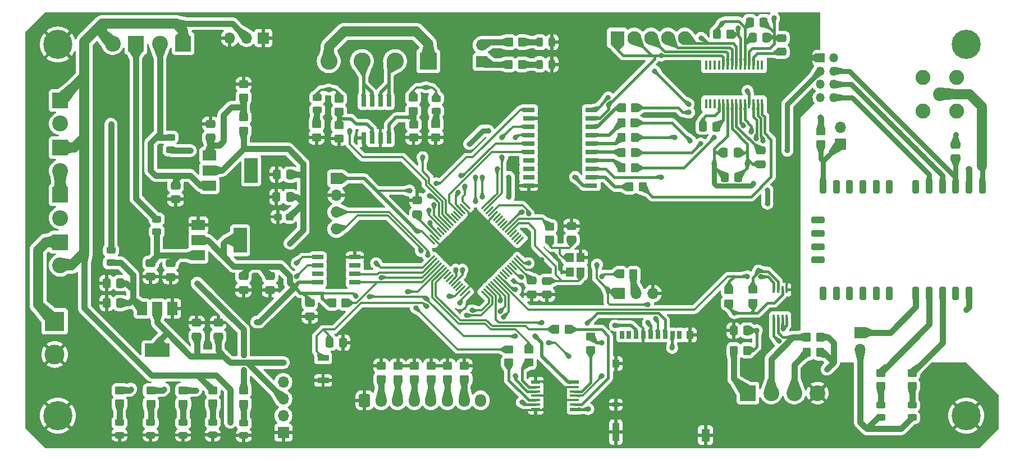
<source format=gbr>
%TF.GenerationSoftware,KiCad,Pcbnew,7.0.5*%
%TF.CreationDate,2023-09-20T17:29:03-06:00*%
%TF.ProjectId,TrustTracer_Rv1.28,54727573-7454-4726-9163-65725f527631,REV_1.28*%
%TF.SameCoordinates,Original*%
%TF.FileFunction,Copper,L1,Top*%
%TF.FilePolarity,Positive*%
%FSLAX46Y46*%
G04 Gerber Fmt 4.6, Leading zero omitted, Abs format (unit mm)*
G04 Created by KiCad (PCBNEW 7.0.5) date 2023-09-20 17:29:03*
%MOMM*%
%LPD*%
G01*
G04 APERTURE LIST*
G04 Aperture macros list*
%AMRoundRect*
0 Rectangle with rounded corners*
0 $1 Rounding radius*
0 $2 $3 $4 $5 $6 $7 $8 $9 X,Y pos of 4 corners*
0 Add a 4 corners polygon primitive as box body*
4,1,4,$2,$3,$4,$5,$6,$7,$8,$9,$2,$3,0*
0 Add four circle primitives for the rounded corners*
1,1,$1+$1,$2,$3*
1,1,$1+$1,$4,$5*
1,1,$1+$1,$6,$7*
1,1,$1+$1,$8,$9*
0 Add four rect primitives between the rounded corners*
20,1,$1+$1,$2,$3,$4,$5,0*
20,1,$1+$1,$4,$5,$6,$7,0*
20,1,$1+$1,$6,$7,$8,$9,0*
20,1,$1+$1,$8,$9,$2,$3,0*%
%AMRotRect*
0 Rectangle, with rotation*
0 The origin of the aperture is its center*
0 $1 length*
0 $2 width*
0 $3 Rotation angle, in degrees counterclockwise*
0 Add horizontal line*
21,1,$1,$2,0,0,$3*%
G04 Aperture macros list end*
%TA.AperFunction,SMDPad,CuDef*%
%ADD10RoundRect,0.243750X0.456250X-0.243750X0.456250X0.243750X-0.456250X0.243750X-0.456250X-0.243750X0*%
%TD*%
%TA.AperFunction,SMDPad,CuDef*%
%ADD11RoundRect,0.250000X-0.350000X-0.450000X0.350000X-0.450000X0.350000X0.450000X-0.350000X0.450000X0*%
%TD*%
%TA.AperFunction,ComponentPad*%
%ADD12R,1.350000X1.350000*%
%TD*%
%TA.AperFunction,ComponentPad*%
%ADD13O,1.350000X1.350000*%
%TD*%
%TA.AperFunction,SMDPad,CuDef*%
%ADD14RoundRect,0.250000X0.475000X-0.337500X0.475000X0.337500X-0.475000X0.337500X-0.475000X-0.337500X0*%
%TD*%
%TA.AperFunction,ComponentPad*%
%ADD15R,2.400000X2.400000*%
%TD*%
%TA.AperFunction,ComponentPad*%
%ADD16C,2.400000*%
%TD*%
%TA.AperFunction,SMDPad,CuDef*%
%ADD17R,0.450000X1.475000*%
%TD*%
%TA.AperFunction,SMDPad,CuDef*%
%ADD18R,1.350000X0.600000*%
%TD*%
%TA.AperFunction,SMDPad,CuDef*%
%ADD19R,1.350000X0.400000*%
%TD*%
%TA.AperFunction,SMDPad,CuDef*%
%ADD20RoundRect,0.250000X-0.475000X0.337500X-0.475000X-0.337500X0.475000X-0.337500X0.475000X0.337500X0*%
%TD*%
%TA.AperFunction,SMDPad,CuDef*%
%ADD21R,2.000000X1.500000*%
%TD*%
%TA.AperFunction,SMDPad,CuDef*%
%ADD22R,2.000000X3.800000*%
%TD*%
%TA.AperFunction,SMDPad,CuDef*%
%ADD23RoundRect,0.250000X0.450000X-0.350000X0.450000X0.350000X-0.450000X0.350000X-0.450000X-0.350000X0*%
%TD*%
%TA.AperFunction,SMDPad,CuDef*%
%ADD24RoundRect,0.250000X-0.450000X0.350000X-0.450000X-0.350000X0.450000X-0.350000X0.450000X0.350000X0*%
%TD*%
%TA.AperFunction,ComponentPad*%
%ADD25R,1.700000X1.700000*%
%TD*%
%TA.AperFunction,ComponentPad*%
%ADD26O,1.700000X1.700000*%
%TD*%
%TA.AperFunction,SMDPad,CuDef*%
%ADD27RoundRect,0.250000X0.337500X0.475000X-0.337500X0.475000X-0.337500X-0.475000X0.337500X-0.475000X0*%
%TD*%
%TA.AperFunction,SMDPad,CuDef*%
%ADD28R,1.200000X1.400000*%
%TD*%
%TA.AperFunction,SMDPad,CuDef*%
%ADD29R,0.700000X1.200000*%
%TD*%
%TA.AperFunction,SMDPad,CuDef*%
%ADD30R,1.000000X1.200000*%
%TD*%
%TA.AperFunction,SMDPad,CuDef*%
%ADD31R,1.000000X0.800000*%
%TD*%
%TA.AperFunction,SMDPad,CuDef*%
%ADD32R,1.000000X2.800000*%
%TD*%
%TA.AperFunction,SMDPad,CuDef*%
%ADD33R,1.300000X1.900000*%
%TD*%
%TA.AperFunction,SMDPad,CuDef*%
%ADD34R,1.700000X0.900000*%
%TD*%
%TA.AperFunction,SMDPad,CuDef*%
%ADD35RoundRect,0.250000X-0.337500X-0.475000X0.337500X-0.475000X0.337500X0.475000X-0.337500X0.475000X0*%
%TD*%
%TA.AperFunction,ComponentPad*%
%ADD36R,3.000000X3.000000*%
%TD*%
%TA.AperFunction,ComponentPad*%
%ADD37C,3.000000*%
%TD*%
%TA.AperFunction,SMDPad,CuDef*%
%ADD38R,1.700000X0.700000*%
%TD*%
%TA.AperFunction,SMDPad,CuDef*%
%ADD39RoundRect,0.250000X0.350000X0.450000X-0.350000X0.450000X-0.350000X-0.450000X0.350000X-0.450000X0*%
%TD*%
%TA.AperFunction,SMDPad,CuDef*%
%ADD40RoundRect,0.250000X-0.250000X0.750000X-0.250000X-0.750000X0.250000X-0.750000X0.250000X0.750000X0*%
%TD*%
%TA.AperFunction,SMDPad,CuDef*%
%ADD41RoundRect,0.250000X0.750000X0.250000X-0.750000X0.250000X-0.750000X-0.250000X0.750000X-0.250000X0*%
%TD*%
%TA.AperFunction,ComponentPad*%
%ADD42C,0.700000*%
%TD*%
%TA.AperFunction,ComponentPad*%
%ADD43C,4.400000*%
%TD*%
%TA.AperFunction,ComponentPad*%
%ADD44R,2.100000X2.100000*%
%TD*%
%TA.AperFunction,ComponentPad*%
%ADD45C,2.100000*%
%TD*%
%TA.AperFunction,SMDPad,CuDef*%
%ADD46RotRect,0.300000X1.475000X315.000000*%
%TD*%
%TA.AperFunction,SMDPad,CuDef*%
%ADD47RotRect,0.300000X1.475000X225.000000*%
%TD*%
%TA.AperFunction,SMDPad,CuDef*%
%ADD48R,1.800000X0.650000*%
%TD*%
%TA.AperFunction,ComponentPad*%
%ADD49R,2.600000X2.600000*%
%TD*%
%TA.AperFunction,ComponentPad*%
%ADD50C,2.600000*%
%TD*%
%TA.AperFunction,SMDPad,CuDef*%
%ADD51RoundRect,0.243750X0.243750X0.456250X-0.243750X0.456250X-0.243750X-0.456250X0.243750X-0.456250X0*%
%TD*%
%TA.AperFunction,SMDPad,CuDef*%
%ADD52R,1.500000X2.000000*%
%TD*%
%TA.AperFunction,SMDPad,CuDef*%
%ADD53R,3.800000X2.000000*%
%TD*%
%TA.AperFunction,SMDPad,CuDef*%
%ADD54RoundRect,0.250000X-0.312500X-0.275000X0.312500X-0.275000X0.312500X0.275000X-0.312500X0.275000X0*%
%TD*%
%TA.AperFunction,ComponentPad*%
%ADD55C,2.050000*%
%TD*%
%TA.AperFunction,ComponentPad*%
%ADD56C,2.250000*%
%TD*%
%TA.AperFunction,SMDPad,CuDef*%
%ADD57R,0.400000X1.100000*%
%TD*%
%TA.AperFunction,ComponentPad*%
%ADD58RoundRect,0.250000X-0.600000X-0.725000X0.600000X-0.725000X0.600000X0.725000X-0.600000X0.725000X0*%
%TD*%
%TA.AperFunction,ComponentPad*%
%ADD59O,1.700000X1.950000*%
%TD*%
%TA.AperFunction,SMDPad,CuDef*%
%ADD60R,0.700000X1.700000*%
%TD*%
%TA.AperFunction,ViaPad*%
%ADD61C,0.800000*%
%TD*%
%TA.AperFunction,Conductor*%
%ADD62C,1.550000*%
%TD*%
%TA.AperFunction,Conductor*%
%ADD63C,0.500000*%
%TD*%
%TA.AperFunction,Conductor*%
%ADD64C,0.300000*%
%TD*%
%TA.AperFunction,Conductor*%
%ADD65C,0.900000*%
%TD*%
%TA.AperFunction,Conductor*%
%ADD66C,0.400000*%
%TD*%
%TA.AperFunction,Conductor*%
%ADD67C,0.800000*%
%TD*%
G04 APERTURE END LIST*
D10*
%TO.P,D3,1,A*%
%TO.N,+3.3V*%
X42000000Y-40875000D03*
%TO.P,D3,2,K*%
%TO.N,Net-(D3-K)*%
X42000000Y-39000000D03*
%TD*%
D11*
%TO.P,R30,1*%
%TO.N,Net-(IC3-BOOT0)*%
X109811001Y-59629042D03*
%TO.P,R30,2*%
%TO.N,Net-(J8-Pin_2)*%
X111811001Y-59629042D03*
%TD*%
D12*
%TO.P,COMM-TRV1,1,Pin_1*%
%TO.N,GND*%
X140000000Y-27000000D03*
D13*
%TO.P,COMM-TRV1,2,Pin_2*%
%TO.N,TV_GNDT*%
X142000000Y-27000000D03*
%TO.P,COMM-TRV1,3,Pin_3*%
%TO.N,+3.3V*%
X140000000Y-29000000D03*
%TO.P,COMM-TRV1,4,Pin_4*%
%TO.N,VCC-TV-3.3*%
X142000000Y-29000000D03*
%TO.P,COMM-TRV1,5,Pin_5*%
%TO.N,stmRXT*%
X140000000Y-31000000D03*
%TO.P,COMM-TRV1,6,Pin_6*%
%TO.N,TXD*%
X142000000Y-31000000D03*
%TO.P,COMM-TRV1,7,Pin_7*%
%TO.N,stmTXD*%
X140000000Y-33000000D03*
%TO.P,COMM-TRV1,8,Pin_8*%
%TO.N,RXT*%
X142000000Y-33000000D03*
%TD*%
D14*
%TO.P,C15,1*%
%TO.N,GGND*%
X131000000Y-43047159D03*
%TO.P,C15,2*%
%TO.N,Net-(IC1-REFOUT)*%
X131000000Y-40972159D03*
%TD*%
D15*
%TO.P,sw-pwr-bp1,1,A*%
%TO.N,VCC*%
X25355895Y-33442916D03*
D16*
%TO.P,sw-pwr-bp1,2,B*%
%TO.N,Net-(D2-A)*%
X25355895Y-36942916D03*
%TD*%
D10*
%TO.P,BP-ON1,1,K*%
%TO.N,GND*%
X39000000Y-83937500D03*
%TO.P,BP-ON1,2,A*%
%TO.N,Net-(BP-ON1-A)*%
X39000000Y-82062500D03*
%TD*%
D17*
%TO.P,IC1,1,AIN8*%
%TO.N,unconnected-(IC1-AIN8-Pad1)*%
X122750000Y-33938000D03*
%TO.P,IC1,2,AIN9*%
%TO.N,unconnected-(IC1-AIN9-Pad2)*%
X123400000Y-33938000D03*
%TO.P,IC1,3,AINCOM*%
%TO.N,unconnected-(IC1-AINCOM-Pad3)*%
X124050000Y-33938000D03*
%TO.P,IC1,4,CAPP*%
%TO.N,Net-(IC1-CAPP)*%
X124700000Y-33938000D03*
%TO.P,IC1,5,CAPN*%
%TO.N,Net-(IC1-CAPN)*%
X125350000Y-33938000D03*
%TO.P,IC1,6,AVDD*%
%TO.N,+5V*%
X126000000Y-33938000D03*
%TO.P,IC1,7,AVSS*%
%TO.N,GGND*%
X126650000Y-33938000D03*
%TO.P,IC1,8,REFOUT*%
%TO.N,Net-(IC1-REFOUT)*%
X127300000Y-33938000D03*
%TO.P,IC1,9,START*%
%TO.N,GSTART*%
X127950000Y-33938000D03*
%TO.P,IC1,10,~{CS}*%
%TO.N,GCS*%
X128600000Y-33938000D03*
%TO.P,IC1,11,SCLK*%
%TO.N,GSCK*%
X129250000Y-33938000D03*
%TO.P,IC1,12,DIN*%
%TO.N,GMOSI*%
X129900000Y-33938000D03*
%TO.P,IC1,13,DOUT/~{DRDY}*%
%TO.N,GMISO*%
X130550000Y-33938000D03*
%TO.P,IC1,14,~{DRDY}*%
%TO.N,GDRDY*%
X131200000Y-33938000D03*
%TO.P,IC1,15,XTAL1/CLKIN*%
%TO.N,unconnected-(IC1-XTAL1{slash}CLKIN-Pad15)*%
X131200000Y-28062000D03*
%TO.P,IC1,16,XTAL2*%
%TO.N,unconnected-(IC1-XTAL2-Pad16)*%
X130550000Y-28062000D03*
%TO.P,IC1,17,BYPASS*%
%TO.N,Net-(IC1-BYPASS)*%
X129900000Y-28062000D03*
%TO.P,IC1,18,DGND*%
%TO.N,GGND*%
X129250000Y-28062000D03*
%TO.P,IC1,19,DVDD*%
%TO.N,GVDD*%
X128600000Y-28062000D03*
%TO.P,IC1,20,~{RESET}/~{PWDN}*%
%TO.N,GRESET*%
X127950000Y-28062000D03*
%TO.P,IC1,21,AIN0*%
%TO.N,+5V*%
X127300000Y-28062000D03*
%TO.P,IC1,22,AIN1*%
%TO.N,Net-(IC1-AIN1)*%
X126650000Y-28062000D03*
%TO.P,IC1,23,AIN2*%
%TO.N,Net-(IC1-AIN2)*%
X126000000Y-28062000D03*
%TO.P,IC1,24,AIN3*%
%TO.N,GGND*%
X125350000Y-28062000D03*
%TO.P,IC1,25,AIN4*%
%TO.N,unconnected-(IC1-AIN4-Pad25)*%
X124700000Y-28062000D03*
%TO.P,IC1,26,AIN5*%
%TO.N,unconnected-(IC1-AIN5-Pad26)*%
X124050000Y-28062000D03*
%TO.P,IC1,27,AIN6*%
%TO.N,unconnected-(IC1-AIN6-Pad27)*%
X123400000Y-28062000D03*
%TO.P,IC1,28,AIN7*%
%TO.N,unconnected-(IC1-AIN7-Pad28)*%
X122750000Y-28062000D03*
%TD*%
D14*
%TO.P,C6,1*%
%TO.N,Net-(U2-ADJ)*%
X48000000Y-39037500D03*
%TO.P,C6,2*%
%TO.N,GND*%
X48000000Y-36962500D03*
%TD*%
%TO.P,C20,1*%
%TO.N,GND*%
X96472389Y-62686396D03*
%TO.P,C20,2*%
%TO.N,Net-(IC3-VCAP_2)*%
X96472389Y-60611396D03*
%TD*%
D18*
%TO.P,U6,1,1~{OE}*%
%TO.N,GND*%
X97075000Y-75950000D03*
D19*
%TO.P,U6,2,1A*%
%TO.N,Net-(U6-1A)*%
X97075000Y-76700000D03*
%TO.P,U6,3,1Y*%
%TO.N,DI_LLS*%
X97075000Y-77350000D03*
%TO.P,U6,4,2~{OE}*%
%TO.N,GND*%
X97075000Y-78000000D03*
%TO.P,U6,5,2A*%
%TO.N,Net-(U6-2A)*%
X97075000Y-78650000D03*
%TO.P,U6,6,2Y*%
%TO.N,SCK_LLS*%
X97075000Y-79300000D03*
D18*
%TO.P,U6,7,GND*%
%TO.N,GND*%
X97075000Y-80050000D03*
%TO.P,U6,8,3Y*%
%TO.N,CS_LLS*%
X102925000Y-80050000D03*
D19*
%TO.P,U6,9,3A*%
%TO.N,Net-(U6-3A)*%
X102925000Y-79300000D03*
%TO.P,U6,10,3~{OE}*%
%TO.N,GND*%
X102925000Y-78650000D03*
%TO.P,U6,11,4Y*%
%TO.N,MISO*%
X102925000Y-78000000D03*
%TO.P,U6,12,4A*%
%TO.N,Net-(U6-4A)*%
X102925000Y-77350000D03*
%TO.P,U6,13,4~{OE}*%
%TO.N,GND*%
X102925000Y-76700000D03*
D18*
%TO.P,U6,14,VCC*%
%TO.N,+3.3VP*%
X102925000Y-75950000D03*
%TD*%
D15*
%TO.P,SW-ARM1,1,A*%
%TO.N,Net-(SW-ARM1A-A)*%
X25357600Y-47686000D03*
D16*
%TO.P,SW-ARM1,2,B*%
%TO.N,V-IGN*%
X25357600Y-51186000D03*
%TD*%
D20*
%TO.P,C24,1*%
%TO.N,Net-(D1-K)*%
X39000000Y-57962500D03*
%TO.P,C24,2*%
%TO.N,GND*%
X39000000Y-60037500D03*
%TD*%
D21*
%TO.P,U4,1,GND*%
%TO.N,GND*%
X46181496Y-52230884D03*
%TO.P,U4,2,VO*%
%TO.N,+3.3VP*%
X46181496Y-54530884D03*
D22*
X52481496Y-54530884D03*
D21*
%TO.P,U4,3,VI*%
%TO.N,Net-(D1-K)*%
X46181496Y-56830884D03*
%TD*%
D11*
%TO.P,R16,1*%
%TO.N,+5V*%
X126934440Y-71153992D03*
%TO.P,R16,2*%
%TO.N,Net-(U5-EN)*%
X128934440Y-71153992D03*
%TD*%
D10*
%TO.P,D5,1,K*%
%TO.N,TV_GNDT*%
X149073208Y-81288318D03*
%TO.P,D5,2,A*%
%TO.N,Net-(D5-A)*%
X149073208Y-79413318D03*
%TD*%
D14*
%TO.P,C4,1*%
%TO.N,+5V*%
X49191666Y-69066508D03*
%TO.P,C4,2*%
%TO.N,GND*%
X49191666Y-66991508D03*
%TD*%
D11*
%TO.P,R11,1*%
%TO.N,CS*%
X100000000Y-68000000D03*
%TO.P,R11,2*%
%TO.N,Net-(U6-3A)*%
X102000000Y-68000000D03*
%TD*%
D23*
%TO.P,R7,1*%
%TO.N,Net-(J3-Pin_1)*%
X140053600Y-40055200D03*
%TO.P,R7,2*%
%TO.N,TV_GNDT*%
X140053600Y-38055200D03*
%TD*%
D24*
%TO.P,R9,1*%
%TO.N,MOSI*%
X96000000Y-71000000D03*
%TO.P,R9,2*%
%TO.N,Net-(U6-1A)*%
X96000000Y-73000000D03*
%TD*%
D25*
%TO.P,J8,1,Pin_1*%
%TO.N,+3.3VP*%
X109656700Y-62547854D03*
D26*
%TO.P,J8,2,Pin_2*%
%TO.N,Net-(J8-Pin_2)*%
X112196700Y-62547854D03*
%TO.P,J8,3,Pin_3*%
%TO.N,GND*%
X114736700Y-62547854D03*
%TD*%
D27*
%TO.P,C7,1*%
%TO.N,+3.3V*%
X60062233Y-44612962D03*
%TO.P,C7,2*%
%TO.N,GND*%
X57987233Y-44612962D03*
%TD*%
D28*
%TO.P,Y1,1,CRYSTAL_1*%
%TO.N,Net-(Y1-CRYSTAL_1)*%
X102221424Y-57157236D03*
%TO.P,Y1,2,NC_1*%
%TO.N,GND*%
X102221424Y-59357236D03*
%TO.P,Y1,3,CRYSTAL_2*%
%TO.N,Net-(IC3-PH0-OSC_IN)*%
X103821424Y-59357236D03*
%TO.P,Y1,4,NC_2*%
%TO.N,GND*%
X103821424Y-57157236D03*
%TD*%
D29*
%TO.P,J9,1,DAT2*%
%TO.N,unconnected-(J9-DAT2-Pad1)*%
X118761228Y-68841683D03*
%TO.P,J9,2,CD/DAT3*%
%TO.N,CS_LLS*%
X117661228Y-68841683D03*
%TO.P,J9,3,CMD*%
%TO.N,DI_LLS*%
X116561228Y-68841683D03*
%TO.P,J9,4,VDD*%
%TO.N,+3.3VP*%
X115461228Y-68841683D03*
%TO.P,J9,5,CLK*%
%TO.N,SCK_LLS*%
X114361228Y-68841683D03*
%TO.P,J9,6,VSS*%
%TO.N,GND*%
X113261228Y-68841683D03*
%TO.P,J9,7,DAT0*%
%TO.N,DO_LLS*%
X112161228Y-68841683D03*
%TO.P,J9,8,DAT1*%
%TO.N,unconnected-(J9-DAT1-Pad8)*%
X111061228Y-68841683D03*
%TO.P,J9,CD1,CARD_DETECT*%
%TO.N,unconnected-(J9-CARD_DETECT-PadCD1)*%
X110111228Y-68841683D03*
D30*
%TO.P,J9,MP1,MP1*%
%TO.N,GND*%
X120311228Y-68841683D03*
%TO.P,J9,MP2,MP2*%
X109161228Y-73141683D03*
D31*
%TO.P,J9,MP3,MP3*%
X109161228Y-79341683D03*
D32*
%TO.P,J9,MP4,MP4*%
X109161228Y-83491683D03*
D33*
%TO.P,J9,MP5,MP5*%
X122661228Y-83941683D03*
%TD*%
D34*
%TO.P,SW1,1,1*%
%TO.N,GND*%
X65000000Y-75700000D03*
%TO.P,SW1,2,2*%
%TO.N,RST*%
X65000000Y-72300000D03*
%TD*%
D10*
%TO.P,D2,1,K*%
%TO.N,Net-(D2-K)*%
X33000000Y-57937500D03*
%TO.P,D2,2,A*%
%TO.N,Net-(D2-A)*%
X33000000Y-56062500D03*
%TD*%
D23*
%TO.P,RBT6,1*%
%TO.N,BTTN5*%
X76265800Y-75478360D03*
%TO.P,RBT6,2*%
%TO.N,GND*%
X76265800Y-73478360D03*
%TD*%
D11*
%TO.P,R4,1*%
%TO.N,Net-(IC2-SI)*%
X109982237Y-36796808D03*
%TO.P,R4,2*%
%TO.N,GMOSI*%
X111982237Y-36796808D03*
%TD*%
D35*
%TO.P,C12,1*%
%TO.N,GND*%
X126896940Y-68153992D03*
%TO.P,C12,2*%
%TO.N,Net-(U5-EN)*%
X128971940Y-68153992D03*
%TD*%
%TO.P,C16,1*%
%TO.N,GVDD*%
X129355653Y-21641078D03*
%TO.P,C16,2*%
%TO.N,GGND*%
X131430653Y-21641078D03*
%TD*%
D36*
%TO.P,BT1,1,+*%
%TO.N,Net-(BT1-+)*%
X24519400Y-66776000D03*
D37*
%TO.P,BT1,2,-*%
%TO.N,GND*%
X24519400Y-71776000D03*
%TD*%
D35*
%TO.P,C19,1*%
%TO.N,Net-(IC1-CAPP)*%
X122267928Y-37393153D03*
%TO.P,C19,2*%
%TO.N,Net-(IC1-CAPN)*%
X124342928Y-37393153D03*
%TD*%
D20*
%TO.P,C10,1*%
%TO.N,TV_GNDT*%
X160397770Y-40101373D03*
%TO.P,C10,2*%
%TO.N,VCC-TV-3.3*%
X160397770Y-42176373D03*
%TD*%
D38*
%TO.P,U7,1,~{CS}*%
%TO.N,CS2*%
X69800000Y-60905000D03*
%TO.P,U7,2,DO(IO1)*%
%TO.N,MISO2*%
X69800000Y-59635000D03*
%TO.P,U7,3,IO2*%
%TO.N,unconnected-(U7-IO2-Pad3)*%
X69800000Y-58365000D03*
%TO.P,U7,4,GND*%
%TO.N,GND*%
X69800000Y-57095000D03*
%TO.P,U7,5,DI(IO0)*%
%TO.N,MOSI2*%
X64200000Y-57095000D03*
%TO.P,U7,6,CLK*%
%TO.N,SCK2*%
X64200000Y-58365000D03*
%TO.P,U7,7,IO3*%
%TO.N,unconnected-(U7-IO3-Pad7)*%
X64200000Y-59635000D03*
%TO.P,U7,8,VCC*%
%TO.N,+3.3VP*%
X64200000Y-60905000D03*
%TD*%
D24*
%TO.P,RLED3,1*%
%TO.N,Net-(IGNI1-K)*%
X64000000Y-37000000D03*
%TO.P,RLED3,2*%
%TO.N,GND*%
X64000000Y-39000000D03*
%TD*%
D10*
%TO.P,D8,1,K*%
%TO.N,GND*%
X53040590Y-84000000D03*
%TO.P,D8,2,A*%
%TO.N,Net-(D8-A)*%
X53040590Y-82125000D03*
%TD*%
D23*
%TO.P,R26,1*%
%TO.N,Net-(Y1-CRYSTAL_1)*%
X99168601Y-54451347D03*
%TO.P,R26,2*%
%TO.N,Net-(IC3-PH1-OSC_OUT)*%
X99168601Y-52451347D03*
%TD*%
D24*
%TO.P,R12,1*%
%TO.N,DO_LLS*%
X105341916Y-69066004D03*
%TO.P,R12,2*%
%TO.N,Net-(U6-4A)*%
X105341916Y-71066004D03*
%TD*%
%TO.P,RLED4,1*%
%TO.N,Net-(IGNI2-K)*%
X82000000Y-37000000D03*
%TO.P,RLED4,2*%
%TO.N,GND*%
X82000000Y-39000000D03*
%TD*%
D35*
%TO.P,C14,1*%
%TO.N,+5V*%
X125537487Y-45000000D03*
%TO.P,C14,2*%
%TO.N,GGND*%
X127612487Y-45000000D03*
%TD*%
D23*
%TO.P,R5,1*%
%TO.N,Net-(D4-A)*%
X153838608Y-76548118D03*
%TO.P,R5,2*%
%TO.N,Net-(U3-{slash}RX_IND)*%
X153838608Y-74548118D03*
%TD*%
D11*
%TO.P,R23,1*%
%TO.N,Net-(IC2-VOA)*%
X109992699Y-43604547D03*
%TO.P,R23,2*%
%TO.N,GSTART*%
X111992699Y-43604547D03*
%TD*%
D15*
%TO.P,SW-PIR1,1,A*%
%TO.N,VCC*%
X25354484Y-40564343D03*
D16*
%TO.P,SW-PIR1,2,B*%
%TO.N,Net-(SW-ARM1A-A)*%
X25354484Y-44064343D03*
%TD*%
D11*
%TO.P,R29,1*%
%TO.N,E-SCL*%
X137934440Y-69153992D03*
%TO.P,R29,2*%
%TO.N,+5V*%
X139934440Y-69153992D03*
%TD*%
D24*
%TO.P,R2,1*%
%TO.N,GND*%
X53000000Y-31000000D03*
%TO.P,R2,2*%
%TO.N,Net-(U2-ADJ)*%
X53000000Y-33000000D03*
%TD*%
%TO.P,R14,1*%
%TO.N,V-IGN*%
X53040589Y-77196217D03*
%TO.P,R14,2*%
%TO.N,Net-(D8-A)*%
X53040589Y-79196217D03*
%TD*%
D25*
%TO.P,J4,1,Pin_1*%
%TO.N,GND*%
X59000000Y-83540000D03*
D26*
%TO.P,J4,2,Pin_2*%
%TO.N,VCC*%
X59000000Y-81000000D03*
%TO.P,J4,3,Pin_3*%
%TO.N,+5V*%
X59000000Y-78460000D03*
%TO.P,J4,4,Pin_4*%
%TO.N,+3.3V*%
X59000000Y-75920000D03*
%TD*%
D11*
%TO.P,R19,1*%
%TO.N,Net-(IC2-~{SSS})*%
X110034402Y-41310517D03*
%TO.P,R19,2*%
%TO.N,GCS*%
X112034402Y-41310517D03*
%TD*%
D21*
%TO.P,U2,1,ADJ*%
%TO.N,Net-(U2-ADJ)*%
X47850000Y-41700000D03*
%TO.P,U2,2,VO*%
%TO.N,+3.3V*%
X47850000Y-44000000D03*
%TO.P,U2,3,VI*%
%TO.N,Net-(D3-K)*%
X47850000Y-46300000D03*
D22*
%TO.P,U2,4*%
%TO.N,N/C*%
X54150000Y-44000000D03*
%TD*%
D14*
%TO.P,C21,1*%
%TO.N,Net-(IC3-VCAP_1)*%
X79215158Y-50580616D03*
%TO.P,C21,2*%
%TO.N,GND*%
X79215158Y-48505616D03*
%TD*%
D11*
%TO.P,R25,1*%
%TO.N,Net-(IC2-VIC)*%
X111173886Y-46457477D03*
%TO.P,R25,2*%
%TO.N,GDRDY*%
X113173886Y-46457477D03*
%TD*%
D39*
%TO.P,R24,1*%
%TO.N,GRESET*%
X126384416Y-23463047D03*
%TO.P,R24,2*%
%TO.N,GVDD*%
X124384416Y-23463047D03*
%TD*%
D23*
%TO.P,RBT2,1*%
%TO.N,BTTN1*%
X86322500Y-75478360D03*
%TO.P,RBT2,2*%
%TO.N,GND*%
X86322500Y-73478360D03*
%TD*%
D11*
%TO.P,R18,1*%
%TO.N,Net-(IC2-SO)*%
X110019354Y-39021716D03*
%TO.P,R18,2*%
%TO.N,GMISO*%
X112019354Y-39021716D03*
%TD*%
D40*
%TO.P,U3,1,ANT*%
%TO.N,ATN*%
X164400000Y-46500000D03*
%TO.P,U3,2,GND*%
%TO.N,TV_GNDT*%
X162400000Y-46500000D03*
%TO.P,U3,3,VCC*%
%TO.N,VCC-TV-3.3*%
X160400000Y-46500000D03*
%TO.P,U3,4,UTXD*%
%TO.N,TXD*%
X158400000Y-46500000D03*
%TO.P,U3,5,URXD*%
%TO.N,RXT*%
X156400000Y-46500000D03*
%TO.P,U3,6,/RTS*%
%TO.N,unconnected-(U3-{slash}RTS-Pad6)*%
X154400000Y-46500000D03*
%TO.P,U3,7,/CTS*%
%TO.N,unconnected-(U3-{slash}CTS-Pad7)*%
X150410000Y-46500000D03*
%TO.P,U3,8*%
%TO.N,N/C*%
X148410000Y-46500000D03*
%TO.P,U3,9*%
X146410000Y-46500000D03*
%TO.P,U3,10*%
X144410000Y-46500000D03*
%TO.P,U3,11*%
X142410000Y-46500000D03*
%TO.P,U3,12,BOOT*%
%TO.N,Net-(J3-Pin_1)*%
X140410000Y-46500000D03*
%TO.P,U3,13*%
%TO.N,N/C*%
X140400000Y-62520000D03*
%TO.P,U3,14,WAKEUP*%
%TO.N,unconnected-(U3-WAKEUP-Pad14)*%
X142400000Y-62520000D03*
%TO.P,U3,15*%
%TO.N,N/C*%
X144400000Y-62520000D03*
%TO.P,U3,16*%
X146400000Y-62520000D03*
%TO.P,U3,17*%
X148400000Y-62520000D03*
%TO.P,U3,18*%
X150400000Y-62520000D03*
%TO.P,U3,19,/RESET*%
%TO.N,Net-(J1-Pin_1)*%
X154400000Y-62520000D03*
%TO.P,U3,20,/TX_IND*%
%TO.N,Net-(U3-{slash}TX_IND)*%
X156400000Y-62520000D03*
%TO.P,U3,21,/RX_IND*%
%TO.N,Net-(U3-{slash}RX_IND)*%
X158400000Y-62520000D03*
%TO.P,U3,22*%
%TO.N,N/C*%
X160400000Y-62520000D03*
%TO.P,U3,23,GND*%
%TO.N,TV_GNDT*%
X162400000Y-62520000D03*
D41*
%TO.P,U3,i1,i1*%
%TO.N,unconnected-(U3-Padi1)*%
X139600000Y-51500000D03*
%TO.P,U3,i2,i2*%
%TO.N,unconnected-(U3-Padi2)*%
X139600000Y-53500000D03*
%TO.P,U3,i3,i3*%
%TO.N,unconnected-(U3-Padi3)*%
X139600000Y-55500000D03*
%TO.P,U3,i4,i4*%
%TO.N,unconnected-(U3-Padi4)*%
X139600000Y-57500000D03*
%TD*%
D42*
%TO.P,GNDSCREW1,1,Pin_1*%
%TO.N,GND*%
X160350000Y-25000000D03*
X160833274Y-23833274D03*
X160833274Y-26166726D03*
X162000000Y-23350000D03*
D43*
X162000000Y-25000000D03*
D42*
X162000000Y-26650000D03*
X163166726Y-23833274D03*
X163166726Y-26166726D03*
X163650000Y-25000000D03*
%TD*%
D24*
%TO.P,R27,1*%
%TO.N,SDA*%
X126195256Y-62040556D03*
%TO.P,R27,2*%
%TO.N,+3.3VP*%
X126195256Y-64040556D03*
%TD*%
D15*
%TO.P,sw-main2,1,A*%
%TO.N,Net-(BT1-+)*%
X25363227Y-54812975D03*
D16*
%TO.P,sw-main2,2,B*%
%TO.N,VCC*%
X25363227Y-58312975D03*
%TD*%
D44*
%TO.P,J6,1,Pin_1*%
%TO.N,GGND*%
X109380000Y-24000000D03*
D45*
%TO.P,J6,2,Pin_2*%
X111920000Y-24000000D03*
%TO.P,J6,3,Pin_3*%
%TO.N,Net-(IC1-AIN2)*%
X114460000Y-24000000D03*
%TO.P,J6,4,Pin_4*%
%TO.N,Net-(IC1-AIN1)*%
X117000000Y-24000000D03*
%TO.P,J6,5,Pin_5*%
%TO.N,+5V*%
X119540000Y-24000000D03*
%TD*%
D46*
%TO.P,IC3,1,VBAT*%
%TO.N,unconnected-(IC3-VBAT-Pad1)*%
X94709029Y-54594272D03*
%TO.P,IC3,2,PC13*%
%TO.N,unconnected-(IC3-PC13-Pad2)*%
X94355476Y-54240718D03*
%TO.P,IC3,3,PC14-OSC32_IN*%
%TO.N,unconnected-(IC3-PC14-OSC32_IN-Pad3)*%
X94001922Y-53887165D03*
%TO.P,IC3,4,PC15-OSC32_OUT*%
%TO.N,unconnected-(IC3-PC15-OSC32_OUT-Pad4)*%
X93648369Y-53533612D03*
%TO.P,IC3,5,PH0-OSC_IN*%
%TO.N,Net-(IC3-PH0-OSC_IN)*%
X93294816Y-53180058D03*
%TO.P,IC3,6,PH1-OSC_OUT*%
%TO.N,Net-(IC3-PH1-OSC_OUT)*%
X92941262Y-52826505D03*
%TO.P,IC3,7,NRST*%
%TO.N,RST*%
X92587709Y-52472951D03*
%TO.P,IC3,8,PC0*%
%TO.N,unconnected-(IC3-PC0-Pad8)*%
X92234155Y-52119398D03*
%TO.P,IC3,9,PC1*%
%TO.N,unconnected-(IC3-PC1-Pad9)*%
X91880602Y-51765845D03*
%TO.P,IC3,10,PC2*%
%TO.N,unconnected-(IC3-PC2-Pad10)*%
X91527049Y-51412291D03*
%TO.P,IC3,11,PC3*%
%TO.N,unconnected-(IC3-PC3-Pad11)*%
X91173495Y-51058738D03*
%TO.P,IC3,12,VSSA/VREF-*%
%TO.N,GND*%
X90819942Y-50705184D03*
%TO.P,IC3,13,VDDA/VREF+*%
%TO.N,+3.3VP*%
X90466388Y-50351631D03*
%TO.P,IC3,14,PA0*%
%TO.N,GDRDY3*%
X90112835Y-49998078D03*
%TO.P,IC3,15,PA1*%
%TO.N,SCK3*%
X89759282Y-49644524D03*
%TO.P,IC3,16,PA2*%
%TO.N,MISO3*%
X89405728Y-49290971D03*
D47*
%TO.P,IC3,17,PA3*%
%TO.N,MOSI3*%
X86594272Y-49290971D03*
%TO.P,IC3,18,VSS_1*%
%TO.N,GND*%
X86240718Y-49644524D03*
%TO.P,IC3,19,VDD_1*%
%TO.N,+3.3VP*%
X85887165Y-49998078D03*
%TO.P,IC3,20,PA4*%
%TO.N,CS3*%
X85533612Y-50351631D03*
%TO.P,IC3,21,PA5*%
%TO.N,unconnected-(IC3-PA5-Pad21)*%
X85180058Y-50705184D03*
%TO.P,IC3,22,PA6*%
%TO.N,unconnected-(IC3-PA6-Pad22)*%
X84826505Y-51058738D03*
%TO.P,IC3,23,PA7*%
%TO.N,IGNI2*%
X84472951Y-51412291D03*
%TO.P,IC3,24,PC4*%
%TO.N,IGNI1*%
X84119398Y-51765845D03*
%TO.P,IC3,25,PC5*%
%TO.N,SCK*%
X83765845Y-52119398D03*
%TO.P,IC3,26,PB0*%
%TO.N,stmRXT*%
X83412291Y-52472951D03*
%TO.P,IC3,27,PB1*%
%TO.N,stmTXD*%
X83058738Y-52826505D03*
%TO.P,IC3,28,PB2*%
%TO.N,unconnected-(IC3-PB2-Pad28)*%
X82705184Y-53180058D03*
%TO.P,IC3,29,PB10*%
%TO.N,SCL*%
X82351631Y-53533612D03*
%TO.P,IC3,30,VCAP_1*%
%TO.N,Net-(IC3-VCAP_1)*%
X81998078Y-53887165D03*
%TO.P,IC3,31,VSS_2*%
%TO.N,GND*%
X81644524Y-54240718D03*
%TO.P,IC3,32,VDD_2*%
%TO.N,+3.3VP*%
X81290971Y-54594272D03*
D46*
%TO.P,IC3,33,PB12*%
%TO.N,MOSI2*%
X81290971Y-57405728D03*
%TO.P,IC3,34,PB13*%
%TO.N,MISO2*%
X81644524Y-57759282D03*
%TO.P,IC3,35,PB14*%
%TO.N,SCK2*%
X81998078Y-58112835D03*
%TO.P,IC3,36,PB15*%
%TO.N,CS2*%
X82351631Y-58466388D03*
%TO.P,IC3,37,PC6*%
%TO.N,BTTN6*%
X82705184Y-58819942D03*
%TO.P,IC3,38,PC7*%
%TO.N,MOSI*%
X83058738Y-59173495D03*
%TO.P,IC3,39,PC8*%
%TO.N,CS*%
X83412291Y-59527049D03*
%TO.P,IC3,40,PC9*%
%TO.N,unconnected-(IC3-PC9-Pad40)*%
X83765845Y-59880602D03*
%TO.P,IC3,41,PA8*%
%TO.N,unconnected-(IC3-PA8-Pad41)*%
X84119398Y-60234155D03*
%TO.P,IC3,42,PA9*%
%TO.N,com_tx*%
X84472951Y-60587709D03*
%TO.P,IC3,43,PA10*%
%TO.N,com_rx*%
X84826505Y-60941262D03*
%TO.P,IC3,44,PA11*%
%TO.N,unconnected-(IC3-PA11-Pad44)*%
X85180058Y-61294816D03*
%TO.P,IC3,45,PA12*%
%TO.N,unconnected-(IC3-PA12-Pad45)*%
X85533612Y-61648369D03*
%TO.P,IC3,46,PA13*%
%TO.N,SWDIO*%
X85887165Y-62001922D03*
%TO.P,IC3,47,VSS_3*%
%TO.N,GND*%
X86240718Y-62355476D03*
%TO.P,IC3,48,VDD_3*%
%TO.N,+3.3VP*%
X86594272Y-62709029D03*
D47*
%TO.P,IC3,49,PA14*%
%TO.N,SWCLK*%
X89405728Y-62709029D03*
%TO.P,IC3,50,PA15*%
%TO.N,BTTN5*%
X89759282Y-62355476D03*
%TO.P,IC3,51,PC10*%
%TO.N,MISO*%
X90112835Y-62001922D03*
%TO.P,IC3,52,PC11*%
%TO.N,BTTN4*%
X90466388Y-61648369D03*
%TO.P,IC3,53,PC12*%
%TO.N,BTTN3*%
X90819942Y-61294816D03*
%TO.P,IC3,54,PD2*%
%TO.N,BTTN2*%
X91173495Y-60941262D03*
%TO.P,IC3,55,PB3*%
%TO.N,SDA*%
X91527049Y-60587709D03*
%TO.P,IC3,56,PB4*%
%TO.N,BTTN1*%
X91880602Y-60234155D03*
%TO.P,IC3,57,PB5*%
%TO.N,unconnected-(IC3-PB5-Pad57)*%
X92234155Y-59880602D03*
%TO.P,IC3,58,PB6*%
%TO.N,unconnected-(IC3-PB6-Pad58)*%
X92587709Y-59527049D03*
%TO.P,IC3,59,PB7*%
%TO.N,unconnected-(IC3-PB7-Pad59)*%
X92941262Y-59173495D03*
%TO.P,IC3,60,BOOT0*%
%TO.N,Net-(IC3-BOOT0)*%
X93294816Y-58819942D03*
%TO.P,IC3,61,PB8*%
%TO.N,unconnected-(IC3-PB8-Pad61)*%
X93648369Y-58466388D03*
%TO.P,IC3,62,VCAP_2*%
%TO.N,Net-(IC3-VCAP_2)*%
X94001922Y-58112835D03*
%TO.P,IC3,63,VSS_4*%
%TO.N,GND*%
X94355476Y-57759282D03*
%TO.P,IC3,64,VDD_4*%
%TO.N,+3.3VP*%
X94709029Y-57405728D03*
%TD*%
D25*
%TO.P,J7,1,Pin_1*%
%TO.N,+3.3VP*%
X67000000Y-45200000D03*
D26*
%TO.P,J7,2,Pin_2*%
%TO.N,GND*%
X67000000Y-47740000D03*
%TO.P,J7,3,Pin_3*%
%TO.N,SWDIO*%
X67000000Y-50280000D03*
%TO.P,J7,4,Pin_4*%
%TO.N,SWCLK*%
X67000000Y-52820000D03*
%TD*%
D20*
%TO.P,C27,1*%
%TO.N,+3.3VP*%
X57000000Y-59962500D03*
%TO.P,C27,2*%
%TO.N,GND*%
X57000000Y-62037500D03*
%TD*%
D10*
%TO.P,D7,1,K*%
%TO.N,GND*%
X48364177Y-83892062D03*
%TO.P,D7,2,A*%
%TO.N,Net-(D7-A)*%
X48364177Y-82017062D03*
%TD*%
D48*
%TO.P,IC2,1,VDD1*%
%TO.N,+3.3VP*%
X96000000Y-34840000D03*
%TO.P,IC2,2,GND1_1*%
%TO.N,GND*%
X96000000Y-36110000D03*
%TO.P,IC2,3,MCLK*%
%TO.N,SCK3*%
X96000000Y-37380000D03*
%TO.P,IC2,4,MO*%
%TO.N,MISO3*%
X96000000Y-38650000D03*
%TO.P,IC2,5,MI*%
%TO.N,MOSI3*%
X96000000Y-39920000D03*
%TO.P,IC2,6,~{MSS}*%
%TO.N,CS3*%
X96000000Y-41190000D03*
%TO.P,IC2,7,VIA*%
%TO.N,START*%
X96000000Y-42460000D03*
%TO.P,IC2,8,VIB*%
%TO.N,RESET3*%
X96000000Y-43730000D03*
%TO.P,IC2,9,VOC*%
%TO.N,READY3*%
X96000000Y-45000000D03*
%TO.P,IC2,10,GND1_2*%
%TO.N,GND*%
X96000000Y-46270000D03*
%TO.P,IC2,11,GND2_1*%
%TO.N,GGND*%
X105450000Y-46270000D03*
%TO.P,IC2,12,VIC*%
%TO.N,Net-(IC2-VIC)*%
X105450000Y-45000000D03*
%TO.P,IC2,13,VOB*%
%TO.N,GRESET*%
X105450000Y-43730000D03*
%TO.P,IC2,14,VOA*%
%TO.N,Net-(IC2-VOA)*%
X105450000Y-42460000D03*
%TO.P,IC2,15,~{SSS}*%
%TO.N,Net-(IC2-~{SSS})*%
X105450000Y-41190000D03*
%TO.P,IC2,16,SO*%
%TO.N,Net-(IC2-SO)*%
X105450000Y-39920000D03*
%TO.P,IC2,17,SI*%
%TO.N,Net-(IC2-SI)*%
X105450000Y-38650000D03*
%TO.P,IC2,18,SCLK*%
%TO.N,Net-(IC2-SCLK)*%
X105450000Y-37380000D03*
%TO.P,IC2,19,GND2_2*%
%TO.N,GGND*%
X105450000Y-36110000D03*
%TO.P,IC2,20,VDD2*%
%TO.N,GVDD*%
X105450000Y-34840000D03*
%TD*%
D24*
%TO.P,R28,1*%
%TO.N,SCL*%
X129804743Y-62000000D03*
%TO.P,R28,2*%
%TO.N,+3.3VP*%
X129804743Y-64000000D03*
%TD*%
D14*
%TO.P,C3,1*%
%TO.N,+5V*%
X45928172Y-69067288D03*
%TO.P,C3,2*%
%TO.N,GND*%
X45928172Y-66992288D03*
%TD*%
D27*
%TO.P,C1,1*%
%TO.N,Net-(D2-K)*%
X34412792Y-61000000D03*
%TO.P,C1,2*%
%TO.N,GND*%
X32337792Y-61000000D03*
%TD*%
D20*
%TO.P,C5,1*%
%TO.N,Net-(D3-K)*%
X42758298Y-46276916D03*
%TO.P,C5,2*%
%TO.N,GND*%
X42758298Y-48351916D03*
%TD*%
D10*
%TO.P,IGNI1,1,K*%
%TO.N,Net-(IGNI1-K)*%
X64134000Y-34880300D03*
%TO.P,IGNI1,2,A*%
%TO.N,IGNI1*%
X64134000Y-33005300D03*
%TD*%
D24*
%TO.P,R32,1*%
%TO.N,IGNI1*%
X67406699Y-33147350D03*
%TO.P,R32,2*%
%TO.N,Net-(MOS1-G1)*%
X67406699Y-35147350D03*
%TD*%
D10*
%TO.P,TV_ON1,1,K*%
%TO.N,GND*%
X34287725Y-83937500D03*
%TO.P,TV_ON1,2,A*%
%TO.N,Net-(TV_ON1-A)*%
X34287725Y-82062500D03*
%TD*%
D49*
%TO.P,J2,1,Pin_1*%
%TO.N,V-IGN*%
X80862800Y-27500000D03*
D50*
%TO.P,J2,2,Pin_2*%
%TO.N,T1*%
X75862800Y-27500000D03*
%TO.P,J2,3,Pin_3*%
%TO.N,T2*%
X70862800Y-27500000D03*
%TO.P,J2,4,Pin_4*%
%TO.N,V-IGN*%
X65862800Y-27500000D03*
%TD*%
D10*
%TO.P,BP-ON2,1,K*%
%TO.N,GND*%
X43882226Y-83937500D03*
%TO.P,BP-ON2,2,A*%
%TO.N,Net-(BP-ON2-A)*%
X43882226Y-82062500D03*
%TD*%
D24*
%TO.P,R13,1*%
%TO.N,VCC*%
X48376425Y-77187349D03*
%TO.P,R13,2*%
%TO.N,Net-(D7-A)*%
X48376425Y-79187349D03*
%TD*%
D11*
%TO.P,R17,1*%
%TO.N,E-SDA*%
X137943356Y-71474852D03*
%TO.P,R17,2*%
%TO.N,+5V*%
X139943356Y-71474852D03*
%TD*%
D51*
%TO.P,D11,1,K*%
%TO.N,GND*%
X99523161Y-27982429D03*
%TO.P,D11,2,A*%
%TO.N,Net-(D11-A)*%
X97648161Y-27982429D03*
%TD*%
D10*
%TO.P,D1,1,K*%
%TO.N,Net-(D1-K)*%
X39906176Y-53240818D03*
%TO.P,D1,2,A*%
%TO.N,Net-(D1-A)*%
X39906176Y-51365818D03*
%TD*%
D11*
%TO.P,R20,1*%
%TO.N,com_rx*%
X93000000Y-28000000D03*
%TO.P,R20,2*%
%TO.N,Net-(D11-A)*%
X95000000Y-28000000D03*
%TD*%
D20*
%TO.P,C25,1*%
%TO.N,Net-(D1-K)*%
X42000000Y-58000000D03*
%TO.P,C25,2*%
%TO.N,GND*%
X42000000Y-60075000D03*
%TD*%
D52*
%TO.P,U1,1,GND*%
%TO.N,GND*%
X42300000Y-64850000D03*
%TO.P,U1,2,VO*%
%TO.N,+5V*%
X40000000Y-64850000D03*
D53*
X40000000Y-71150000D03*
D52*
%TO.P,U1,3,VI*%
%TO.N,Net-(D2-K)*%
X37700000Y-64850000D03*
%TD*%
D35*
%TO.P,C17,1*%
%TO.N,GVDD*%
X129772500Y-23911202D03*
%TO.P,C17,2*%
%TO.N,GGND*%
X131847500Y-23911202D03*
%TD*%
D54*
%TO.P,C9,1*%
%TO.N,GND*%
X58150000Y-51000000D03*
%TO.P,C9,2*%
%TO.N,+3.3V*%
X59925000Y-51000000D03*
%TD*%
D42*
%TO.P,GNDSCREW2,1,Pin_1*%
%TO.N,GND*%
X160350000Y-81000000D03*
X160833274Y-79833274D03*
X160833274Y-82166726D03*
X162000000Y-79350000D03*
D43*
X162000000Y-81000000D03*
D42*
X162000000Y-82650000D03*
X163166726Y-79833274D03*
X163166726Y-82166726D03*
X163650000Y-81000000D03*
%TD*%
D39*
%TO.P,R15,1*%
%TO.N,CS2*%
X68355600Y-64000000D03*
%TO.P,R15,2*%
%TO.N,+3.3VP*%
X66355600Y-64000000D03*
%TD*%
D55*
%TO.P,antena1,1,In*%
%TO.N,ATN*%
X158000000Y-32460000D03*
D56*
%TO.P,antena1,2,Ext*%
%TO.N,TV_GNDT*%
X155460000Y-29920000D03*
X155460000Y-35000000D03*
X160540000Y-29920000D03*
X160540000Y-35000000D03*
%TD*%
D14*
%TO.P,C18,1*%
%TO.N,Net-(IC1-BYPASS)*%
X134135062Y-26099014D03*
%TO.P,C18,2*%
%TO.N,GGND*%
X134135062Y-24024014D03*
%TD*%
D25*
%TO.P,SERIAL1,1,Pin_1*%
%TO.N,com_rx*%
X88928318Y-27616088D03*
D26*
%TO.P,SERIAL1,2,Pin_2*%
%TO.N,com_tx*%
X88928318Y-25076088D03*
%TD*%
D10*
%TO.P,D4,1,K*%
%TO.N,TV_GNDT*%
X153838608Y-81308118D03*
%TO.P,D4,2,A*%
%TO.N,Net-(D4-A)*%
X153838608Y-79433118D03*
%TD*%
D57*
%TO.P,U5,1,GND*%
%TO.N,GND*%
X134909440Y-62003992D03*
%TO.P,U5,2,VREF1*%
%TO.N,+3.3VP*%
X134259440Y-62003992D03*
%TO.P,U5,3,SCL1*%
%TO.N,SCL*%
X133609440Y-62003992D03*
%TO.P,U5,4,SDA1*%
%TO.N,SDA*%
X132959440Y-62003992D03*
%TO.P,U5,5,SDA2*%
%TO.N,E-SDA*%
X132959440Y-66303992D03*
%TO.P,U5,6,SCL2*%
%TO.N,E-SCL*%
X133609440Y-66303992D03*
%TO.P,U5,7,VREF2*%
%TO.N,Net-(U5-EN)*%
X134259440Y-66303992D03*
%TO.P,U5,8,EN*%
X134909440Y-66303992D03*
%TD*%
D23*
%TO.P,RBT5,1*%
%TO.N,BTTN4*%
X78719900Y-75478360D03*
%TO.P,RBT5,2*%
%TO.N,GND*%
X78719900Y-73478360D03*
%TD*%
D11*
%TO.P,R1,1*%
%TO.N,Net-(IC2-SCLK)*%
X110059588Y-34528668D03*
%TO.P,R1,2*%
%TO.N,GSCK*%
X112059588Y-34528668D03*
%TD*%
D58*
%TO.P,BTTNS1,1,Pin_1*%
%TO.N,GND*%
X71250000Y-78700000D03*
D59*
%TO.P,BTTNS1,2,Pin_2*%
%TO.N,BTTN6*%
X73750000Y-78700000D03*
%TO.P,BTTNS1,3,Pin_3*%
%TO.N,BTTN5*%
X76250000Y-78700000D03*
%TO.P,BTTNS1,4,Pin_4*%
%TO.N,BTTN4*%
X78750000Y-78700000D03*
%TO.P,BTTNS1,5,Pin_5*%
%TO.N,BTTN3*%
X81250000Y-78700000D03*
%TO.P,BTTNS1,6,Pin_6*%
%TO.N,BTTN2*%
X83750000Y-78700000D03*
%TO.P,BTTNS1,7,Pin_7*%
%TO.N,BTTN1*%
X86250000Y-78700000D03*
%TO.P,BTTNS1,8,Pin_8*%
%TO.N,+3.3VP*%
X88750000Y-78700000D03*
%TD*%
D23*
%TO.P,RBT3,1*%
%TO.N,BTTN2*%
X83788300Y-75478360D03*
%TO.P,RBT3,2*%
%TO.N,GND*%
X83788300Y-73478360D03*
%TD*%
D51*
%TO.P,D12,1,K*%
%TO.N,GND*%
X99531261Y-24640929D03*
%TO.P,D12,2,A*%
%TO.N,Net-(D12-A)*%
X97656261Y-24640929D03*
%TD*%
D23*
%TO.P,RBT4,1*%
%TO.N,BTTN3*%
X81322500Y-75478360D03*
%TO.P,RBT4,2*%
%TO.N,GND*%
X81322500Y-73478360D03*
%TD*%
D35*
%TO.P,C13,1*%
%TO.N,+5V*%
X125449027Y-41301983D03*
%TO.P,C13,2*%
%TO.N,GGND*%
X127524027Y-41301983D03*
%TD*%
D23*
%TO.P,RLED1,1*%
%TO.N,Net-(TV_ON1-A)*%
X34294636Y-79181350D03*
%TO.P,RLED1,2*%
%TO.N,+3.3V*%
X34294636Y-77181350D03*
%TD*%
D10*
%TO.P,IGNI2,1,K*%
%TO.N,Net-(IGNI2-K)*%
X82029400Y-35031900D03*
%TO.P,IGNI2,2,A*%
%TO.N,IGNI2*%
X82029400Y-33156900D03*
%TD*%
D24*
%TO.P,R31,1*%
%TO.N,IGNI2*%
X78573508Y-33019926D03*
%TO.P,R31,2*%
%TO.N,Net-(MOS1-G2)*%
X78573508Y-35019926D03*
%TD*%
%TO.P,RPD1,1*%
%TO.N,Net-(MOS1-G1)*%
X67380599Y-37163750D03*
%TO.P,RPD1,2*%
%TO.N,GND*%
X67380599Y-39163750D03*
%TD*%
D14*
%TO.P,C22,1*%
%TO.N,Net-(Y1-CRYSTAL_1)*%
X102467540Y-54453522D03*
%TO.P,C22,2*%
%TO.N,GND*%
X102467540Y-52378522D03*
%TD*%
D24*
%TO.P,RPD2,1*%
%TO.N,Net-(MOS1-G2)*%
X78632208Y-37043026D03*
%TO.P,RPD2,2*%
%TO.N,GND*%
X78632208Y-39043026D03*
%TD*%
D23*
%TO.P,RBT7,1*%
%TO.N,BTTN6*%
X73776800Y-75478360D03*
%TO.P,RBT7,2*%
%TO.N,GND*%
X73776800Y-73478360D03*
%TD*%
D24*
%TO.P,R3,1*%
%TO.N,Net-(U2-ADJ)*%
X53000000Y-36000000D03*
%TO.P,R3,2*%
%TO.N,+3.3V*%
X53000000Y-38000000D03*
%TD*%
%TO.P,R10,1*%
%TO.N,SCK*%
X93000000Y-71000000D03*
%TO.P,R10,2*%
%TO.N,Net-(U6-2A)*%
X93000000Y-73000000D03*
%TD*%
D11*
%TO.P,R21,1*%
%TO.N,com_tx*%
X93050105Y-24626259D03*
%TO.P,R21,2*%
%TO.N,Net-(D12-A)*%
X95050105Y-24626259D03*
%TD*%
D23*
%TO.P,RLED5,1*%
%TO.N,Net-(BP-ON2-A)*%
X43904277Y-79203476D03*
%TO.P,RLED5,2*%
%TO.N,+3.3VP*%
X43904277Y-77203476D03*
%TD*%
D27*
%TO.P,C2,1*%
%TO.N,Net-(D2-K)*%
X34412792Y-64000000D03*
%TO.P,C2,2*%
%TO.N,GND*%
X32337792Y-64000000D03*
%TD*%
D25*
%TO.P,FAN1,1,Pin_1*%
%TO.N,GND*%
X56000000Y-24000000D03*
D26*
%TO.P,FAN1,2,Pin_2*%
%TO.N,VCC*%
X53460000Y-24000000D03*
%TO.P,FAN1,3,Pin_3*%
%TO.N,GND*%
X50920000Y-24000000D03*
%TD*%
D60*
%TO.P,MOS1,1,S1*%
%TO.N,GND*%
X71095000Y-39124000D03*
%TO.P,MOS1,2,G1*%
%TO.N,Net-(MOS1-G1)*%
X72365000Y-39124000D03*
%TO.P,MOS1,3,S2*%
%TO.N,GND*%
X73635000Y-39124000D03*
%TO.P,MOS1,4,G2*%
%TO.N,Net-(MOS1-G2)*%
X74905000Y-39124000D03*
%TO.P,MOS1,5,D1*%
%TO.N,T1*%
X74905000Y-33524000D03*
%TO.P,MOS1,6,D1*%
X73635000Y-33524000D03*
%TO.P,MOS1,7,D2*%
%TO.N,T2*%
X72365000Y-33524000D03*
%TO.P,MOS1,8,D2*%
X71095000Y-33524000D03*
%TD*%
D25*
%TO.P,J1,1,Pin_1*%
%TO.N,Net-(J1-Pin_1)*%
X146000000Y-68460000D03*
D26*
%TO.P,J1,2,Pin_2*%
%TO.N,TV_GNDT*%
X146000000Y-71000000D03*
%TD*%
D42*
%TO.P,GNDSCREW4,1,Pin_1*%
%TO.N,GND*%
X23350000Y-81000000D03*
X23833274Y-79833274D03*
X23833274Y-82166726D03*
X25000000Y-79350000D03*
D43*
X25000000Y-81000000D03*
D42*
X25000000Y-82650000D03*
X26166726Y-79833274D03*
X26166726Y-82166726D03*
X26650000Y-81000000D03*
%TD*%
D23*
%TO.P,RLED2,1*%
%TO.N,Net-(BP-ON1-A)*%
X39018464Y-79203476D03*
%TO.P,RLED2,2*%
%TO.N,+5V*%
X39018464Y-77203476D03*
%TD*%
D20*
%TO.P,C26,1*%
%TO.N,+3.3VP*%
X53000000Y-59962500D03*
%TO.P,C26,2*%
%TO.N,GND*%
X53000000Y-62037500D03*
%TD*%
D14*
%TO.P,C11,1*%
%TO.N,GND*%
X63000000Y-66037500D03*
%TO.P,C11,2*%
%TO.N,+3.3VP*%
X63000000Y-63962500D03*
%TD*%
D15*
%TO.P,presure-sens1,1,Pin_1*%
%TO.N,+5V*%
X129068500Y-77594000D03*
D16*
%TO.P,presure-sens1,2,Pin_2*%
%TO.N,E-SCL*%
X132568500Y-77594000D03*
%TO.P,presure-sens1,3,Pin_3*%
%TO.N,E-SDA*%
X136068500Y-77594000D03*
%TO.P,presure-sens1,4,Pin_4*%
%TO.N,GND*%
X139568500Y-77594000D03*
%TD*%
D27*
%TO.P,C8,1*%
%TO.N,+3.3V*%
X60037500Y-48000000D03*
%TO.P,C8,2*%
%TO.N,GND*%
X57962500Y-48000000D03*
%TD*%
%TO.P,C28,1*%
%TO.N,GND*%
X68037500Y-70000000D03*
%TO.P,C28,2*%
%TO.N,RST*%
X65962500Y-70000000D03*
%TD*%
D15*
%TO.P,sw-pwr-bp2,1,A*%
%TO.N,Net-(D1-A)*%
X36750000Y-24841992D03*
D16*
%TO.P,sw-pwr-bp2,2,B*%
%TO.N,VCC*%
X33250000Y-24841992D03*
%TD*%
D20*
%TO.P,C23,1*%
%TO.N,Net-(IC3-PH0-OSC_IN)*%
X98749140Y-60672230D03*
%TO.P,C23,2*%
%TO.N,GND*%
X98749140Y-62747230D03*
%TD*%
D42*
%TO.P,GNDSCREW3,1,Pin_1*%
%TO.N,GND*%
X23350000Y-25000000D03*
X23833274Y-23833274D03*
X23833274Y-26166726D03*
X25000000Y-23350000D03*
D43*
X25000000Y-25000000D03*
D42*
X25000000Y-26650000D03*
X26166726Y-23833274D03*
X26166726Y-26166726D03*
X26650000Y-25000000D03*
%TD*%
D23*
%TO.P,R6,1*%
%TO.N,Net-(D5-A)*%
X149078608Y-76548118D03*
%TO.P,R6,2*%
%TO.N,Net-(U3-{slash}TX_IND)*%
X149078608Y-74548118D03*
%TD*%
D15*
%TO.P,sw-pwr-tv1,1,A*%
%TO.N,VCC*%
X43890559Y-24841007D03*
D16*
%TO.P,sw-pwr-tv1,2,B*%
%TO.N,Net-(D3-K)*%
X40390559Y-24841007D03*
%TD*%
D25*
%TO.P,J3,1,Pin_1*%
%TO.N,Net-(J3-Pin_1)*%
X143000000Y-40000000D03*
D26*
%TO.P,J3,2,Pin_2*%
%TO.N,VCC-TV-3.3*%
X143000000Y-37460000D03*
%TD*%
D61*
%TO.N,GND*%
X101000000Y-79000000D03*
X60000000Y-68000000D03*
X69000000Y-73000000D03*
X100000000Y-57000000D03*
X54000000Y-64000000D03*
X29000000Y-76000000D03*
X77000000Y-49000000D03*
X101000000Y-77000000D03*
X34000000Y-67000000D03*
X70000000Y-48000000D03*
X138000000Y-27000000D03*
X91000000Y-76000000D03*
X45000000Y-64000000D03*
X47000000Y-32000000D03*
X32000000Y-29000000D03*
X72000000Y-40970023D03*
X78000000Y-41000000D03*
X83088744Y-55656340D03*
X143000000Y-82000000D03*
X98000000Y-57454120D03*
X90000000Y-53000000D03*
X98000000Y-36000000D03*
X116000000Y-56000000D03*
X135000000Y-60000000D03*
X88000000Y-61000000D03*
X105088972Y-60891961D03*
X99000000Y-78000000D03*
X105000000Y-29000000D03*
X87000000Y-52000000D03*
X51186969Y-69593484D03*
%TO.N,+5V*%
X124000000Y-43000000D03*
X41000000Y-77000000D03*
X115000000Y-29000000D03*
X120130664Y-34000000D03*
X59000000Y-73000000D03*
X132000000Y-49000000D03*
X126934440Y-75459940D03*
X132000000Y-47000000D03*
X141000000Y-74000000D03*
X129934668Y-45934668D03*
X51000000Y-73000000D03*
X122000000Y-24000000D03*
%TO.N,+3.3V*%
X87046933Y-40000000D03*
X135000000Y-41000000D03*
X60000000Y-55000000D03*
X93000000Y-45000000D03*
X89901221Y-38000000D03*
X56000000Y-40750000D03*
X45000000Y-41000000D03*
X93000000Y-48000000D03*
X36000000Y-77000000D03*
%TO.N,Net-(D2-A)*%
X33000000Y-37000000D03*
%TO.N,com_rx*%
X89000000Y-45000000D03*
X89000000Y-48000000D03*
X86000000Y-59000000D03*
%TO.N,com_tx*%
X88000000Y-45000000D03*
X88000000Y-48691108D03*
X85000000Y-59000000D03*
%TO.N,CS_LLS*%
X117636620Y-70765008D03*
X105000000Y-80000000D03*
%TO.N,DI_LLS*%
X104811281Y-67058055D03*
X94000000Y-75000000D03*
%TO.N,SCK_LLS*%
X95000000Y-79000000D03*
X114000000Y-67000000D03*
%TO.N,DO_LLS*%
X109000000Y-67399500D03*
X107000000Y-70000000D03*
%TO.N,SCK*%
X81051757Y-47818754D03*
X79000000Y-64749500D03*
%TO.N,+3.3VP*%
X72014989Y-63044966D03*
X79185171Y-53185172D03*
X82045142Y-45954858D03*
X127012032Y-65524204D03*
X85356261Y-47356258D03*
X55000000Y-66860000D03*
X106290952Y-58211791D03*
X115178385Y-66349500D03*
X107969669Y-62030331D03*
X85599784Y-64030477D03*
X69970023Y-62970023D03*
X96000000Y-50551722D03*
X45796524Y-77203476D03*
X93970023Y-69029977D03*
X80567872Y-63292235D03*
X97000000Y-69000000D03*
X96000000Y-58000000D03*
X78046163Y-47046163D03*
X114000000Y-64250500D03*
%TO.N,BTTN1*%
X94000000Y-62000000D03*
%TO.N,BTTN2*%
X92189961Y-66130287D03*
%TO.N,BTTN3*%
X91749500Y-65233070D03*
%TO.N,MISO*%
X107000000Y-75000000D03*
X102065332Y-72065332D03*
X99000000Y-70000000D03*
X98000000Y-67000000D03*
%TO.N,BTTN4*%
X91749500Y-63656687D03*
%TO.N,BTTN5*%
X86640750Y-65873999D03*
%TO.N,IGNI1*%
X65857169Y-31786127D03*
X69000000Y-38000000D03*
%TO.N,IGNI2*%
X80522816Y-31464385D03*
X80000000Y-42000000D03*
%TO.N,SCL*%
X130678467Y-59118969D03*
X81085434Y-51914566D03*
%TO.N,SDA*%
X129000000Y-60000000D03*
X131025592Y-60056258D03*
%TO.N,BTTN6*%
X77727369Y-62280477D03*
%TO.N,stmRXT*%
X81718732Y-49162568D03*
%TO.N,stmTXD*%
X80969232Y-50000000D03*
%TO.N,TV_GNDT*%
X160435210Y-38605415D03*
X162000000Y-65000000D03*
X162356380Y-43749533D03*
X140000000Y-36000000D03*
%TO.N,V-IGN*%
X46000000Y-61000000D03*
X53000000Y-74100000D03*
X53000000Y-71900000D03*
%TO.N,GGND*%
X133000000Y-21000000D03*
X103000000Y-45000000D03*
X129000000Y-43000000D03*
X115996525Y-26662818D03*
X108067500Y-34067500D03*
%TO.N,SCK2*%
X61000000Y-60000000D03*
X73781223Y-60155500D03*
%TO.N,MOSI2*%
X73000000Y-58000000D03*
X61000000Y-58000000D03*
%TO.N,VCC*%
X51000000Y-82000000D03*
%TO.N,GVDD*%
X108000000Y-33000000D03*
X125148167Y-21851833D03*
%TO.N,GSTART*%
X128397352Y-37231813D03*
X124000000Y-39000000D03*
%TO.N,GCS*%
X129589385Y-38199243D03*
X121934668Y-39934668D03*
%TO.N,GSCK*%
X129000000Y-32000000D03*
X120171590Y-35249291D03*
%TO.N,GMOSI*%
X120336722Y-39496525D03*
X130295640Y-39164976D03*
%TO.N,GMISO*%
X131354620Y-39510082D03*
X118000000Y-39000000D03*
%TO.N,GRESET*%
X127571746Y-22499141D03*
X116000000Y-45000000D03*
%TO.N,SCK3*%
X92000000Y-42000000D03*
X92000000Y-39000000D03*
%TO.N,MISO3*%
X91250500Y-43788510D03*
X94000000Y-39000000D03*
%TO.N,MOSI3*%
X86356261Y-46356258D03*
X85796305Y-44796305D03*
%TO.N,SWDIO*%
X84001718Y-63003812D03*
X80818373Y-56818372D03*
%TO.N,SWCLK*%
X87446504Y-65124499D03*
X79749032Y-56128255D03*
%TO.N,Net-(U5-EN)*%
X130402247Y-68136134D03*
X134408940Y-67858917D03*
%TO.N,RST*%
X80579152Y-64519197D03*
X94992294Y-50250500D03*
%TO.N,E-SDA*%
X133757891Y-69757891D03*
X136709104Y-72709104D03*
%TO.N,Net-(IC3-BOOT0)*%
X94914566Y-60085434D03*
X107000000Y-60000000D03*
%TD*%
D62*
%TO.N,Net-(BT1-+)*%
X22000000Y-64256600D02*
X22000000Y-56000000D01*
X23187025Y-54812975D02*
X25363227Y-54812975D01*
X22000000Y-56000000D02*
X23187025Y-54812975D01*
X24519400Y-66776000D02*
X22000000Y-64256600D01*
D63*
%TO.N,GND*%
X79215158Y-48505616D02*
X77494384Y-48505616D01*
D64*
X87000000Y-50403806D02*
X87000000Y-52000000D01*
X97890000Y-36110000D02*
X98000000Y-36000000D01*
X95596195Y-59000000D02*
X94355476Y-57759282D01*
X81644524Y-54240718D02*
X83060146Y-55656340D01*
X134909440Y-60090560D02*
X135000000Y-60000000D01*
X101350000Y-78650000D02*
X101000000Y-79000000D01*
D63*
X72000000Y-40970023D02*
X71095000Y-40065023D01*
D64*
X98000000Y-58000000D02*
X98000000Y-57454120D01*
X86240718Y-62355476D02*
X87596194Y-61000000D01*
X87596194Y-61000000D02*
X88000000Y-61000000D01*
D63*
X100727369Y-57727369D02*
X100000000Y-57000000D01*
D64*
X134909440Y-62003992D02*
X134909440Y-60090560D01*
D63*
X102221424Y-59357236D02*
X101167566Y-59357236D01*
X77494384Y-48505616D02*
X77000000Y-49000000D01*
D64*
X98000000Y-58000000D02*
X97000000Y-59000000D01*
D63*
X100727369Y-58917039D02*
X100727369Y-57727369D01*
D64*
X90000000Y-51525126D02*
X90000000Y-53000000D01*
X86240718Y-49644524D02*
X87000000Y-50403806D01*
X101300000Y-76700000D02*
X101000000Y-77000000D01*
X102925000Y-78650000D02*
X101350000Y-78650000D01*
X97000000Y-59000000D02*
X95596195Y-59000000D01*
X96000000Y-36110000D02*
X97890000Y-36110000D01*
X83060146Y-55656340D02*
X83088744Y-55656340D01*
X102925000Y-76700000D02*
X101300000Y-76700000D01*
D63*
X101167566Y-59357236D02*
X100727369Y-58917039D01*
D64*
X97075000Y-78000000D02*
X99000000Y-78000000D01*
X90819942Y-50705184D02*
X90000000Y-51525126D01*
D63*
X71095000Y-40065023D02*
X71095000Y-39124000D01*
X140000000Y-27000000D02*
X138000000Y-27000000D01*
D65*
%TO.N,Net-(D2-K)*%
X35305428Y-61000000D02*
X36305428Y-62000000D01*
X34483904Y-57937500D02*
X33000000Y-57937500D01*
X36305428Y-63455428D02*
X36305428Y-62000000D01*
X36305428Y-59759024D02*
X34483904Y-57937500D01*
X36305428Y-62000000D02*
X36305428Y-59759024D01*
X34412792Y-61000000D02*
X35305428Y-61000000D01*
X34412792Y-64000000D02*
X35760856Y-64000000D01*
X35760856Y-64000000D02*
X36305428Y-63455428D01*
X37700000Y-64850000D02*
X36305428Y-63455428D01*
D66*
%TO.N,+5V*%
X126000000Y-33938000D02*
X126000000Y-38751010D01*
D67*
X124325000Y-46325000D02*
X124000000Y-46000000D01*
D65*
X51000000Y-73000000D02*
X53540000Y-73000000D01*
X51000000Y-73000000D02*
X50000000Y-72000000D01*
D66*
X120000000Y-34000000D02*
X115000000Y-29000000D01*
D65*
X45000000Y-72000000D02*
X41500000Y-68500000D01*
X141153992Y-69153992D02*
X142000000Y-70000000D01*
D66*
X124301983Y-41301983D02*
X125449027Y-41301983D01*
D65*
X40000000Y-71150000D02*
X40000000Y-70000000D01*
D67*
X124000000Y-46000000D02*
X124000000Y-43000000D01*
D66*
X127300000Y-28062000D02*
X127300000Y-25300000D01*
D65*
X139943356Y-71474852D02*
X140474852Y-71474852D01*
X142000000Y-73000000D02*
X141000000Y-74000000D01*
D66*
X126000000Y-38751010D02*
X125981592Y-38769418D01*
D65*
X59000000Y-73000000D02*
X53540000Y-73000000D01*
D67*
X129544336Y-46325000D02*
X124325000Y-46325000D01*
D65*
X129068500Y-77594000D02*
X126934440Y-75459940D01*
D66*
X120130664Y-34000000D02*
X120000000Y-34000000D01*
X124000000Y-41000000D02*
X124301983Y-41301983D01*
X122000000Y-24000000D02*
X122167532Y-24000000D01*
X122167532Y-24000000D02*
X123000000Y-24832468D01*
D65*
X142000000Y-70000000D02*
X142000000Y-73000000D01*
D66*
X120372468Y-24832468D02*
X119540000Y-24000000D01*
D65*
X40000000Y-70000000D02*
X41500000Y-68500000D01*
X50000000Y-72000000D02*
X46000000Y-72000000D01*
X40000000Y-67000000D02*
X40000000Y-64850000D01*
X46000000Y-69139116D02*
X46000000Y-72000000D01*
D66*
X124000000Y-43462513D02*
X125537487Y-45000000D01*
D65*
X49191666Y-69066508D02*
X49191666Y-71191666D01*
D66*
X125981592Y-38769418D02*
X125938019Y-38769418D01*
X125938019Y-38769418D02*
X125938019Y-38812991D01*
D65*
X41000000Y-77000000D02*
X40796524Y-77203476D01*
D66*
X124000000Y-41000000D02*
X124000000Y-43000000D01*
D65*
X53540000Y-73000000D02*
X59000000Y-78460000D01*
X140474852Y-71474852D02*
X142000000Y-73000000D01*
X49191666Y-71191666D02*
X50000000Y-72000000D01*
D66*
X126832468Y-24832468D02*
X123000000Y-24832468D01*
D67*
X132000000Y-49000000D02*
X132000000Y-47000000D01*
D65*
X40796524Y-77203476D02*
X39018464Y-77203476D01*
D67*
X129934668Y-45934668D02*
X129544336Y-46325000D01*
D66*
X124000000Y-40751010D02*
X124000000Y-41000000D01*
D65*
X41500000Y-68500000D02*
X40000000Y-67000000D01*
X139934440Y-69153992D02*
X141153992Y-69153992D01*
D66*
X124000000Y-43000000D02*
X124000000Y-43462513D01*
D65*
X46000000Y-72000000D02*
X45000000Y-72000000D01*
D66*
X123000000Y-24832468D02*
X120372468Y-24832468D01*
X127300000Y-25300000D02*
X126832468Y-24832468D01*
X125938019Y-38812991D02*
X124000000Y-40751010D01*
D65*
X126934440Y-75459940D02*
X126934440Y-71153992D01*
%TO.N,+3.3V*%
X36000000Y-77000000D02*
X35818650Y-77181350D01*
X45000000Y-41000000D02*
X42125000Y-41000000D01*
D67*
X89046933Y-38000000D02*
X89901221Y-38000000D01*
D65*
X59750000Y-40750000D02*
X62000000Y-43000000D01*
D67*
X135000000Y-41000000D02*
X135000000Y-34000000D01*
X87046933Y-40000000D02*
X89046933Y-38000000D01*
X135000000Y-34000000D02*
X140000000Y-29000000D01*
D65*
X60037500Y-48000000D02*
X61075000Y-48000000D01*
X62000000Y-48925000D02*
X59925000Y-51000000D01*
D67*
X93000000Y-45000000D02*
X93000000Y-48000000D01*
D65*
X62000000Y-53000000D02*
X62000000Y-48925000D01*
X53000000Y-40750000D02*
X49750000Y-44000000D01*
X61612962Y-44612962D02*
X62000000Y-45000000D01*
X53000000Y-40750000D02*
X59750000Y-40750000D01*
X62000000Y-45000000D02*
X62000000Y-48925000D01*
X60062233Y-44612962D02*
X61612962Y-44612962D01*
X61075000Y-48000000D02*
X62000000Y-48925000D01*
X62000000Y-43000000D02*
X62000000Y-45000000D01*
X60000000Y-55000000D02*
X62000000Y-53000000D01*
X35818650Y-77181350D02*
X34367428Y-77181350D01*
X53000000Y-38000000D02*
X53000000Y-40750000D01*
X49750000Y-44000000D02*
X47850000Y-44000000D01*
X42125000Y-41000000D02*
X42000000Y-40875000D01*
%TO.N,Net-(D2-A)*%
X33000000Y-37000000D02*
X33000000Y-56062500D01*
%TO.N,Net-(D4-A)*%
X153838608Y-76548118D02*
X153838608Y-79433118D01*
%TO.N,Net-(D5-A)*%
X149078608Y-76548118D02*
X149078608Y-79407918D01*
%TO.N,Net-(J1-Pin_1)*%
X154400000Y-62520000D02*
X154400000Y-64600000D01*
X154400000Y-64600000D02*
X150540000Y-68460000D01*
X150540000Y-68460000D02*
X146000000Y-68460000D01*
D62*
%TO.N,ATN*%
X162460000Y-32460000D02*
X158000000Y-32460000D01*
X164390611Y-43352074D02*
X164390611Y-34390611D01*
X164390611Y-34390611D02*
X162460000Y-32460000D01*
D67*
X164400000Y-43361463D02*
X164400000Y-46500000D01*
%TO.N,Net-(J3-Pin_1)*%
X140410000Y-46500000D02*
X140410000Y-42590000D01*
X140410000Y-42590000D02*
X143000000Y-40000000D01*
X140053600Y-40055200D02*
X140053600Y-42233600D01*
X140053600Y-42233600D02*
X140410000Y-42590000D01*
D64*
%TO.N,com_rx*%
X89000000Y-48000000D02*
X89000000Y-45000000D01*
D65*
X93000000Y-28000000D02*
X89312230Y-28000000D01*
D64*
X86000000Y-59767768D02*
X84826505Y-60941262D01*
X86000000Y-59000000D02*
X86000000Y-59767768D01*
%TO.N,com_tx*%
X85096955Y-59096955D02*
X85096955Y-59963706D01*
D65*
X93050105Y-24626259D02*
X89378147Y-24626259D01*
X89378147Y-24626259D02*
X88928318Y-25076088D01*
D64*
X88000000Y-48691108D02*
X88000000Y-45000000D01*
X85096955Y-59963706D02*
X84472951Y-60587709D01*
X85000000Y-59000000D02*
X85096955Y-59096955D01*
D66*
%TO.N,CS_LLS*%
X104950000Y-80050000D02*
X105000000Y-80000000D01*
X102925000Y-80050000D02*
X104950000Y-80050000D01*
X117636620Y-70765008D02*
X117636620Y-68866291D01*
%TO.N,DI_LLS*%
X95801472Y-77350000D02*
X94000000Y-75548528D01*
X116561228Y-66561228D02*
X116561228Y-68841683D01*
X104811281Y-67058055D02*
X106319336Y-65550000D01*
X97075000Y-77350000D02*
X95801472Y-77350000D01*
X94000000Y-75548528D02*
X94000000Y-75000000D01*
X106319336Y-65550000D02*
X115550000Y-65550000D01*
X115550000Y-65550000D02*
X116561228Y-66561228D01*
%TO.N,SCK_LLS*%
X95000000Y-79000000D02*
X95300000Y-79300000D01*
X114361228Y-68841683D02*
X114361228Y-67361228D01*
X95300000Y-79300000D02*
X97075000Y-79300000D01*
X114361228Y-67361228D02*
X114000000Y-67000000D01*
D63*
%TO.N,DO_LLS*%
X112161228Y-68841683D02*
X112161228Y-68091683D01*
X112161228Y-68091683D02*
X111469045Y-67399500D01*
X107000000Y-70000000D02*
X106275912Y-70000000D01*
X106275912Y-70000000D02*
X105341916Y-69066004D01*
X111469045Y-67399500D02*
X109000000Y-67399500D01*
D65*
%TO.N,Net-(U3-{slash}RX_IND)*%
X158400000Y-69986726D02*
X153838608Y-74548118D01*
X158400000Y-62520000D02*
X158400000Y-69986726D01*
%TO.N,Net-(U3-{slash}TX_IND)*%
X156400000Y-62520000D02*
X156400000Y-67226726D01*
X156400000Y-67226726D02*
X149078608Y-74548118D01*
D64*
%TO.N,MOSI*%
X96000000Y-70000000D02*
X96000000Y-71000000D01*
X89416893Y-67123999D02*
X90292894Y-68000000D01*
X83058738Y-59173495D02*
X81500000Y-60732234D01*
X85458933Y-67123999D02*
X89416893Y-67123999D01*
X94000000Y-68000000D02*
X96000000Y-70000000D01*
X81500000Y-60732234D02*
X81500000Y-63165066D01*
X90292894Y-68000000D02*
X94000000Y-68000000D01*
X81500000Y-63165066D02*
X85458933Y-67123999D01*
D66*
%TO.N,Net-(U6-1A)*%
X96000000Y-76700000D02*
X95000000Y-75700000D01*
X95000000Y-75700000D02*
X95000000Y-74000000D01*
X95000000Y-74000000D02*
X96000000Y-73000000D01*
X97075000Y-76700000D02*
X96000000Y-76700000D01*
D64*
%TO.N,SCK*%
X81051757Y-47818754D02*
X81059391Y-47811120D01*
X79000000Y-64749500D02*
X85250500Y-71000000D01*
X81059391Y-47811120D02*
X81427238Y-47811120D01*
X85250500Y-71000000D02*
X93000000Y-71000000D01*
X82500000Y-48883882D02*
X82500000Y-50853555D01*
X81427238Y-47811120D02*
X82500000Y-48883882D01*
X82500000Y-50853555D02*
X83765845Y-52119398D01*
D66*
%TO.N,Net-(U6-2A)*%
X96000000Y-78650000D02*
X97075000Y-78650000D01*
X93000000Y-75650000D02*
X96000000Y-78650000D01*
X93000000Y-73000000D02*
X93000000Y-75650000D01*
D64*
%TO.N,CS*%
X82000000Y-60939340D02*
X82000000Y-62957960D01*
X83412291Y-59527049D02*
X82000000Y-60939340D01*
X90500000Y-67500000D02*
X95500000Y-67500000D01*
X96000000Y-68000000D02*
X100000000Y-68000000D01*
X95500000Y-67500000D02*
X96000000Y-68000000D01*
X89623999Y-66623999D02*
X90500000Y-67500000D01*
X82000000Y-62957960D02*
X85666039Y-66623999D01*
X85666039Y-66623999D02*
X89623999Y-66623999D01*
D66*
%TO.N,Net-(U6-3A)*%
X102925000Y-79300000D02*
X104000000Y-79300000D01*
X107000000Y-68000000D02*
X102000000Y-68000000D01*
X104000000Y-79300000D02*
X108000000Y-75300000D01*
X108000000Y-75300000D02*
X108000000Y-69000000D01*
X108000000Y-69000000D02*
X107000000Y-68000000D01*
%TO.N,Net-(U6-4A)*%
X105341916Y-76008084D02*
X105341916Y-71066004D01*
X104000000Y-77350000D02*
X105341916Y-76008084D01*
X102925000Y-77350000D02*
X104000000Y-77350000D01*
D65*
%TO.N,Net-(TV_ON1-A)*%
X34294636Y-79181350D02*
X34294636Y-82055589D01*
D67*
%TO.N,TXD*%
X158400000Y-44801058D02*
X144598942Y-31000000D01*
X144598942Y-31000000D02*
X142000000Y-31000000D01*
X158400000Y-46500000D02*
X158400000Y-44801058D01*
%TO.N,RXT*%
X156400000Y-44628101D02*
X144771899Y-33000000D01*
X144771899Y-33000000D02*
X142000000Y-33000000D01*
X156400000Y-46500000D02*
X156400000Y-44628101D01*
D63*
%TO.N,+3.3VP*%
X79185171Y-53185172D02*
X79185171Y-53185171D01*
D65*
X45796524Y-77203476D02*
X43904277Y-77203476D01*
D63*
X64879804Y-63287378D02*
X65592426Y-64000000D01*
D64*
X107969669Y-63969669D02*
X108250500Y-64250500D01*
D63*
X102925000Y-75950000D02*
X101937500Y-75950000D01*
D64*
X85000000Y-49110913D02*
X85000000Y-47712519D01*
D63*
X65592426Y-64000000D02*
X66355600Y-64000000D01*
D64*
X87598171Y-42000000D02*
X94758171Y-34840000D01*
D63*
X71200000Y-45200000D02*
X73000000Y-47000000D01*
D64*
X108250500Y-64250500D02*
X114000000Y-64250500D01*
D65*
X53000000Y-59481250D02*
X54000000Y-58481250D01*
D64*
X85000000Y-49110913D02*
X85887165Y-49998078D01*
D65*
X55518750Y-58481250D02*
X58481250Y-58481250D01*
X59950000Y-60912500D02*
X60638886Y-61601386D01*
D64*
X69970023Y-62970023D02*
X69524204Y-62524204D01*
D65*
X51518750Y-58481250D02*
X54000000Y-58481250D01*
D64*
X80567872Y-63292235D02*
X80567872Y-63427621D01*
X82045142Y-45954858D02*
X82688455Y-45954858D01*
X94758171Y-34840000D02*
X96000000Y-34840000D01*
X79881871Y-53185172D02*
X81290971Y-54594272D01*
D63*
X61018750Y-61981250D02*
X61561704Y-62524204D01*
X64879804Y-62524204D02*
X64879804Y-63287378D01*
D66*
X126195256Y-64707428D02*
X126195256Y-64040556D01*
X129804743Y-65195257D02*
X129475796Y-65524204D01*
X129475796Y-65524204D02*
X127012032Y-65524204D01*
D64*
X80567872Y-63427621D02*
X86170228Y-69029977D01*
X96000000Y-50551722D02*
X96000000Y-50197545D01*
X86643313Y-42000000D02*
X87598171Y-42000000D01*
X82688455Y-45954858D02*
X86643313Y-42000000D01*
D63*
X63000000Y-63524204D02*
X62000000Y-62524204D01*
D64*
X86170228Y-69029977D02*
X93970023Y-69029977D01*
D63*
X60638886Y-61601386D02*
X61018750Y-61981250D01*
D64*
X72029978Y-63029977D02*
X72014989Y-63044966D01*
X91549603Y-49268416D02*
X90466388Y-50351631D01*
D65*
X47568384Y-54530884D02*
X51518750Y-58481250D01*
D64*
X115178385Y-66349500D02*
X115460398Y-66631513D01*
D65*
X55518750Y-58481250D02*
X57000000Y-59962500D01*
X55000000Y-66860000D02*
X55380272Y-66860000D01*
D64*
X106290952Y-58211791D02*
X106250000Y-58252743D01*
D66*
X134259440Y-62003992D02*
X134259440Y-62740560D01*
D64*
X95303301Y-58000000D02*
X94709029Y-57405728D01*
D65*
X59950000Y-59950000D02*
X59950000Y-60912500D01*
D64*
X79185171Y-53185172D02*
X79881871Y-53185172D01*
X78046163Y-47046163D02*
X73046163Y-47046163D01*
D63*
X60638886Y-61601386D02*
X61335272Y-60905000D01*
D64*
X106250000Y-60310661D02*
X107969669Y-62030331D01*
X69524204Y-62524204D02*
X64879804Y-62524204D01*
X80567872Y-63292235D02*
X80305614Y-63029977D01*
D66*
X133000000Y-64000000D02*
X132000000Y-64000000D01*
D64*
X115460398Y-66631513D02*
X115460398Y-68840853D01*
D65*
X52481496Y-54530884D02*
X50469116Y-54530884D01*
D63*
X98000000Y-72012500D02*
X98000000Y-70000000D01*
D66*
X129804743Y-64000000D02*
X129804743Y-65195257D01*
D64*
X106250000Y-58252743D02*
X106250000Y-60310661D01*
X109656700Y-62547854D02*
X108487193Y-62547854D01*
D63*
X61561704Y-62524204D02*
X62000000Y-62524204D01*
X98000000Y-70000000D02*
X97000000Y-69000000D01*
D64*
X95070871Y-49268416D02*
X91549603Y-49268416D01*
D66*
X132000000Y-64000000D02*
X130475796Y-65524204D01*
D64*
X85000000Y-47712519D02*
X85356261Y-47356258D01*
D63*
X61335272Y-60905000D02*
X63400000Y-60905000D01*
X79185171Y-53185171D02*
X73000000Y-47000000D01*
D65*
X50469116Y-54530884D02*
X50000000Y-55000000D01*
D64*
X108487193Y-62547854D02*
X107969669Y-62030331D01*
D63*
X62000000Y-62524204D02*
X64879804Y-62524204D01*
X63000000Y-63962500D02*
X63000000Y-63524204D01*
D65*
X50000000Y-55000000D02*
X50000000Y-56962500D01*
X55380272Y-66860000D02*
X60638886Y-61601386D01*
D64*
X80305614Y-63029977D02*
X72029978Y-63029977D01*
D65*
X46181496Y-54530884D02*
X47568384Y-54530884D01*
D64*
X73046163Y-47046163D02*
X73000000Y-47000000D01*
X107969669Y-62030331D02*
X107969669Y-63969669D01*
X96000000Y-50197545D02*
X95070871Y-49268416D01*
D66*
X134259440Y-62740560D02*
X133000000Y-64000000D01*
D65*
X58481250Y-58481250D02*
X59950000Y-59950000D01*
D64*
X85599784Y-63703517D02*
X86594272Y-62709029D01*
D63*
X101937500Y-75950000D02*
X98000000Y-72012500D01*
D65*
X53000000Y-59962500D02*
X53000000Y-59481250D01*
D66*
X130475796Y-65524204D02*
X129475796Y-65524204D01*
D65*
X54000000Y-58481250D02*
X55518750Y-58481250D01*
D64*
X96000000Y-58000000D02*
X95303301Y-58000000D01*
X85599784Y-64030477D02*
X85599784Y-63703517D01*
D63*
X67000000Y-45200000D02*
X71200000Y-45200000D01*
D66*
X127012032Y-65524204D02*
X126195256Y-64707428D01*
D64*
%TO.N,BTTN1*%
X93646447Y-62000000D02*
X94000000Y-62000000D01*
D65*
X86250000Y-78700000D02*
X86250000Y-75550860D01*
D64*
X91880602Y-60234155D02*
X93646447Y-62000000D01*
%TO.N,BTTN2*%
X92999500Y-62767268D02*
X92999500Y-65320748D01*
X91173495Y-60941262D02*
X92999500Y-62767268D01*
D65*
X83750000Y-78700000D02*
X83750000Y-75516660D01*
D64*
X92999500Y-65320748D02*
X92189961Y-66130287D01*
%TO.N,BTTN3*%
X92499500Y-64483070D02*
X91749500Y-65233070D01*
X92499500Y-62974374D02*
X92499500Y-64483070D01*
X90819942Y-61294816D02*
X92499500Y-62974374D01*
D65*
X81250000Y-78700000D02*
X81250000Y-75550860D01*
%TO.N,Net-(D3-K)*%
X39838953Y-39000000D02*
X42000000Y-39000000D01*
X39742495Y-44742495D02*
X39000000Y-44000000D01*
X43424882Y-44742495D02*
X39742495Y-44742495D01*
X44969908Y-44742495D02*
X46521750Y-46294337D01*
X40390559Y-38448394D02*
X39838953Y-39000000D01*
X46521750Y-46294337D02*
X47844337Y-46294337D01*
X39000000Y-39838953D02*
X39838953Y-39000000D01*
X42758298Y-45409079D02*
X43424882Y-44742495D01*
X42758298Y-46276916D02*
X42758298Y-45409079D01*
X40390559Y-24841007D02*
X40390559Y-38448394D01*
X43424882Y-44742495D02*
X44969908Y-44742495D01*
X39000000Y-44000000D02*
X39000000Y-39838953D01*
%TO.N,Net-(U2-ADJ)*%
X50012032Y-35606846D02*
X51152178Y-34466700D01*
X48226401Y-40226401D02*
X48000000Y-40000000D01*
X48000000Y-40000000D02*
X48000000Y-41550000D01*
X53000000Y-34466700D02*
X53000000Y-34000000D01*
X48000000Y-39037500D02*
X48000000Y-40000000D01*
X51152178Y-34466700D02*
X53000000Y-34466700D01*
X53000000Y-34000000D02*
X53000000Y-36000000D01*
X50012032Y-39558040D02*
X50012032Y-35606846D01*
X49343671Y-40226401D02*
X48226401Y-40226401D01*
X53000000Y-33000000D02*
X53000000Y-34000000D01*
X49343671Y-40226401D02*
X50012032Y-39558040D01*
D64*
%TO.N,MISO*%
X104127818Y-78000000D02*
X102925000Y-78000000D01*
X91000000Y-66500000D02*
X91500000Y-67000000D01*
X90112835Y-62001922D02*
X91000000Y-62889088D01*
X91000000Y-62889088D02*
X91000000Y-66500000D01*
X100000000Y-70000000D02*
X102065332Y-72065332D01*
X99000000Y-70000000D02*
X100000000Y-70000000D01*
X107000000Y-75127818D02*
X104127818Y-78000000D01*
X91500000Y-67000000D02*
X98000000Y-67000000D01*
X107000000Y-75000000D02*
X107000000Y-75127818D01*
%TO.N,BTTN4*%
X90466388Y-61648369D02*
X91749500Y-62931481D01*
D65*
X78750000Y-78700000D02*
X78750000Y-75508460D01*
D64*
X91749500Y-62931481D02*
X91749500Y-63656687D01*
%TO.N,BTTN5*%
X88833107Y-65873999D02*
X86640750Y-65873999D01*
X90500000Y-63096194D02*
X90500000Y-64207106D01*
D65*
X76250000Y-78700000D02*
X76250000Y-75494160D01*
D64*
X90500000Y-64207106D02*
X88833107Y-65873999D01*
X89759282Y-62355476D02*
X90500000Y-63096194D01*
D65*
%TO.N,Net-(IGNI1-K)*%
X64134000Y-34880300D02*
X64000000Y-35014300D01*
X64000000Y-36732000D02*
X64134000Y-36866000D01*
X64000000Y-35014300D02*
X64000000Y-36732000D01*
D64*
%TO.N,IGNI1*%
X83000000Y-48676776D02*
X80500000Y-46176776D01*
X80500000Y-45500000D02*
X77000000Y-42000000D01*
X64134000Y-33005300D02*
X64134000Y-32325727D01*
X80500000Y-46176776D02*
X80500000Y-45500000D01*
X69000000Y-40000000D02*
X69000000Y-38000000D01*
X71000000Y-42000000D02*
X69000000Y-40000000D01*
X84119398Y-51765845D02*
X83000000Y-50646448D01*
X66821648Y-31786127D02*
X65857169Y-31786127D01*
X64134000Y-32325727D02*
X64673600Y-31786127D01*
X64673600Y-31786127D02*
X65857169Y-31786127D01*
X67406699Y-33147350D02*
X67406699Y-32371178D01*
X83000000Y-50646448D02*
X83000000Y-48676776D01*
X67406699Y-32371178D02*
X66821648Y-31786127D01*
X77000000Y-42000000D02*
X71000000Y-42000000D01*
D65*
%TO.N,Net-(IGNI2-K)*%
X82029400Y-35031900D02*
X82029400Y-36970600D01*
D64*
%TO.N,IGNI2*%
X83500000Y-50439341D02*
X83500000Y-48469670D01*
X78573508Y-31985202D02*
X79094325Y-31464385D01*
X81464385Y-31464385D02*
X82029400Y-32029400D01*
X80000000Y-44077558D02*
X80000000Y-42000000D01*
X81000000Y-45077558D02*
X80000000Y-44077558D01*
X82029400Y-32029400D02*
X82029400Y-33156900D01*
X81000000Y-45969670D02*
X81000000Y-45077558D01*
X84472951Y-51412291D02*
X83500000Y-50439341D01*
X83500000Y-48469670D02*
X81000000Y-45969670D01*
X79094325Y-31464385D02*
X80522816Y-31464385D01*
X80522816Y-31464385D02*
X81464385Y-31464385D01*
X78573508Y-33019926D02*
X78573508Y-31985202D01*
D63*
%TO.N,T2*%
X72365000Y-32270000D02*
X71095000Y-31000000D01*
X71095000Y-33524000D02*
X71095000Y-31000000D01*
X71095000Y-31000000D02*
X71095000Y-27732200D01*
X72365000Y-33524000D02*
X72365000Y-32270000D01*
%TO.N,T1*%
X74905000Y-31000000D02*
X74905000Y-28457800D01*
X73635000Y-33524000D02*
X73635000Y-32270000D01*
X74905000Y-28457800D02*
X75862800Y-27500000D01*
X73635000Y-32270000D02*
X74905000Y-31000000D01*
X74905000Y-33524000D02*
X74905000Y-31000000D01*
D66*
%TO.N,SCL*%
X132080763Y-59231166D02*
X133609440Y-60759843D01*
D64*
X81085434Y-52267415D02*
X81085434Y-51914566D01*
D66*
X129804743Y-62000000D02*
X129804743Y-60146442D01*
X133609440Y-60759843D02*
X133609440Y-62003992D01*
X129804743Y-60146442D02*
X130720019Y-59231166D01*
X130720019Y-59231166D02*
X132080763Y-59231166D01*
D64*
X82351631Y-53533612D02*
X81085434Y-52267415D01*
%TO.N,SDA*%
X121000000Y-65000000D02*
X126000000Y-60000000D01*
D66*
X126195256Y-60804744D02*
X126195256Y-62040556D01*
X132959440Y-60959440D02*
X132959440Y-62003992D01*
D64*
X95939340Y-65000000D02*
X121000000Y-65000000D01*
X91527049Y-60587709D02*
X95939340Y-65000000D01*
D66*
X129000000Y-60000000D02*
X127000000Y-60000000D01*
X131025592Y-60056258D02*
X132056258Y-60056258D01*
X132056258Y-60056258D02*
X132959440Y-60959440D01*
D64*
X126000000Y-60000000D02*
X127000000Y-60000000D01*
D66*
X127000000Y-60000000D02*
X126195256Y-60804744D01*
D63*
%TO.N,Net-(MOS1-G1)*%
X72365000Y-39124000D02*
X72365000Y-37774000D01*
X72365000Y-37774000D02*
X71591000Y-37000000D01*
D67*
X67380599Y-36194955D02*
X67380599Y-35173450D01*
X67380599Y-37163750D02*
X67380599Y-36194955D01*
D63*
X70000000Y-37000000D02*
X69194955Y-36194955D01*
X71591000Y-37000000D02*
X70000000Y-37000000D01*
X69194955Y-36194955D02*
X67380599Y-36194955D01*
%TO.N,Net-(MOS1-G2)*%
X74905000Y-39124000D02*
X74905000Y-37095000D01*
X74905000Y-37095000D02*
X76000000Y-36000000D01*
D65*
X78573508Y-36000000D02*
X78573508Y-36984326D01*
D63*
X76000000Y-36000000D02*
X78573508Y-36000000D01*
D65*
X78573508Y-35019926D02*
X78573508Y-36000000D01*
%TO.N,BTTN6*%
X73750000Y-78700000D02*
X73750000Y-75505160D01*
D64*
X79244649Y-62280477D02*
X82705184Y-58819942D01*
X77727369Y-62280477D02*
X79244649Y-62280477D01*
D67*
%TO.N,VCC-TV-3.3*%
X144400000Y-29000000D02*
X142000000Y-29000000D01*
X160400000Y-45000000D02*
X160400000Y-42178603D01*
X160400000Y-46500000D02*
X160400000Y-45000000D01*
X160400000Y-45000000D02*
X144400000Y-29000000D01*
D64*
%TO.N,stmRXT*%
X81718732Y-50779392D02*
X81718732Y-49162568D01*
X83412291Y-52472951D02*
X81718732Y-50779392D01*
%TO.N,stmTXD*%
X80969232Y-50000000D02*
X80969232Y-50736999D01*
X80969232Y-50736999D02*
X83058738Y-52826505D01*
D65*
%TO.N,TV_GNDT*%
X149073208Y-81288318D02*
X148711682Y-81288318D01*
X146000000Y-71000000D02*
X146000000Y-82000000D01*
X162400000Y-43793153D02*
X162356380Y-43749533D01*
X148711682Y-81288318D02*
X147000000Y-83000000D01*
X152146726Y-83000000D02*
X153838608Y-81308118D01*
X162400000Y-62520000D02*
X162400000Y-64600000D01*
X162400000Y-64600000D02*
X162000000Y-65000000D01*
D67*
X160435210Y-38605415D02*
X160397770Y-38642855D01*
D65*
X147000000Y-83000000D02*
X152146726Y-83000000D01*
X140053600Y-36053600D02*
X140000000Y-36000000D01*
X162400000Y-46500000D02*
X162400000Y-43793153D01*
X140053600Y-38055200D02*
X140053600Y-36053600D01*
X146000000Y-82000000D02*
X147000000Y-83000000D01*
D67*
X160397770Y-38642855D02*
X160397770Y-40101373D01*
D65*
%TO.N,Net-(D7-A)*%
X48376425Y-79187349D02*
X48376425Y-82004814D01*
%TO.N,Net-(D8-A)*%
X53040589Y-79196217D02*
X53040589Y-82124999D01*
D62*
%TO.N,V-IGN*%
X80862800Y-24862800D02*
X79000000Y-23000000D01*
D65*
X53040589Y-74140589D02*
X53000000Y-74100000D01*
X53000000Y-68000000D02*
X53000000Y-71900000D01*
D62*
X68181400Y-23000000D02*
X65862800Y-25318600D01*
D65*
X46000000Y-61000000D02*
X53000000Y-68000000D01*
D62*
X79000000Y-23000000D02*
X68181400Y-23000000D01*
X65862800Y-25318600D02*
X65862800Y-27500000D01*
D65*
X53040589Y-77196217D02*
X53040589Y-74140589D01*
D62*
X80862800Y-27500000D02*
X80862800Y-24862800D01*
%TO.N,Net-(SW-ARM1A-A)*%
X25357600Y-47686000D02*
X25357600Y-44067459D01*
D64*
%TO.N,CS2*%
X73000000Y-60905000D02*
X70600000Y-60905000D01*
X82351631Y-58466388D02*
X79913019Y-60905000D01*
X73000000Y-60905000D02*
X73000000Y-61000000D01*
X70000000Y-64000000D02*
X68355600Y-64000000D01*
X73000000Y-61000000D02*
X70000000Y-64000000D01*
X79913019Y-60905000D02*
X73000000Y-60905000D01*
D66*
%TO.N,GGND*%
X129000000Y-43000000D02*
X129000000Y-42201660D01*
X129845499Y-43047159D02*
X129000000Y-42201660D01*
X114570000Y-26650000D02*
X110246679Y-26650000D01*
D63*
X103000000Y-45000000D02*
X104270000Y-46270000D01*
D66*
X125350000Y-26949500D02*
X125050500Y-26650000D01*
X126650000Y-33938000D02*
X126650000Y-37650000D01*
X108067500Y-34067500D02*
X115000000Y-27135000D01*
X108067500Y-34773262D02*
X108067500Y-34067500D01*
X125050500Y-26650000D02*
X115000000Y-26650000D01*
X109380000Y-25783321D02*
X109380000Y-24000000D01*
X105450000Y-36110000D02*
X106730762Y-36110000D01*
X129000000Y-40000000D02*
X129000000Y-41000000D01*
X133000000Y-24024014D02*
X134135062Y-24024014D01*
X133000000Y-24024014D02*
X133000000Y-23210425D01*
X131847500Y-23911202D02*
X132887188Y-23911202D01*
X127612487Y-45000000D02*
X129000000Y-43612487D01*
X133000000Y-24878400D02*
X132327985Y-25550415D01*
X128698017Y-41301983D02*
X127524027Y-41301983D01*
X133000000Y-23210425D02*
X133000000Y-21000000D01*
X131000000Y-43047159D02*
X129845499Y-43047159D01*
X129000000Y-41000000D02*
X128698017Y-41301983D01*
X129000000Y-42201660D02*
X129000000Y-41000000D01*
X106730762Y-36110000D02*
X108067500Y-34773262D01*
X115000000Y-27135000D02*
X115000000Y-26650000D01*
X132887188Y-23911202D02*
X133000000Y-24024014D01*
X110246679Y-26650000D02*
X109380000Y-25783321D01*
X129741908Y-25550415D02*
X129250000Y-26042323D01*
X132327985Y-25550415D02*
X129741908Y-25550415D01*
X129000000Y-43612487D02*
X129000000Y-43000000D01*
X133000000Y-23210425D02*
X131430653Y-21641078D01*
X114570000Y-26650000D02*
X111920000Y-24000000D01*
X115000000Y-26650000D02*
X114570000Y-26650000D01*
D63*
X104270000Y-46270000D02*
X105450000Y-46270000D01*
D66*
X133000000Y-24024014D02*
X133000000Y-24878400D01*
X125350000Y-28062000D02*
X125350000Y-26949500D01*
X129250000Y-26042323D02*
X129250000Y-28000000D01*
X126650000Y-37650000D02*
X129000000Y-40000000D01*
D64*
%TO.N,SCK2*%
X79955414Y-60155500D02*
X73781223Y-60155500D01*
X62635000Y-58365000D02*
X63400000Y-58365000D01*
X61000000Y-60000000D02*
X62635000Y-58365000D01*
X81998078Y-58112835D02*
X79955414Y-60155500D01*
%TO.N,MISO2*%
X73210243Y-59665819D02*
X70630819Y-59665819D01*
X81644524Y-57759282D02*
X79998306Y-59405500D01*
X73470562Y-59405500D02*
X73210243Y-59665819D01*
X79998306Y-59405500D02*
X73470562Y-59405500D01*
%TO.N,MOSI2*%
X61000000Y-58000000D02*
X61905000Y-57095000D01*
X80040699Y-58656000D02*
X73668107Y-58656000D01*
X81290971Y-57405728D02*
X80040699Y-58656000D01*
X61905000Y-57095000D02*
X63400000Y-57095000D01*
X73012107Y-58000000D02*
X73000000Y-58000000D01*
X73668107Y-58656000D02*
X73012107Y-58000000D01*
D65*
%TO.N,Net-(BP-ON1-A)*%
X39018464Y-79203476D02*
X39018464Y-82044036D01*
%TO.N,VCC*%
X29000000Y-64800000D02*
X29000000Y-56373258D01*
D62*
X43894092Y-22894092D02*
X43894092Y-24837474D01*
X29000000Y-56373258D02*
X29000000Y-39000000D01*
X42844153Y-21844153D02*
X31677344Y-21844153D01*
D65*
X48376425Y-77187349D02*
X46094538Y-74905462D01*
D62*
X29000000Y-24521497D02*
X29000000Y-29798811D01*
D65*
X46094538Y-74905462D02*
X39105462Y-74905462D01*
X48905462Y-74905462D02*
X51000000Y-77000000D01*
D62*
X27060283Y-58312975D02*
X29000000Y-56373258D01*
X42844153Y-21844153D02*
X43894092Y-22894092D01*
X27435657Y-40564343D02*
X29000000Y-39000000D01*
X31677344Y-21844153D02*
X29000000Y-24521497D01*
X25355895Y-33442916D02*
X29000000Y-29798811D01*
X29000000Y-39000000D02*
X29000000Y-29798811D01*
X25363227Y-58312975D02*
X27060283Y-58312975D01*
D65*
X39105462Y-74905462D02*
X29000000Y-64800000D01*
X51000000Y-77000000D02*
X51000000Y-82000000D01*
X42844153Y-21844153D02*
X51304153Y-21844153D01*
D62*
X25354484Y-40564343D02*
X27435657Y-40564343D01*
X31677344Y-23269336D02*
X31677344Y-21844153D01*
X33250000Y-24841992D02*
X31677344Y-23269336D01*
D65*
X46094538Y-74905462D02*
X48905462Y-74905462D01*
X51304153Y-21844153D02*
X53460000Y-24000000D01*
%TO.N,Net-(D11-A)*%
X95000000Y-28000000D02*
X97630590Y-28000000D01*
%TO.N,Net-(D12-A)*%
X95050105Y-24626259D02*
X97641591Y-24626259D01*
D66*
%TO.N,Net-(IC1-REFOUT)*%
X127300000Y-37300000D02*
X130972159Y-40972159D01*
X127300000Y-33938000D02*
X127300000Y-37300000D01*
%TO.N,GVDD*%
X124384416Y-23463047D02*
X124384416Y-22615584D01*
X127673980Y-21470711D02*
X125529289Y-21470711D01*
X124384416Y-22615584D02*
X125148167Y-21851833D01*
X128600000Y-24693065D02*
X128990637Y-24693065D01*
X105450000Y-34840000D02*
X106160000Y-34840000D01*
X128990637Y-24693065D02*
X129772500Y-23911202D01*
X125529289Y-21470711D02*
X125148167Y-21851833D01*
X106160000Y-34840000D02*
X108000000Y-33000000D01*
X128600000Y-22396731D02*
X127673980Y-21470711D01*
X128600000Y-28000000D02*
X128600000Y-24693065D01*
X128600000Y-22396731D02*
X129355653Y-21641078D01*
X128600000Y-24693065D02*
X128600000Y-22396731D01*
%TO.N,Net-(IC1-BYPASS)*%
X130495177Y-26292323D02*
X133941753Y-26292323D01*
X129900000Y-28000000D02*
X129900000Y-26887500D01*
X129900000Y-26887500D02*
X130495177Y-26292323D01*
%TO.N,Net-(IC1-CAPP)*%
X122267928Y-36189677D02*
X122267928Y-37393153D01*
X124700000Y-33938000D02*
X124700000Y-35050500D01*
X122724791Y-35732814D02*
X122267928Y-36189677D01*
X124017686Y-35732814D02*
X122724791Y-35732814D01*
X124700000Y-35050500D02*
X124017686Y-35732814D01*
%TO.N,Net-(IC1-CAPN)*%
X125350000Y-36386081D02*
X125350000Y-33938000D01*
X124342928Y-37393153D02*
X125350000Y-36386081D01*
%TO.N,GSTART*%
X127950000Y-36784461D02*
X127950000Y-33938000D01*
X124000000Y-39000000D02*
X119395453Y-43604547D01*
X119395453Y-43604547D02*
X111992699Y-43604547D01*
X128397352Y-37231813D02*
X127950000Y-36784461D01*
%TO.N,GCS*%
X129589385Y-37293182D02*
X128600000Y-36303797D01*
X121934668Y-39934668D02*
X120558819Y-41310517D01*
X128600000Y-36303797D02*
X128600000Y-33938000D01*
X120558819Y-41310517D02*
X112034402Y-41310517D01*
X129589385Y-38199243D02*
X129589385Y-37293182D01*
%TO.N,GSCK*%
X129250000Y-32250000D02*
X129250000Y-33938000D01*
X129000000Y-32000000D02*
X129250000Y-32250000D01*
X120171590Y-35249291D02*
X119249291Y-35249291D01*
X118520030Y-34520030D02*
X112068226Y-34520030D01*
X119249291Y-35249291D02*
X118520030Y-34520030D01*
%TO.N,GMOSI*%
X130295640Y-38882837D02*
X130388885Y-38789592D01*
X120336722Y-39496525D02*
X117637005Y-36796808D01*
X130295640Y-39164976D02*
X130295640Y-38882837D01*
X130388885Y-38789592D02*
X130388885Y-36395626D01*
X130388885Y-36395626D02*
X129900000Y-35906741D01*
X117637005Y-36796808D02*
X111982237Y-36796808D01*
X129900000Y-35906741D02*
X129900000Y-33938000D01*
%TO.N,GMISO*%
X118000000Y-39000000D02*
X112041070Y-39000000D01*
X131000000Y-38737965D02*
X131000000Y-36158213D01*
X130550000Y-35708213D02*
X130550000Y-33938000D01*
X131354620Y-39510082D02*
X131354620Y-39092585D01*
X131354620Y-39092585D02*
X131000000Y-38737965D01*
X131000000Y-36158213D02*
X130550000Y-35708213D01*
%TO.N,GRESET*%
X107645609Y-43730000D02*
X105450000Y-43730000D01*
X127950000Y-24000000D02*
X127413047Y-23463047D01*
X116000000Y-45000000D02*
X108915609Y-45000000D01*
X127571746Y-23621746D02*
X127571746Y-22499141D01*
X127950000Y-28000000D02*
X127950000Y-24000000D01*
X127413047Y-23463047D02*
X126384416Y-23463047D01*
X127950000Y-24000000D02*
X127571746Y-23621746D01*
X108915609Y-45000000D02*
X107645609Y-43730000D01*
%TO.N,Net-(IC1-AIN1)*%
X118450000Y-25450000D02*
X117000000Y-24000000D01*
X126341790Y-25432468D02*
X120158142Y-25432468D01*
X126650000Y-25740678D02*
X126341790Y-25432468D01*
X126650000Y-28000000D02*
X126650000Y-25740678D01*
X120140610Y-25450000D02*
X118450000Y-25450000D01*
X120158142Y-25432468D02*
X120140610Y-25450000D01*
%TO.N,Net-(IC1-AIN2)*%
X125764992Y-26050000D02*
X116510000Y-26050000D01*
X126000000Y-26285008D02*
X125764992Y-26050000D01*
X126000000Y-28000000D02*
X126000000Y-26285008D01*
X116510000Y-26050000D02*
X114460000Y-24000000D01*
D63*
%TO.N,Net-(IC2-SCLK)*%
X105450000Y-37380000D02*
X106380000Y-37380000D01*
X106380000Y-37380000D02*
X109231332Y-34528668D01*
X109231332Y-34528668D02*
X110059588Y-34528668D01*
%TO.N,Net-(IC2-SI)*%
X105450000Y-38650000D02*
X108129045Y-38650000D01*
X108129045Y-38650000D02*
X109982237Y-36796808D01*
%TO.N,Net-(IC2-SO)*%
X105450000Y-39920000D02*
X109121070Y-39920000D01*
X109121070Y-39920000D02*
X110019354Y-39021716D01*
%TO.N,Net-(IC2-~{SSS})*%
X105450000Y-41190000D02*
X109913885Y-41190000D01*
%TO.N,Net-(IC2-VOA)*%
X105450000Y-42460000D02*
X108848152Y-42460000D01*
X108848152Y-42460000D02*
X109992699Y-43604547D01*
%TO.N,Net-(IC2-VIC)*%
X107561984Y-45000000D02*
X109019461Y-46457477D01*
X109019461Y-46457477D02*
X111173886Y-46457477D01*
X105450000Y-45000000D02*
X107561984Y-45000000D01*
D66*
%TO.N,GDRDY*%
X132559838Y-39319605D02*
X132559838Y-44940734D01*
X131600000Y-38359767D02*
X132559838Y-39319605D01*
X114675852Y-47959443D02*
X113173886Y-46457477D01*
X131200000Y-35509685D02*
X131600000Y-35909685D01*
X132559838Y-44940734D02*
X129541129Y-47959443D01*
X129541129Y-47959443D02*
X114675852Y-47959443D01*
X131200000Y-33938000D02*
X131200000Y-35509685D01*
X131600000Y-35909685D02*
X131600000Y-38359767D01*
D64*
%TO.N,SCK3*%
X93620000Y-37380000D02*
X92000000Y-39000000D01*
X92000000Y-47403806D02*
X89759282Y-49644524D01*
X92000000Y-42000000D02*
X92000000Y-47403806D01*
X96000000Y-37380000D02*
X93620000Y-37380000D01*
%TO.N,Net-(IC3-VCAP_2)*%
X96472389Y-60583302D02*
X94001922Y-58112835D01*
%TO.N,MISO3*%
X94350000Y-38650000D02*
X94000000Y-39000000D01*
X91250500Y-47446200D02*
X89405728Y-49290971D01*
X91250500Y-43788510D02*
X91250500Y-47446200D01*
X96000000Y-38650000D02*
X94350000Y-38650000D01*
%TO.N,MOSI3*%
X86000000Y-48000000D02*
X86000000Y-48696699D01*
X85796305Y-44796305D02*
X86143741Y-44796305D01*
X86143741Y-44796305D02*
X91020046Y-39920000D01*
X86000000Y-48696699D02*
X86594272Y-49290971D01*
X91020046Y-39920000D02*
X96000000Y-39920000D01*
X86356261Y-47643739D02*
X86000000Y-48000000D01*
X86356261Y-46356258D02*
X86356261Y-47643739D01*
%TO.N,CS3*%
X84000000Y-48818019D02*
X85533612Y-50351631D01*
X96000000Y-41190000D02*
X90462565Y-41190000D01*
X84000000Y-47652565D02*
X84000000Y-48818019D01*
X90462565Y-41190000D02*
X84000000Y-47652565D01*
%TO.N,Net-(IC3-VCAP_1)*%
X79148413Y-51037500D02*
X81998078Y-53887165D01*
%TO.N,Net-(IC3-PH0-OSC_IN)*%
X96000000Y-52000000D02*
X94474873Y-52000000D01*
X101000000Y-60672230D02*
X100127369Y-59799599D01*
X103821424Y-59357236D02*
X103821424Y-60357236D01*
X100127369Y-59799599D02*
X100127369Y-58474654D01*
X94474873Y-52000000D02*
X93294816Y-53180058D01*
X98749140Y-60672230D02*
X103506430Y-60672230D01*
X97000000Y-55347285D02*
X97000000Y-53000000D01*
X97000000Y-53000000D02*
X96000000Y-52000000D01*
X103821424Y-60357236D02*
X103506430Y-60672230D01*
X100127369Y-58474654D02*
X97000000Y-55347285D01*
%TO.N,Net-(IC3-PH1-OSC_OUT)*%
X94466545Y-51301222D02*
X92941262Y-52826505D01*
X98018476Y-51301222D02*
X94466545Y-51301222D01*
X99168601Y-52451347D02*
X98018476Y-51301222D01*
%TO.N,Net-(Y1-CRYSTAL_1)*%
X102451088Y-54453522D02*
X102451088Y-55327844D01*
X100681782Y-56614077D02*
X101224941Y-57157236D01*
X99531356Y-55672729D02*
X102106203Y-55672729D01*
X102451088Y-55327844D02*
X102106203Y-55672729D01*
X101224941Y-57157236D02*
X102221424Y-57157236D01*
X100681782Y-55672729D02*
X100681782Y-56614077D01*
X99168601Y-55309974D02*
X99531356Y-55672729D01*
X99168601Y-54451347D02*
X99168601Y-55309974D01*
%TO.N,SWDIO*%
X74960732Y-50280000D02*
X67000000Y-50280000D01*
X80818373Y-56137641D02*
X74960732Y-50280000D01*
X84001718Y-63003812D02*
X84885275Y-63003812D01*
X80818373Y-56818372D02*
X80818373Y-56137641D01*
X84885275Y-63003812D02*
X85887165Y-62001922D01*
%TO.N,SWCLK*%
X74753626Y-50780000D02*
X70220000Y-50780000D01*
X68180000Y-52820000D02*
X67000000Y-52820000D01*
X70220000Y-50780000D02*
X68180000Y-52820000D01*
X87446504Y-65124499D02*
X88875501Y-65124499D01*
X90000000Y-63303301D02*
X89405728Y-62709029D01*
X79749032Y-55775406D02*
X74753626Y-50780000D01*
X79749032Y-56128255D02*
X79749032Y-55775406D01*
X90000000Y-64000000D02*
X90000000Y-63303301D01*
X88875501Y-65124499D02*
X90000000Y-64000000D01*
D65*
%TO.N,Net-(BP-ON2-A)*%
X43904277Y-79203476D02*
X43904277Y-82040449D01*
%TO.N,Net-(D1-K)*%
X46181496Y-56830884D02*
X43169116Y-56830884D01*
X40131616Y-56830884D02*
X39000000Y-57962500D01*
X39906176Y-53240818D02*
X39906176Y-56605444D01*
X39906176Y-56605444D02*
X40131616Y-56830884D01*
X43169116Y-56830884D02*
X42000000Y-58000000D01*
X43169116Y-56830884D02*
X40131616Y-56830884D01*
%TO.N,Net-(D1-A)*%
X36750000Y-48209642D02*
X39906176Y-51365818D01*
X36750000Y-24841992D02*
X36750000Y-48209642D01*
D66*
%TO.N,Net-(U5-EN)*%
X130402247Y-70597753D02*
X129846008Y-71153992D01*
X129846008Y-71153992D02*
X128934440Y-71153992D01*
X134909440Y-66303992D02*
X134909440Y-67358417D01*
X130402247Y-68136134D02*
X130384389Y-68153992D01*
X134258806Y-67708783D02*
X134258806Y-66304626D01*
X130384389Y-68153992D02*
X128971940Y-68153992D01*
X134909440Y-67358417D02*
X134408940Y-67858917D01*
X134408940Y-67858917D02*
X134258806Y-67708783D01*
X130402247Y-68136134D02*
X130402247Y-70597753D01*
D64*
%TO.N,RST*%
X64000000Y-71300000D02*
X65000000Y-72300000D01*
X94992294Y-50250500D02*
X94810160Y-50250500D01*
X65000000Y-68000000D02*
X64000000Y-69000000D01*
X65962500Y-70000000D02*
X65962500Y-68962500D01*
X66707106Y-68000000D02*
X65000000Y-68000000D01*
X80059955Y-64000000D02*
X70707106Y-64000000D01*
X64000000Y-69000000D02*
X64000000Y-71300000D01*
X70707106Y-64000000D02*
X66707106Y-68000000D01*
X80579152Y-64519197D02*
X80059955Y-64000000D01*
X94810160Y-50250500D02*
X92587709Y-52472951D01*
X65962500Y-68962500D02*
X65000000Y-68000000D01*
D65*
%TO.N,E-SCL*%
X132568500Y-72431500D02*
X135846008Y-69153992D01*
D66*
X133609440Y-66303992D02*
X133609440Y-68478069D01*
X134285363Y-69153992D02*
X135846008Y-69153992D01*
D65*
X135846008Y-69153992D02*
X137934440Y-69153992D01*
D66*
X133609440Y-68478069D02*
X134285363Y-69153992D01*
D65*
X132568500Y-77594000D02*
X132568500Y-72431500D01*
%TO.N,E-SDA*%
X136068500Y-73349708D02*
X136709104Y-72709104D01*
D66*
X132959440Y-68959440D02*
X133757891Y-69757891D01*
D65*
X136709104Y-72709104D02*
X137943356Y-71474852D01*
X136068500Y-77594000D02*
X136068500Y-73349708D01*
D66*
X132959440Y-66303992D02*
X132959440Y-68959440D01*
D65*
%TO.N,Net-(J8-Pin_2)*%
X111811001Y-62162155D02*
X112196700Y-62547854D01*
X111811001Y-59629042D02*
X111811001Y-62162155D01*
D64*
%TO.N,Net-(IC3-BOOT0)*%
X94560308Y-60085434D02*
X94914566Y-60085434D01*
X107360140Y-59639860D02*
X109800183Y-59639860D01*
X107000000Y-60000000D02*
X107360140Y-59639860D01*
X93294816Y-58819942D02*
X94560308Y-60085434D01*
%TD*%
%TA.AperFunction,Conductor*%
%TO.N,stmRXT*%
G36*
X81723234Y-49163444D02*
G01*
X82078193Y-49311434D01*
X82084511Y-49317781D01*
X82084770Y-49325993D01*
X81871427Y-49954628D01*
X81865524Y-49961361D01*
X81860348Y-49962568D01*
X81577116Y-49962568D01*
X81568843Y-49959141D01*
X81566037Y-49954628D01*
X81352693Y-49325993D01*
X81353279Y-49317057D01*
X81359270Y-49311434D01*
X81714230Y-49163444D01*
X81723184Y-49163423D01*
X81723234Y-49163444D01*
G37*
%TD.AperFunction*%
%TD*%
%TA.AperFunction,Conductor*%
%TO.N,TV_GNDT*%
G36*
X140502548Y-36858627D02*
G01*
X140505680Y-36864289D01*
X140652074Y-37503864D01*
X140650580Y-37512694D01*
X140648541Y-37515131D01*
X140061472Y-38049040D01*
X140053046Y-38052071D01*
X140045728Y-38049040D01*
X139458658Y-37515131D01*
X139454843Y-37507029D01*
X139455125Y-37503864D01*
X139601520Y-36864289D01*
X139606706Y-36856989D01*
X139612925Y-36855200D01*
X140494275Y-36855200D01*
X140502548Y-36858627D01*
G37*
%TD.AperFunction*%
%TD*%
%TA.AperFunction,Conductor*%
%TO.N,BTTN5*%
G36*
X76273597Y-75484600D02*
G01*
X76853576Y-76023158D01*
X76857307Y-76031299D01*
X76856982Y-76034503D01*
X76702177Y-76669431D01*
X76696888Y-76676657D01*
X76690810Y-76678360D01*
X75809460Y-76678360D01*
X75801187Y-76674933D01*
X75798019Y-76669110D01*
X75660057Y-76024895D01*
X75661676Y-76016088D01*
X75663716Y-76013709D01*
X76257854Y-75484438D01*
X76266310Y-75481493D01*
X76273597Y-75484600D01*
G37*
%TD.AperFunction*%
%TD*%
%TA.AperFunction,Conductor*%
%TO.N,Net-(D1-A)*%
G36*
X36757486Y-24850285D02*
G01*
X36758991Y-24851790D01*
X37744893Y-26035859D01*
X37747554Y-26044409D01*
X37746154Y-26048983D01*
X37203334Y-27035930D01*
X37196344Y-27041528D01*
X37193082Y-27041992D01*
X36306918Y-27041992D01*
X36298645Y-27038565D01*
X36296666Y-27035930D01*
X35753845Y-26048983D01*
X35752861Y-26040083D01*
X35755106Y-26035859D01*
X36741009Y-24851790D01*
X36748936Y-24847624D01*
X36757486Y-24850285D01*
G37*
%TD.AperFunction*%
%TD*%
%TA.AperFunction,Conductor*%
%TO.N,Net-(IC2-VIC)*%
G36*
X110635347Y-45864217D02*
G01*
X111167726Y-46449605D01*
X111170757Y-46458031D01*
X111167726Y-46465349D01*
X110635347Y-47050736D01*
X110627245Y-47054551D01*
X110621179Y-47053184D01*
X109980074Y-46710781D01*
X109974391Y-46703861D01*
X109973886Y-46700461D01*
X109973886Y-46214492D01*
X109977313Y-46206219D01*
X109980074Y-46204172D01*
X110621179Y-45861769D01*
X110630091Y-45860894D01*
X110635347Y-45864217D01*
G37*
%TD.AperFunction*%
%TD*%
%TA.AperFunction,Conductor*%
%TO.N,GVDD*%
G36*
X128797801Y-27102927D02*
G01*
X128801156Y-27109908D01*
X128824733Y-27322103D01*
X128824297Y-27326805D01*
X128611192Y-28026265D01*
X128605503Y-28033180D01*
X128596590Y-28034047D01*
X128589675Y-28028358D01*
X128588808Y-28026265D01*
X128375702Y-27326805D01*
X128375266Y-27322103D01*
X128398844Y-27109908D01*
X128403163Y-27102064D01*
X128410472Y-27099500D01*
X128789528Y-27099500D01*
X128797801Y-27102927D01*
G37*
%TD.AperFunction*%
%TD*%
%TA.AperFunction,Conductor*%
%TO.N,GGND*%
G36*
X129005200Y-43001166D02*
G01*
X129358060Y-43148281D01*
X129364378Y-43154628D01*
X129364357Y-43163582D01*
X129364057Y-43164244D01*
X129016042Y-43871832D01*
X129009316Y-43877743D01*
X129000379Y-43877167D01*
X128997270Y-43874941D01*
X128728440Y-43606111D01*
X128725267Y-43600265D01*
X128632463Y-43162578D01*
X128634100Y-43153774D01*
X128639421Y-43149346D01*
X128996210Y-43001160D01*
X129005165Y-43001151D01*
X129005200Y-43001166D01*
G37*
%TD.AperFunction*%
%TD*%
%TA.AperFunction,Conductor*%
%TO.N,SCL*%
G36*
X130006450Y-60803427D02*
G01*
X130008164Y-60805604D01*
X130399707Y-61447081D01*
X130401092Y-61455928D01*
X130397592Y-61461833D01*
X129812615Y-61993840D01*
X129804189Y-61996871D01*
X129796871Y-61993840D01*
X129211893Y-61461833D01*
X129208078Y-61453731D01*
X129209778Y-61447081D01*
X129601322Y-60805604D01*
X129608558Y-60800328D01*
X129611309Y-60800000D01*
X129998177Y-60800000D01*
X130006450Y-60803427D01*
G37*
%TD.AperFunction*%
%TD*%
%TA.AperFunction,Conductor*%
%TO.N,T2*%
G36*
X72614448Y-32327427D02*
G01*
X72617425Y-32332486D01*
X72713883Y-32670093D01*
X72713454Y-32677757D01*
X72375821Y-33498689D01*
X72369504Y-33505037D01*
X72360550Y-33505060D01*
X72354202Y-33498743D01*
X72354179Y-33498689D01*
X72016545Y-32677757D01*
X72016116Y-32670093D01*
X72112575Y-32332486D01*
X72118143Y-32325472D01*
X72123825Y-32324000D01*
X72606175Y-32324000D01*
X72614448Y-32327427D01*
G37*
%TD.AperFunction*%
%TD*%
%TA.AperFunction,Conductor*%
%TO.N,GSTART*%
G36*
X123639861Y-38850800D02*
G01*
X123996195Y-38997436D01*
X124002542Y-39003754D01*
X124002563Y-39003804D01*
X124149199Y-39360138D01*
X124149178Y-39369092D01*
X124144284Y-39374690D01*
X123583530Y-39702550D01*
X123574659Y-39703768D01*
X123569352Y-39700723D01*
X123299276Y-39430647D01*
X123295849Y-39422374D01*
X123297449Y-39416469D01*
X123625309Y-38855715D01*
X123632443Y-38850302D01*
X123639861Y-38850800D01*
G37*
%TD.AperFunction*%
%TD*%
%TA.AperFunction,Conductor*%
%TO.N,GCS*%
G36*
X128610325Y-33971641D02*
G01*
X128611192Y-33973734D01*
X128824297Y-34673194D01*
X128824733Y-34677896D01*
X128801156Y-34890092D01*
X128796837Y-34897936D01*
X128789528Y-34900500D01*
X128410472Y-34900500D01*
X128402199Y-34897073D01*
X128398844Y-34890092D01*
X128375266Y-34677896D01*
X128375702Y-34673194D01*
X128588808Y-33973734D01*
X128594497Y-33966819D01*
X128603410Y-33965952D01*
X128610325Y-33971641D01*
G37*
%TD.AperFunction*%
%TD*%
%TA.AperFunction,Conductor*%
%TO.N,Net-(D1-K)*%
G36*
X42673403Y-56704883D02*
G01*
X43295291Y-57326771D01*
X43298718Y-57335044D01*
X43296387Y-57342053D01*
X42729164Y-58100282D01*
X42721464Y-58104853D01*
X42718117Y-58104852D01*
X42005889Y-58001662D01*
X41998193Y-57997084D01*
X41996751Y-57994545D01*
X41760026Y-57420686D01*
X41760039Y-57411731D01*
X41763611Y-57407026D01*
X42657899Y-56703958D01*
X42666521Y-56701539D01*
X42673403Y-56704883D01*
G37*
%TD.AperFunction*%
%TD*%
%TA.AperFunction,Conductor*%
%TO.N,Net-(BP-ON2-A)*%
G36*
X43912148Y-79209635D02*
G01*
X44499218Y-79743543D01*
X44503033Y-79751645D01*
X44502751Y-79754810D01*
X44356357Y-80394387D01*
X44351171Y-80401687D01*
X44344952Y-80403476D01*
X43463602Y-80403476D01*
X43455329Y-80400049D01*
X43452197Y-80394387D01*
X43305802Y-79754810D01*
X43307296Y-79745980D01*
X43309335Y-79743543D01*
X43896404Y-79209635D01*
X43904830Y-79206604D01*
X43912148Y-79209635D01*
G37*
%TD.AperFunction*%
%TD*%
%TA.AperFunction,Conductor*%
%TO.N,VCC*%
G36*
X29004490Y-56374124D02*
G01*
X29707034Y-56666109D01*
X29713359Y-56672448D01*
X29713989Y-56679342D01*
X29451968Y-57913987D01*
X29446898Y-57921368D01*
X29440523Y-57923258D01*
X28559477Y-57923258D01*
X28551204Y-57919831D01*
X28548032Y-57913987D01*
X28286010Y-56679342D01*
X28287645Y-56670538D01*
X28292965Y-56666109D01*
X28995510Y-56374124D01*
X29004465Y-56374113D01*
X29004490Y-56374124D01*
G37*
%TD.AperFunction*%
%TD*%
%TA.AperFunction,Conductor*%
%TO.N,VCC-TV-3.3*%
G36*
X160798030Y-45003427D02*
G01*
X160801354Y-45010154D01*
X160899417Y-45745634D01*
X160897559Y-45753664D01*
X160409739Y-46486372D01*
X160402302Y-46491359D01*
X160393516Y-46489627D01*
X160390261Y-46486372D01*
X159902440Y-45753664D01*
X159900582Y-45745634D01*
X159998646Y-45010154D01*
X160003136Y-45002406D01*
X160010243Y-45000000D01*
X160789757Y-45000000D01*
X160798030Y-45003427D01*
G37*
%TD.AperFunction*%
%TD*%
%TA.AperFunction,Conductor*%
%TO.N,Net-(IC1-AIN2)*%
G36*
X115427734Y-23602856D02*
G01*
X115434060Y-23609193D01*
X115434244Y-23609668D01*
X116048448Y-25301146D01*
X116048051Y-25310092D01*
X116045724Y-25313412D01*
X115773412Y-25585724D01*
X115765139Y-25589151D01*
X115761146Y-25588448D01*
X114069668Y-24974244D01*
X114063061Y-24968200D01*
X114062664Y-24959254D01*
X114062848Y-24958779D01*
X114457437Y-24003782D01*
X114463763Y-23997445D01*
X114463782Y-23997437D01*
X115418779Y-23602848D01*
X115427734Y-23602856D01*
G37*
%TD.AperFunction*%
%TD*%
%TA.AperFunction,Conductor*%
%TO.N,+3.3VP*%
G36*
X67858046Y-44355679D02*
G01*
X68695047Y-44946503D01*
X68699830Y-44954074D01*
X68700000Y-44956062D01*
X68700000Y-45443937D01*
X68696573Y-45452210D01*
X68695047Y-45453496D01*
X67858046Y-46044320D01*
X67849311Y-46046291D01*
X67843031Y-46043039D01*
X67007287Y-45208278D01*
X67003855Y-45200007D01*
X67007277Y-45191732D01*
X67007287Y-45191722D01*
X67843031Y-44356960D01*
X67851306Y-44353538D01*
X67858046Y-44355679D01*
G37*
%TD.AperFunction*%
%TD*%
%TA.AperFunction,Conductor*%
%TO.N,Net-(IC1-BYPASS)*%
G36*
X130097801Y-27102927D02*
G01*
X130101156Y-27109908D01*
X130124733Y-27322103D01*
X130124297Y-27326805D01*
X129911192Y-28026265D01*
X129905503Y-28033180D01*
X129896590Y-28034047D01*
X129889675Y-28028358D01*
X129888808Y-28026265D01*
X129675702Y-27326805D01*
X129675266Y-27322103D01*
X129698844Y-27109908D01*
X129703163Y-27102064D01*
X129710472Y-27099500D01*
X130089528Y-27099500D01*
X130097801Y-27102927D01*
G37*
%TD.AperFunction*%
%TD*%
%TA.AperFunction,Conductor*%
%TO.N,E-SDA*%
G36*
X133341421Y-69055340D02*
G01*
X133902175Y-69383200D01*
X133907588Y-69390334D01*
X133907090Y-69397752D01*
X133760454Y-69754086D01*
X133754136Y-69760433D01*
X133754086Y-69760454D01*
X133397752Y-69907090D01*
X133388798Y-69907069D01*
X133383200Y-69902175D01*
X133055340Y-69341421D01*
X133054122Y-69332550D01*
X133057167Y-69327243D01*
X133327243Y-69057167D01*
X133335516Y-69053740D01*
X133341421Y-69055340D01*
G37*
%TD.AperFunction*%
%TD*%
%TA.AperFunction,Conductor*%
%TO.N,BTTN6*%
G36*
X74199084Y-76878427D02*
G01*
X74202178Y-76883928D01*
X74533215Y-78241181D01*
X74531846Y-78250030D01*
X74527678Y-78254097D01*
X73755830Y-78697649D01*
X73746949Y-78698800D01*
X73744170Y-78697649D01*
X72972321Y-78254097D01*
X72966856Y-78247004D01*
X72966784Y-78241181D01*
X73297822Y-76883928D01*
X73303112Y-76876702D01*
X73309189Y-76875000D01*
X74190811Y-76875000D01*
X74199084Y-76878427D01*
G37*
%TD.AperFunction*%
%TD*%
%TA.AperFunction,Conductor*%
%TO.N,Net-(IC2-SI)*%
G36*
X106665931Y-38397907D02*
G01*
X106673222Y-38403106D01*
X106675000Y-38409307D01*
X106675000Y-38890692D01*
X106671573Y-38898965D01*
X106665931Y-38902092D01*
X106353359Y-38974224D01*
X106346758Y-38973830D01*
X105479512Y-38661006D01*
X105472892Y-38654975D01*
X105472476Y-38646030D01*
X105478507Y-38639410D01*
X105479512Y-38638994D01*
X106346758Y-38326169D01*
X106353359Y-38325775D01*
X106665931Y-38397907D01*
G37*
%TD.AperFunction*%
%TD*%
%TA.AperFunction,Conductor*%
%TO.N,Net-(D2-K)*%
G36*
X34976479Y-63413938D02*
G01*
X35578634Y-63547961D01*
X35585965Y-63553104D01*
X35587792Y-63559382D01*
X35587792Y-64440617D01*
X35584365Y-64448890D01*
X35578634Y-64452038D01*
X34976479Y-64586061D01*
X34967659Y-64584513D01*
X34965455Y-64582699D01*
X34419449Y-64008059D01*
X34416235Y-63999701D01*
X34419449Y-63991941D01*
X34965455Y-63417300D01*
X34973638Y-63413663D01*
X34976479Y-63413938D01*
G37*
%TD.AperFunction*%
%TD*%
%TA.AperFunction,Conductor*%
%TO.N,+3.3VP*%
G36*
X107517569Y-61362289D02*
G01*
X108112937Y-61655943D01*
X108118840Y-61662676D01*
X108118581Y-61670888D01*
X107972232Y-62026526D01*
X107965914Y-62032873D01*
X107965864Y-62032894D01*
X107610226Y-62179243D01*
X107601272Y-62179222D01*
X107595281Y-62173599D01*
X107301627Y-61578231D01*
X107301041Y-61569295D01*
X107303847Y-61564782D01*
X107504120Y-61364509D01*
X107512393Y-61361082D01*
X107517569Y-61362289D01*
G37*
%TD.AperFunction*%
%TD*%
%TA.AperFunction,Conductor*%
%TO.N,Net-(MOS1-G2)*%
G36*
X78400519Y-35587946D02*
G01*
X78405089Y-35593350D01*
X78572633Y-35995500D01*
X78572652Y-36004455D01*
X78572633Y-36004500D01*
X78405089Y-36406649D01*
X78398744Y-36412968D01*
X78391691Y-36413557D01*
X77682610Y-36252072D01*
X77675304Y-36246894D01*
X77673508Y-36240664D01*
X77673508Y-35759335D01*
X77676935Y-35751062D01*
X77682610Y-35747927D01*
X78391691Y-35586442D01*
X78400519Y-35587946D01*
G37*
%TD.AperFunction*%
%TD*%
%TA.AperFunction,Conductor*%
%TO.N,VCC*%
G36*
X26722388Y-30995196D02*
G01*
X27803614Y-32076422D01*
X27807041Y-32084695D01*
X27804487Y-32091991D01*
X26560236Y-33651687D01*
X26552398Y-33656018D01*
X26549042Y-33655910D01*
X25363229Y-33445052D01*
X25355683Y-33440230D01*
X25353758Y-33435581D01*
X25142900Y-32249768D01*
X25144825Y-32241023D01*
X25147123Y-32238574D01*
X26706819Y-30994323D01*
X26715423Y-30991842D01*
X26722388Y-30995196D01*
G37*
%TD.AperFunction*%
%TD*%
%TA.AperFunction,Conductor*%
%TO.N,+3.3VP*%
G36*
X126595562Y-64821653D02*
G01*
X127156316Y-65149513D01*
X127161729Y-65156647D01*
X127161231Y-65164065D01*
X127014595Y-65520399D01*
X127008277Y-65526746D01*
X127008227Y-65526767D01*
X126651893Y-65673403D01*
X126642939Y-65673382D01*
X126637341Y-65668488D01*
X126309481Y-65107734D01*
X126308263Y-65098863D01*
X126311308Y-65093556D01*
X126581384Y-64823480D01*
X126589657Y-64820053D01*
X126595562Y-64821653D01*
G37*
%TD.AperFunction*%
%TD*%
%TA.AperFunction,Conductor*%
%TO.N,GRESET*%
G36*
X127576248Y-22500017D02*
G01*
X127931901Y-22648296D01*
X127938219Y-22654643D01*
X127938717Y-22662061D01*
X127774035Y-23290407D01*
X127768622Y-23297541D01*
X127762717Y-23299141D01*
X127380775Y-23299141D01*
X127372502Y-23295714D01*
X127369457Y-23290407D01*
X127204774Y-22662061D01*
X127205992Y-22653190D01*
X127211590Y-22648296D01*
X127567244Y-22500017D01*
X127576198Y-22499996D01*
X127576248Y-22500017D01*
G37*
%TD.AperFunction*%
%TD*%
%TA.AperFunction,Conductor*%
%TO.N,com_tx*%
G36*
X85385820Y-58999964D02*
G01*
X85394085Y-59003412D01*
X85397491Y-59011693D01*
X85397272Y-59013915D01*
X85248807Y-59771266D01*
X85243853Y-59778725D01*
X85237326Y-59780715D01*
X84954158Y-59780715D01*
X84945885Y-59777288D01*
X84943711Y-59774283D01*
X84636109Y-59164300D01*
X84635444Y-59155370D01*
X84641288Y-59148585D01*
X84642054Y-59148233D01*
X84997824Y-58999906D01*
X85002355Y-58999005D01*
X85385820Y-58999964D01*
G37*
%TD.AperFunction*%
%TD*%
%TA.AperFunction,Conductor*%
%TO.N,Net-(IC1-AIN1)*%
G36*
X126847801Y-27102927D02*
G01*
X126851156Y-27109908D01*
X126874733Y-27322103D01*
X126874297Y-27326805D01*
X126661191Y-28026265D01*
X126655502Y-28033180D01*
X126646589Y-28034047D01*
X126639674Y-28028358D01*
X126638807Y-28026265D01*
X126425702Y-27326805D01*
X126425266Y-27322103D01*
X126448844Y-27109908D01*
X126453163Y-27102064D01*
X126460472Y-27099500D01*
X126839528Y-27099500D01*
X126847801Y-27102927D01*
G37*
%TD.AperFunction*%
%TD*%
%TA.AperFunction,Conductor*%
%TO.N,Net-(IC2-~{SSS})*%
G36*
X106665931Y-40937907D02*
G01*
X106673222Y-40943106D01*
X106675000Y-40949307D01*
X106675000Y-41430692D01*
X106671573Y-41438965D01*
X106665931Y-41442092D01*
X106353359Y-41514224D01*
X106346758Y-41513830D01*
X105479512Y-41201006D01*
X105472892Y-41194975D01*
X105472476Y-41186030D01*
X105478507Y-41179410D01*
X105479512Y-41178994D01*
X106346758Y-40866169D01*
X106353359Y-40865775D01*
X106665931Y-40937907D01*
G37*
%TD.AperFunction*%
%TD*%
%TA.AperFunction,Conductor*%
%TO.N,stmTXD*%
G36*
X80973021Y-50001160D02*
G01*
X81327944Y-50148570D01*
X81334270Y-50154908D01*
X81334261Y-50163863D01*
X81334247Y-50163897D01*
X81120735Y-50673359D01*
X81118217Y-50677110D01*
X80920038Y-50875289D01*
X80911765Y-50878716D01*
X80903492Y-50875289D01*
X80900975Y-50871541D01*
X80604214Y-50163885D01*
X80604175Y-50154930D01*
X80610479Y-50148570D01*
X80610502Y-50148561D01*
X80964031Y-50001166D01*
X80972985Y-50001145D01*
X80973021Y-50001160D01*
G37*
%TD.AperFunction*%
%TD*%
%TA.AperFunction,Conductor*%
%TO.N,RST*%
G36*
X80010311Y-63856537D02*
G01*
X80721332Y-64145222D01*
X80727709Y-64151510D01*
X80727772Y-64160464D01*
X80727751Y-64160515D01*
X80582005Y-64514693D01*
X80575687Y-64521040D01*
X80575652Y-64521055D01*
X80220419Y-64667800D01*
X80211464Y-64667791D01*
X80205138Y-64661453D01*
X80205136Y-64661447D01*
X79995094Y-64152143D01*
X79994210Y-64147682D01*
X79994210Y-63867378D01*
X79997637Y-63859105D01*
X80005910Y-63855678D01*
X80010311Y-63856537D01*
G37*
%TD.AperFunction*%
%TD*%
%TA.AperFunction,Conductor*%
%TO.N,Net-(IC1-CAPN)*%
G36*
X125360325Y-33971641D02*
G01*
X125361192Y-33973734D01*
X125574297Y-34673194D01*
X125574733Y-34677896D01*
X125551156Y-34890092D01*
X125546837Y-34897936D01*
X125539528Y-34900500D01*
X125160472Y-34900500D01*
X125152199Y-34897073D01*
X125148844Y-34890092D01*
X125125266Y-34677896D01*
X125125702Y-34673194D01*
X125338808Y-33973734D01*
X125344497Y-33966819D01*
X125353410Y-33965952D01*
X125360325Y-33971641D01*
G37*
%TD.AperFunction*%
%TD*%
%TA.AperFunction,Conductor*%
%TO.N,Net-(D12-A)*%
G36*
X95601440Y-24027784D02*
G01*
X96241016Y-24174178D01*
X96248316Y-24179364D01*
X96250105Y-24185583D01*
X96250105Y-25066934D01*
X96246678Y-25075207D01*
X96241016Y-25078339D01*
X95601440Y-25224733D01*
X95592610Y-25223239D01*
X95590173Y-25221200D01*
X95056264Y-24634131D01*
X95053233Y-24625705D01*
X95056264Y-24618387D01*
X95590173Y-24031317D01*
X95598275Y-24027502D01*
X95601440Y-24027784D01*
G37*
%TD.AperFunction*%
%TD*%
%TA.AperFunction,Conductor*%
%TO.N,BTTN4*%
G36*
X78727912Y-75484365D02*
G01*
X79328429Y-76009452D01*
X79332402Y-76017478D01*
X79332199Y-76020565D01*
X79201888Y-76668965D01*
X79196898Y-76676401D01*
X79190417Y-76678360D01*
X78309069Y-76678360D01*
X78300796Y-76674933D01*
X78297739Y-76669578D01*
X78135335Y-76038870D01*
X78136590Y-76030003D01*
X78138623Y-76027454D01*
X78712169Y-75484675D01*
X78720533Y-75481477D01*
X78727912Y-75484365D01*
G37*
%TD.AperFunction*%
%TD*%
%TA.AperFunction,Conductor*%
%TO.N,Net-(IC1-BYPASS)*%
G36*
X133478078Y-25608304D02*
G01*
X134125187Y-26090904D01*
X134129770Y-26098597D01*
X134127571Y-26107278D01*
X134126442Y-26108579D01*
X133569001Y-26662898D01*
X133560718Y-26666302D01*
X133558062Y-26665989D01*
X132831573Y-26494450D01*
X132824309Y-26489214D01*
X132822562Y-26483063D01*
X132822562Y-26098152D01*
X132825989Y-26089879D01*
X132827215Y-26088812D01*
X133464036Y-25608343D01*
X133472704Y-25606096D01*
X133478078Y-25608304D01*
G37*
%TD.AperFunction*%
%TD*%
%TA.AperFunction,Conductor*%
%TO.N,BTTN5*%
G36*
X87432810Y-65721304D02*
G01*
X87439543Y-65727207D01*
X87440750Y-65732383D01*
X87440750Y-66015614D01*
X87437323Y-66023887D01*
X87432810Y-66026693D01*
X86804175Y-66240037D01*
X86795239Y-66239451D01*
X86789616Y-66233460D01*
X86641626Y-65878501D01*
X86641605Y-65869547D01*
X86641626Y-65869497D01*
X86789616Y-65514537D01*
X86795963Y-65508219D01*
X86804175Y-65507960D01*
X87432810Y-65721304D01*
G37*
%TD.AperFunction*%
%TD*%
%TA.AperFunction,Conductor*%
%TO.N,Net-(U3-{slash}TX_IND)*%
G36*
X149758771Y-73246091D02*
G01*
X150380764Y-73868084D01*
X150384191Y-73876357D01*
X150381888Y-73883327D01*
X149783078Y-74690619D01*
X149775397Y-74695222D01*
X149771266Y-74695097D01*
X149083946Y-74550100D01*
X149076558Y-74545039D01*
X149075545Y-74543114D01*
X148833493Y-73956391D01*
X148833506Y-73947436D01*
X148837172Y-73942658D01*
X149743361Y-73245093D01*
X149752007Y-73242762D01*
X149758771Y-73246091D01*
G37*
%TD.AperFunction*%
%TD*%
%TA.AperFunction,Conductor*%
%TO.N,T1*%
G36*
X75862396Y-27502585D02*
G01*
X75866659Y-27507573D01*
X76385752Y-28660880D01*
X76386023Y-28669831D01*
X76380963Y-28675797D01*
X75157727Y-29386823D01*
X75151847Y-29388408D01*
X74666372Y-29388408D01*
X74658099Y-29384981D01*
X74654677Y-29377040D01*
X74609101Y-27770799D01*
X74612292Y-27762432D01*
X74618403Y-27759014D01*
X75853597Y-27500922D01*
X75862396Y-27502585D01*
G37*
%TD.AperFunction*%
%TD*%
%TA.AperFunction,Conductor*%
%TO.N,CS*%
G36*
X99462197Y-67407549D02*
G01*
X99993840Y-67992128D01*
X99996871Y-68000554D01*
X99993840Y-68007872D01*
X99462197Y-68592450D01*
X99454095Y-68596265D01*
X99446918Y-68594223D01*
X98805077Y-68153486D01*
X98800197Y-68145978D01*
X98800000Y-68143841D01*
X98800000Y-67856158D01*
X98803427Y-67847885D01*
X98805077Y-67846513D01*
X99446918Y-67405776D01*
X99455678Y-67403918D01*
X99462197Y-67407549D01*
G37*
%TD.AperFunction*%
%TD*%
%TA.AperFunction,Conductor*%
%TO.N,SWDIO*%
G36*
X67335906Y-49499622D02*
G01*
X67336325Y-49499806D01*
X68693208Y-50126861D01*
X68699281Y-50133443D01*
X68700000Y-50137482D01*
X68700000Y-50422517D01*
X68696573Y-50430790D01*
X68693208Y-50433138D01*
X67336325Y-51060193D01*
X67327378Y-51060553D01*
X67320796Y-51054480D01*
X67320612Y-51054061D01*
X67000865Y-50284489D01*
X67000856Y-50275534D01*
X67000865Y-50275511D01*
X67320612Y-49505938D01*
X67326951Y-49499613D01*
X67335906Y-49499622D01*
G37*
%TD.AperFunction*%
%TD*%
%TA.AperFunction,Conductor*%
%TO.N,+3.3VP*%
G36*
X85359666Y-47358676D02*
G01*
X85359702Y-47358711D01*
X85629632Y-47629596D01*
X85633044Y-47637876D01*
X85629603Y-47646143D01*
X85628398Y-47647190D01*
X85153130Y-48006326D01*
X85146076Y-48008691D01*
X84863760Y-48008691D01*
X84855487Y-48005264D01*
X84852060Y-47996991D01*
X84852212Y-47995110D01*
X84954665Y-47366052D01*
X84959377Y-47358438D01*
X84966184Y-47356233D01*
X85351385Y-47355270D01*
X85359666Y-47358676D01*
G37*
%TD.AperFunction*%
%TD*%
%TA.AperFunction,Conductor*%
%TO.N,Net-(MOS1-G1)*%
G36*
X67608875Y-35963148D02*
G01*
X67611804Y-35970892D01*
X67611804Y-36444955D01*
X68045699Y-36708442D01*
X68050992Y-36715665D01*
X68049626Y-36724515D01*
X68046026Y-36728236D01*
X67388510Y-37157926D01*
X67379710Y-37159583D01*
X67372962Y-37155426D01*
X66912142Y-36577501D01*
X66909664Y-36568896D01*
X66913546Y-36561436D01*
X67592360Y-35962121D01*
X67600830Y-35959215D01*
X67608875Y-35963148D01*
G37*
%TD.AperFunction*%
%TD*%
%TA.AperFunction,Conductor*%
%TO.N,BTTN3*%
G36*
X81699084Y-76878427D02*
G01*
X81702178Y-76883928D01*
X82033215Y-78241181D01*
X82031846Y-78250030D01*
X82027678Y-78254097D01*
X81255830Y-78697649D01*
X81246949Y-78698800D01*
X81244170Y-78697649D01*
X80472321Y-78254097D01*
X80466856Y-78247004D01*
X80466784Y-78241181D01*
X80797822Y-76883928D01*
X80803112Y-76876702D01*
X80809189Y-76875000D01*
X81690811Y-76875000D01*
X81699084Y-76878427D01*
G37*
%TD.AperFunction*%
%TD*%
%TA.AperFunction,Conductor*%
%TO.N,DI_LLS*%
G36*
X94386597Y-74999976D02*
G01*
X94394864Y-75003417D01*
X94398276Y-75011697D01*
X94398166Y-75013276D01*
X94319775Y-75581030D01*
X94316458Y-75587703D01*
X94047256Y-75856905D01*
X94038983Y-75860332D01*
X94030710Y-75856905D01*
X94028810Y-75854411D01*
X93636975Y-75164565D01*
X93635868Y-75155678D01*
X93641369Y-75148613D01*
X93642646Y-75147987D01*
X93997121Y-75000198D01*
X94001644Y-74999297D01*
X94386597Y-74999976D01*
G37*
%TD.AperFunction*%
%TD*%
%TA.AperFunction,Conductor*%
%TO.N,com_tx*%
G36*
X88149889Y-47894535D02*
G01*
X88152695Y-47899048D01*
X88366038Y-48527682D01*
X88365452Y-48536618D01*
X88359461Y-48542241D01*
X88004502Y-48690231D01*
X87995548Y-48690252D01*
X87995498Y-48690231D01*
X87640538Y-48542241D01*
X87634220Y-48535894D01*
X87633961Y-48527682D01*
X87847305Y-47899048D01*
X87853208Y-47892315D01*
X87858384Y-47891108D01*
X88141616Y-47891108D01*
X88149889Y-47894535D01*
G37*
%TD.AperFunction*%
%TD*%
%TA.AperFunction,Conductor*%
%TO.N,Net-(D1-K)*%
G36*
X39673403Y-56667383D02*
G01*
X40295291Y-57289271D01*
X40298718Y-57297544D01*
X40296387Y-57304553D01*
X39729164Y-58062782D01*
X39721464Y-58067353D01*
X39718117Y-58067352D01*
X39005889Y-57964162D01*
X38998193Y-57959584D01*
X38996751Y-57957045D01*
X38760026Y-57383186D01*
X38760039Y-57374231D01*
X38763611Y-57369526D01*
X39657899Y-56666458D01*
X39666521Y-56664039D01*
X39673403Y-56667383D01*
G37*
%TD.AperFunction*%
%TD*%
%TA.AperFunction,Conductor*%
%TO.N,Net-(IC2-SCLK)*%
G36*
X106415025Y-36997864D02*
G01*
X106415545Y-36998353D01*
X106753651Y-37336459D01*
X106757078Y-37344732D01*
X106753651Y-37353005D01*
X106750402Y-37355298D01*
X106353415Y-37544051D01*
X106346283Y-37544994D01*
X105458139Y-37382327D01*
X105450619Y-37377465D01*
X105448583Y-37371740D01*
X105424474Y-37066873D01*
X105427238Y-37058356D01*
X105435216Y-37054287D01*
X105435425Y-37054273D01*
X106406559Y-36994948D01*
X106415025Y-36997864D01*
G37*
%TD.AperFunction*%
%TD*%
%TA.AperFunction,Conductor*%
%TO.N,+5V*%
G36*
X120289149Y-23267395D02*
G01*
X120290454Y-23268952D01*
X121243065Y-24629445D01*
X121245181Y-24636156D01*
X121245181Y-25020888D01*
X121241754Y-25029161D01*
X121233601Y-25032587D01*
X119551808Y-25049878D01*
X119543500Y-25046537D01*
X119539989Y-25038299D01*
X119539988Y-25038190D01*
X119539004Y-24004857D01*
X119542423Y-23996581D01*
X119542436Y-23996567D01*
X120272602Y-23267384D01*
X120280878Y-23263963D01*
X120289149Y-23267395D01*
G37*
%TD.AperFunction*%
%TD*%
%TA.AperFunction,Conductor*%
%TO.N,E-SCL*%
G36*
X137391934Y-68557011D02*
G01*
X137394371Y-68559050D01*
X137928280Y-69146120D01*
X137931311Y-69154546D01*
X137928280Y-69161864D01*
X137394371Y-69748933D01*
X137386269Y-69752748D01*
X137383104Y-69752466D01*
X136743529Y-69606072D01*
X136736229Y-69600886D01*
X136734440Y-69594667D01*
X136734440Y-68713316D01*
X136737867Y-68705043D01*
X136743529Y-68701911D01*
X137383104Y-68555517D01*
X137391934Y-68557011D01*
G37*
%TD.AperFunction*%
%TD*%
%TA.AperFunction,Conductor*%
%TO.N,+3.3VP*%
G36*
X85845541Y-63261746D02*
G01*
X86045751Y-63461956D01*
X86049178Y-63470229D01*
X86049133Y-63471257D01*
X86000724Y-64019823D01*
X85996583Y-64027763D01*
X85989090Y-64030495D01*
X85603952Y-64031175D01*
X85595672Y-64027763D01*
X85595637Y-64027727D01*
X85325391Y-63756126D01*
X85321985Y-63747845D01*
X85325433Y-63739580D01*
X85325631Y-63739387D01*
X85829214Y-63261532D01*
X85837575Y-63258323D01*
X85845541Y-63261746D01*
G37*
%TD.AperFunction*%
%TD*%
%TA.AperFunction,Conductor*%
%TO.N,GGND*%
G36*
X108072700Y-34068666D02*
G01*
X108426522Y-34216183D01*
X108432840Y-34222530D01*
X108432930Y-34231209D01*
X108148772Y-34964577D01*
X108142587Y-34971053D01*
X108133635Y-34971260D01*
X108129589Y-34968623D01*
X107861378Y-34700412D01*
X107858567Y-34695885D01*
X107701448Y-34230930D01*
X107702046Y-34221995D01*
X107708044Y-34216379D01*
X108063710Y-34068660D01*
X108072665Y-34068651D01*
X108072700Y-34068666D01*
G37*
%TD.AperFunction*%
%TD*%
%TA.AperFunction,Conductor*%
%TO.N,Net-(D4-A)*%
G36*
X153846480Y-76554277D02*
G01*
X154433549Y-77088185D01*
X154437364Y-77096287D01*
X154437082Y-77099452D01*
X154290688Y-77739029D01*
X154285502Y-77746329D01*
X154279283Y-77748118D01*
X153397933Y-77748118D01*
X153389660Y-77744691D01*
X153386528Y-77739029D01*
X153240133Y-77099452D01*
X153241627Y-77090622D01*
X153243666Y-77088185D01*
X153830736Y-76554277D01*
X153839162Y-76551246D01*
X153846480Y-76554277D01*
G37*
%TD.AperFunction*%
%TD*%
%TA.AperFunction,Conductor*%
%TO.N,RXT*%
G36*
X156798030Y-45003427D02*
G01*
X156801354Y-45010154D01*
X156899417Y-45745634D01*
X156897559Y-45753664D01*
X156409739Y-46486372D01*
X156402302Y-46491359D01*
X156393516Y-46489627D01*
X156390261Y-46486372D01*
X155902440Y-45753664D01*
X155900582Y-45745634D01*
X155998646Y-45010154D01*
X156003136Y-45002406D01*
X156010243Y-45000000D01*
X156789757Y-45000000D01*
X156798030Y-45003427D01*
G37*
%TD.AperFunction*%
%TD*%
%TA.AperFunction,Conductor*%
%TO.N,+3.3VP*%
G36*
X127803298Y-65321914D02*
G01*
X127810432Y-65327327D01*
X127812032Y-65333232D01*
X127812032Y-65715175D01*
X127808605Y-65723448D01*
X127803298Y-65726493D01*
X127174952Y-65891175D01*
X127166081Y-65889957D01*
X127161187Y-65884359D01*
X127012908Y-65528706D01*
X127012887Y-65519752D01*
X127012908Y-65519702D01*
X127161187Y-65164048D01*
X127167534Y-65157730D01*
X127174952Y-65157232D01*
X127803298Y-65321914D01*
G37*
%TD.AperFunction*%
%TD*%
%TA.AperFunction,Conductor*%
%TO.N,com_rx*%
G36*
X89785521Y-26941972D02*
G01*
X90623463Y-27546497D01*
X90628168Y-27554116D01*
X90628318Y-27555985D01*
X90628318Y-28438519D01*
X90624891Y-28446792D01*
X90616839Y-28450217D01*
X89783288Y-28465993D01*
X89774952Y-28462723D01*
X89774799Y-28462573D01*
X88936582Y-27625341D01*
X88933150Y-27617070D01*
X88936572Y-27608795D01*
X88937551Y-27607919D01*
X89771377Y-26942316D01*
X89779980Y-26939833D01*
X89785521Y-26941972D01*
G37*
%TD.AperFunction*%
%TD*%
%TA.AperFunction,Conductor*%
%TO.N,TXD*%
G36*
X143340648Y-30598084D02*
G01*
X143348065Y-30603101D01*
X143350000Y-30609546D01*
X143350000Y-31390453D01*
X143346573Y-31398726D01*
X143340648Y-31401915D01*
X142267759Y-31621683D01*
X142258966Y-31619986D01*
X142254608Y-31614713D01*
X142000867Y-31004492D01*
X142000854Y-30995537D01*
X142000867Y-30995508D01*
X142254608Y-30385286D01*
X142260948Y-30378962D01*
X142267759Y-30378316D01*
X143340648Y-30598084D01*
G37*
%TD.AperFunction*%
%TD*%
%TA.AperFunction,Conductor*%
%TO.N,IGNI1*%
G36*
X64245105Y-32019038D02*
G01*
X64245253Y-32019184D01*
X64448764Y-32222695D01*
X64449142Y-32223111D01*
X64728572Y-32562120D01*
X64731190Y-32570684D01*
X64726986Y-32578590D01*
X64726380Y-32579058D01*
X64142372Y-32999470D01*
X64133655Y-33001522D01*
X64126356Y-32997228D01*
X63753854Y-32525821D01*
X63751414Y-32517205D01*
X63754615Y-32510442D01*
X64228561Y-32019332D01*
X64236772Y-32015759D01*
X64245105Y-32019038D01*
G37*
%TD.AperFunction*%
%TD*%
%TA.AperFunction,Conductor*%
%TO.N,+5V*%
G36*
X49199724Y-69073165D02*
G01*
X49774365Y-69619171D01*
X49778002Y-69627354D01*
X49777727Y-69630195D01*
X49643704Y-70232350D01*
X49638561Y-70239681D01*
X49632283Y-70241508D01*
X48751049Y-70241508D01*
X48742776Y-70238081D01*
X48739628Y-70232350D01*
X48605604Y-69630195D01*
X48607152Y-69621375D01*
X48608966Y-69619171D01*
X49183606Y-69073165D01*
X49191964Y-69069951D01*
X49199724Y-69073165D01*
G37*
%TD.AperFunction*%
%TD*%
%TA.AperFunction,Conductor*%
%TO.N,+5V*%
G36*
X124905771Y-40713986D02*
G01*
X125442192Y-41294528D01*
X125445290Y-41302930D01*
X125441971Y-41310641D01*
X124892250Y-41873705D01*
X124884018Y-41877231D01*
X124877762Y-41875506D01*
X124153442Y-41431391D01*
X124148181Y-41424145D01*
X124149584Y-41415301D01*
X124151285Y-41413144D01*
X124423534Y-41140895D01*
X124423714Y-41140722D01*
X124889265Y-40713307D01*
X124897677Y-40710237D01*
X124905771Y-40713986D01*
G37*
%TD.AperFunction*%
%TD*%
%TA.AperFunction,Conductor*%
%TO.N,GDRDY*%
G36*
X113772657Y-46213163D02*
G01*
X113778692Y-46218861D01*
X114302769Y-47299659D01*
X114303295Y-47308598D01*
X114300514Y-47313037D01*
X114029184Y-47584367D01*
X114020911Y-47587794D01*
X114016259Y-47586830D01*
X113034126Y-47161276D01*
X113027898Y-47154842D01*
X113027330Y-47148125D01*
X113171903Y-46462815D01*
X113176964Y-46455427D01*
X113178889Y-46454414D01*
X113763702Y-46213150D01*
X113772657Y-46213163D01*
G37*
%TD.AperFunction*%
%TD*%
%TA.AperFunction,Conductor*%
%TO.N,Net-(D3-K)*%
G36*
X40396813Y-24843962D02*
G01*
X41382662Y-25467499D01*
X41387822Y-25474817D01*
X41387435Y-25481299D01*
X40843322Y-27014988D01*
X40837326Y-27021639D01*
X40832295Y-27022776D01*
X39948823Y-27022776D01*
X39940550Y-27019349D01*
X39937796Y-27014988D01*
X39393682Y-25481299D01*
X39394146Y-25472356D01*
X39398455Y-25467499D01*
X40384305Y-24843962D01*
X40393129Y-24842436D01*
X40396813Y-24843962D01*
G37*
%TD.AperFunction*%
%TD*%
%TA.AperFunction,Conductor*%
%TO.N,IGNI1*%
G36*
X69004502Y-38000876D02*
G01*
X69359461Y-38148866D01*
X69365779Y-38155213D01*
X69366038Y-38163425D01*
X69152695Y-38792060D01*
X69146792Y-38798793D01*
X69141616Y-38800000D01*
X68858384Y-38800000D01*
X68850111Y-38796573D01*
X68847305Y-38792060D01*
X68633961Y-38163425D01*
X68634547Y-38154489D01*
X68640538Y-38148866D01*
X68995498Y-38000876D01*
X69004452Y-38000855D01*
X69004502Y-38000876D01*
G37*
%TD.AperFunction*%
%TD*%
%TA.AperFunction,Conductor*%
%TO.N,SCK*%
G36*
X81342844Y-47543671D02*
G01*
X81829082Y-48001348D01*
X81832758Y-48009514D01*
X81829583Y-48017887D01*
X81829336Y-48018141D01*
X81629184Y-48218293D01*
X81620911Y-48221720D01*
X81620850Y-48221720D01*
X81063375Y-48218814D01*
X81055120Y-48215344D01*
X81051736Y-48207135D01*
X81051058Y-47822922D01*
X81054470Y-47814642D01*
X81054506Y-47814607D01*
X81326573Y-47543897D01*
X81334854Y-47540491D01*
X81342844Y-47543671D01*
G37*
%TD.AperFunction*%
%TD*%
%TA.AperFunction,Conductor*%
%TO.N,BTTN6*%
G36*
X73784545Y-75484657D02*
G01*
X74359577Y-76026461D01*
X74363249Y-76034629D01*
X74362893Y-76037861D01*
X74202242Y-76669544D01*
X74196882Y-76676717D01*
X74190903Y-76678360D01*
X73309554Y-76678360D01*
X73301281Y-76674933D01*
X73298090Y-76668999D01*
X73166010Y-76021563D01*
X73167714Y-76012772D01*
X73169754Y-76010433D01*
X73768802Y-75484382D01*
X73777280Y-75481498D01*
X73784545Y-75484657D01*
G37*
%TD.AperFunction*%
%TD*%
%TA.AperFunction,Conductor*%
%TO.N,DO_LLS*%
G36*
X106845659Y-69634429D02*
G01*
X106851017Y-69640296D01*
X106998839Y-69996210D01*
X106998848Y-70005165D01*
X106998833Y-70005200D01*
X106851013Y-70359749D01*
X106844666Y-70366067D01*
X106836775Y-70366430D01*
X106064035Y-70128810D01*
X106057135Y-70123103D01*
X106056291Y-70114188D01*
X106059201Y-70109354D01*
X106396965Y-69771590D01*
X106401768Y-69768689D01*
X106836742Y-69633610D01*
X106845659Y-69634429D01*
G37*
%TD.AperFunction*%
%TD*%
%TA.AperFunction,Conductor*%
%TO.N,Net-(IC3-PH0-OSC_IN)*%
G36*
X103828769Y-59366762D02*
G01*
X103830767Y-59368975D01*
X104302878Y-60049373D01*
X104304778Y-60058124D01*
X104301709Y-60064142D01*
X103723627Y-60666812D01*
X103715427Y-60670410D01*
X103707084Y-60667157D01*
X103706910Y-60666986D01*
X103503968Y-60464044D01*
X103502629Y-60462442D01*
X103226576Y-60064661D01*
X103224674Y-60055910D01*
X103227305Y-60050375D01*
X103812271Y-59368030D01*
X103820258Y-59363979D01*
X103828769Y-59366762D01*
G37*
%TD.AperFunction*%
%TD*%
%TA.AperFunction,Conductor*%
%TO.N,+5V*%
G36*
X126010325Y-33971641D02*
G01*
X126011192Y-33973734D01*
X126224297Y-34673194D01*
X126224733Y-34677896D01*
X126201156Y-34890092D01*
X126196837Y-34897936D01*
X126189528Y-34900500D01*
X125810472Y-34900500D01*
X125802199Y-34897073D01*
X125798844Y-34890092D01*
X125775266Y-34677896D01*
X125775702Y-34673194D01*
X125988808Y-33973734D01*
X125994497Y-33966819D01*
X126003410Y-33965952D01*
X126010325Y-33971641D01*
G37*
%TD.AperFunction*%
%TD*%
%TA.AperFunction,Conductor*%
%TO.N,GGND*%
G36*
X106354069Y-35786565D02*
G01*
X106667500Y-35907115D01*
X106673992Y-35913283D01*
X106675000Y-35918035D01*
X106675000Y-36301964D01*
X106671573Y-36310237D01*
X106667500Y-36312884D01*
X106354069Y-36433434D01*
X106345899Y-36433520D01*
X105479512Y-36121006D01*
X105472892Y-36114975D01*
X105472476Y-36106030D01*
X105478507Y-36099410D01*
X105479512Y-36098994D01*
X106345899Y-35786479D01*
X106354069Y-35786565D01*
G37*
%TD.AperFunction*%
%TD*%
%TA.AperFunction,Conductor*%
%TO.N,+5V*%
G36*
X124701904Y-43877383D02*
G01*
X125635014Y-44271485D01*
X125641302Y-44277861D01*
X125642041Y-44283941D01*
X125539149Y-44994110D01*
X125534571Y-45001806D01*
X125532032Y-45003248D01*
X124960083Y-45239184D01*
X124951128Y-45239171D01*
X124945137Y-45233562D01*
X124415535Y-44164688D01*
X124414933Y-44155754D01*
X124417746Y-44151221D01*
X124689079Y-43879888D01*
X124697352Y-43876461D01*
X124701904Y-43877383D01*
G37*
%TD.AperFunction*%
%TD*%
%TA.AperFunction,Conductor*%
%TO.N,SCK*%
G36*
X92460647Y-70425745D02*
G01*
X92993455Y-70991982D01*
X92996629Y-71000356D01*
X92993455Y-71008018D01*
X92460647Y-71574254D01*
X92452482Y-71577931D01*
X92446322Y-71576395D01*
X91705896Y-71153368D01*
X91700412Y-71146288D01*
X91700000Y-71143209D01*
X91700000Y-70856790D01*
X91703427Y-70848517D01*
X91705896Y-70846631D01*
X92446322Y-70423604D01*
X92455205Y-70422475D01*
X92460647Y-70425745D01*
G37*
%TD.AperFunction*%
%TD*%
%TA.AperFunction,Conductor*%
%TO.N,Net-(J3-Pin_1)*%
G36*
X142159445Y-39651819D02*
G01*
X142996215Y-39997437D01*
X143002553Y-40003763D01*
X143002562Y-40003784D01*
X143348180Y-40840554D01*
X143348171Y-40849509D01*
X143343247Y-40855136D01*
X141839587Y-41729356D01*
X141830712Y-41730551D01*
X141825433Y-41727514D01*
X141272485Y-41174566D01*
X141269058Y-41166293D01*
X141270643Y-41160412D01*
X142144863Y-39656752D01*
X142151984Y-39651323D01*
X142159445Y-39651819D01*
G37*
%TD.AperFunction*%
%TD*%
%TA.AperFunction,Conductor*%
%TO.N,GGND*%
G36*
X133475685Y-23539171D02*
G01*
X134124058Y-24014939D01*
X134128700Y-24022596D01*
X134126569Y-24031294D01*
X134125400Y-24032654D01*
X133572960Y-24583932D01*
X133564684Y-24587350D01*
X133556414Y-24583914D01*
X133556136Y-24583626D01*
X133200001Y-24201452D01*
X132828227Y-24201452D01*
X132819954Y-24198025D01*
X132816527Y-24189752D01*
X132819950Y-24181483D01*
X133460486Y-23540335D01*
X133468757Y-23536904D01*
X133475685Y-23539171D01*
G37*
%TD.AperFunction*%
%TD*%
%TA.AperFunction,Conductor*%
%TO.N,BTTN3*%
G36*
X81330000Y-75484873D02*
G01*
X81884386Y-76040266D01*
X81887805Y-76048543D01*
X81887315Y-76051884D01*
X81702496Y-76670012D01*
X81696842Y-76676956D01*
X81691286Y-76678360D01*
X80809965Y-76678360D01*
X80801692Y-76674933D01*
X80798414Y-76668523D01*
X80691129Y-76003298D01*
X80693195Y-75994585D01*
X80695255Y-75992393D01*
X81314294Y-75484097D01*
X81322863Y-75481495D01*
X81330000Y-75484873D01*
G37*
%TD.AperFunction*%
%TD*%
%TA.AperFunction,Conductor*%
%TO.N,Net-(IC1-REFOUT)*%
G36*
X127310325Y-33971641D02*
G01*
X127311192Y-33973734D01*
X127524297Y-34673194D01*
X127524733Y-34677896D01*
X127501156Y-34890092D01*
X127496837Y-34897936D01*
X127489528Y-34900500D01*
X127110472Y-34900500D01*
X127102199Y-34897073D01*
X127098844Y-34890092D01*
X127075266Y-34677896D01*
X127075702Y-34673194D01*
X127288808Y-33973734D01*
X127294497Y-33966819D01*
X127303410Y-33965952D01*
X127310325Y-33971641D01*
G37*
%TD.AperFunction*%
%TD*%
%TA.AperFunction,Conductor*%
%TO.N,MISO3*%
G36*
X91255002Y-43789386D02*
G01*
X91609961Y-43937376D01*
X91616279Y-43943723D01*
X91616538Y-43951935D01*
X91403195Y-44580570D01*
X91397292Y-44587303D01*
X91392116Y-44588510D01*
X91108884Y-44588510D01*
X91100611Y-44585083D01*
X91097805Y-44580570D01*
X90884461Y-43951935D01*
X90885047Y-43942999D01*
X90891038Y-43937376D01*
X91245998Y-43789386D01*
X91254952Y-43789365D01*
X91255002Y-43789386D01*
G37*
%TD.AperFunction*%
%TD*%
%TA.AperFunction,Conductor*%
%TO.N,BTTN6*%
G36*
X78519429Y-62127782D02*
G01*
X78526162Y-62133685D01*
X78527369Y-62138861D01*
X78527369Y-62422092D01*
X78523942Y-62430365D01*
X78519429Y-62433171D01*
X77890794Y-62646515D01*
X77881858Y-62645929D01*
X77876235Y-62639938D01*
X77728245Y-62284979D01*
X77728224Y-62276025D01*
X77728245Y-62275975D01*
X77876235Y-61921015D01*
X77882582Y-61914697D01*
X77890794Y-61914438D01*
X78519429Y-62127782D01*
G37*
%TD.AperFunction*%
%TD*%
%TA.AperFunction,Conductor*%
%TO.N,TV_GNDT*%
G36*
X160797367Y-38929800D02*
G01*
X160800290Y-38934675D01*
X160983173Y-39537239D01*
X160982296Y-39546151D01*
X160980036Y-39549119D01*
X160405829Y-40094715D01*
X160397471Y-40097929D01*
X160389711Y-40094715D01*
X159815503Y-39549119D01*
X159811866Y-39540936D01*
X159812366Y-39537239D01*
X159995250Y-38934675D01*
X160000932Y-38927754D01*
X160006446Y-38926373D01*
X160789094Y-38926373D01*
X160797367Y-38929800D01*
G37*
%TD.AperFunction*%
%TD*%
%TA.AperFunction,Conductor*%
%TO.N,Net-(IC3-BOOT0)*%
G36*
X107645903Y-59494168D02*
G01*
X107650662Y-59501754D01*
X107650826Y-59503706D01*
X107650826Y-59785974D01*
X107648502Y-59792973D01*
X107290916Y-60272026D01*
X107283221Y-60276606D01*
X107274541Y-60274403D01*
X107273281Y-60273315D01*
X107002453Y-60003441D01*
X106999012Y-59995174D01*
X106999012Y-59995124D01*
X106999975Y-59609861D01*
X107003423Y-59601596D01*
X107009723Y-59598354D01*
X107637174Y-59492170D01*
X107645903Y-59494168D01*
G37*
%TD.AperFunction*%
%TD*%
%TA.AperFunction,Conductor*%
%TO.N,GGND*%
G36*
X104556434Y-45947326D02*
G01*
X105419072Y-46259267D01*
X105425686Y-46265303D01*
X105426096Y-46274249D01*
X105420060Y-46280863D01*
X105418801Y-46281367D01*
X104553632Y-46570447D01*
X104546351Y-46570491D01*
X104079662Y-46420811D01*
X104072830Y-46415021D01*
X104072094Y-46406097D01*
X104074962Y-46401397D01*
X104414801Y-46061558D01*
X104415118Y-46061263D01*
X104544816Y-45949467D01*
X104553320Y-45946661D01*
X104556434Y-45947326D01*
G37*
%TD.AperFunction*%
%TD*%
%TA.AperFunction,Conductor*%
%TO.N,+5V*%
G36*
X140549775Y-71102210D02*
G01*
X141274946Y-71641339D01*
X141279540Y-71649025D01*
X141277354Y-71657709D01*
X141276238Y-71659001D01*
X140653721Y-72281518D01*
X140645448Y-72284945D01*
X140643432Y-72284770D01*
X140023622Y-72176376D01*
X140016063Y-72171575D01*
X140014000Y-72166051D01*
X139943395Y-71481388D01*
X139945955Y-71472807D01*
X139948817Y-71470276D01*
X140536578Y-71101687D01*
X140545408Y-71100195D01*
X140549775Y-71102210D01*
G37*
%TD.AperFunction*%
%TD*%
%TA.AperFunction,Conductor*%
%TO.N,+3.3VP*%
G36*
X129813303Y-64006463D02*
G01*
X130396643Y-64539073D01*
X130400442Y-64547182D01*
X130398875Y-64553582D01*
X129950443Y-65326867D01*
X129943329Y-65332305D01*
X129934453Y-65331119D01*
X129932049Y-65329271D01*
X129660093Y-65057315D01*
X129659857Y-65057065D01*
X129211307Y-64552572D01*
X129208371Y-64544112D01*
X129212201Y-64536123D01*
X129797564Y-64006428D01*
X129805997Y-64003418D01*
X129813303Y-64006463D01*
G37*
%TD.AperFunction*%
%TD*%
%TA.AperFunction,Conductor*%
%TO.N,GVDD*%
G36*
X107639861Y-32850800D02*
G01*
X107996195Y-32997436D01*
X108002542Y-33003754D01*
X108002563Y-33003804D01*
X108149199Y-33360138D01*
X108149178Y-33369092D01*
X108144284Y-33374690D01*
X107583530Y-33702550D01*
X107574659Y-33703768D01*
X107569352Y-33700723D01*
X107299276Y-33430647D01*
X107295849Y-33422374D01*
X107297449Y-33416469D01*
X107625309Y-32855715D01*
X107632443Y-32850302D01*
X107639861Y-32850800D01*
G37*
%TD.AperFunction*%
%TD*%
%TA.AperFunction,Conductor*%
%TO.N,Net-(BT1-+)*%
G36*
X22868475Y-64027407D02*
G01*
X24429529Y-65272741D01*
X24433860Y-65280579D01*
X24433914Y-65281214D01*
X24519351Y-66763597D01*
X24516405Y-66772053D01*
X24508343Y-66775951D01*
X24506997Y-66775951D01*
X23024614Y-66690514D01*
X23016552Y-66686616D01*
X23016141Y-66686129D01*
X21770807Y-65125075D01*
X21768326Y-65116471D01*
X21771680Y-65109506D01*
X22852906Y-64028280D01*
X22861179Y-64024853D01*
X22868475Y-64027407D01*
G37*
%TD.AperFunction*%
%TD*%
%TA.AperFunction,Conductor*%
%TO.N,CS_LLS*%
G36*
X104845480Y-79634571D02*
G01*
X104851153Y-79640586D01*
X105000093Y-79997824D01*
X105000994Y-80002355D01*
X105000035Y-80385905D01*
X104996587Y-80394170D01*
X104988306Y-80397576D01*
X104986153Y-80397371D01*
X104219464Y-80251807D01*
X104211975Y-80246897D01*
X104209946Y-80240312D01*
X104209946Y-79858342D01*
X104213373Y-79850069D01*
X104217833Y-79847281D01*
X104836541Y-79634027D01*
X104845480Y-79634571D01*
G37*
%TD.AperFunction*%
%TD*%
%TA.AperFunction,Conductor*%
%TO.N,+3.3VP*%
G36*
X80934769Y-63143960D02*
G01*
X80941087Y-63150307D01*
X80941373Y-63151078D01*
X81156194Y-63799231D01*
X81155544Y-63808162D01*
X81153361Y-63811185D01*
X80953132Y-64011414D01*
X80944859Y-64014841D01*
X80938346Y-64012861D01*
X80296826Y-63582983D01*
X80291861Y-63575530D01*
X80293619Y-63566750D01*
X80295045Y-63565011D01*
X80565502Y-63293199D01*
X80569344Y-63290631D01*
X80925815Y-63143939D01*
X80934769Y-63143960D01*
G37*
%TD.AperFunction*%
%TD*%
%TA.AperFunction,Conductor*%
%TO.N,+5V*%
G36*
X45936543Y-69073505D02*
G01*
X46544563Y-69597682D01*
X46548591Y-69605680D01*
X46548484Y-69608340D01*
X46451539Y-70232384D01*
X46446883Y-70240033D01*
X46439978Y-70242288D01*
X45558781Y-70242288D01*
X45550508Y-70238861D01*
X45547547Y-70233856D01*
X45376461Y-69645670D01*
X45377440Y-69636769D01*
X45379282Y-69634271D01*
X45920490Y-69074236D01*
X45928703Y-69070669D01*
X45936543Y-69073505D01*
G37*
%TD.AperFunction*%
%TD*%
%TA.AperFunction,Conductor*%
%TO.N,MISO*%
G36*
X103791138Y-77847784D02*
G01*
X103798333Y-77853115D01*
X103800000Y-77859135D01*
X103800000Y-78140864D01*
X103796573Y-78149137D01*
X103791138Y-78152215D01*
X103603095Y-78199226D01*
X103596938Y-78199094D01*
X102961920Y-78011219D01*
X102954959Y-78005586D01*
X102954020Y-77996681D01*
X102959653Y-77989720D01*
X102961920Y-77988781D01*
X103596938Y-77800905D01*
X103603095Y-77800773D01*
X103791138Y-77847784D01*
G37*
%TD.AperFunction*%
%TD*%
%TA.AperFunction,Conductor*%
%TO.N,+3.3VP*%
G36*
X95793271Y-49778695D02*
G01*
X95793276Y-49778700D01*
X96274600Y-50260626D01*
X96278022Y-50268901D01*
X96274616Y-50277146D01*
X96004146Y-50548972D01*
X95995881Y-50552420D01*
X95995831Y-50552420D01*
X95611135Y-50551741D01*
X95602868Y-50548300D01*
X95599469Y-50540598D01*
X95573118Y-49987718D01*
X95576147Y-49979291D01*
X95576532Y-49978888D01*
X95776725Y-49778695D01*
X95784998Y-49775268D01*
X95793271Y-49778695D01*
G37*
%TD.AperFunction*%
%TD*%
%TA.AperFunction,Conductor*%
%TO.N,VCC-TV-3.3*%
G36*
X143340648Y-28598084D02*
G01*
X143348065Y-28603101D01*
X143350000Y-28609546D01*
X143350000Y-29390453D01*
X143346573Y-29398726D01*
X143340648Y-29401915D01*
X142267759Y-29621683D01*
X142258966Y-29619986D01*
X142254608Y-29614713D01*
X142000867Y-29004492D01*
X142000854Y-28995537D01*
X142000867Y-28995508D01*
X142254608Y-28385286D01*
X142260948Y-28378962D01*
X142267759Y-28378316D01*
X143340648Y-28598084D01*
G37*
%TD.AperFunction*%
%TD*%
%TA.AperFunction,Conductor*%
%TO.N,+3.3VP*%
G36*
X65370401Y-62372320D02*
G01*
X65377841Y-62377304D01*
X65379804Y-62383792D01*
X65379804Y-62664615D01*
X65376377Y-62672888D01*
X65370401Y-62676087D01*
X64984866Y-62753293D01*
X64976081Y-62751558D01*
X64971776Y-62746338D01*
X64880694Y-62528720D01*
X64880661Y-62519765D01*
X64880694Y-62519686D01*
X64971776Y-62302069D01*
X64978132Y-62295760D01*
X64984866Y-62295114D01*
X65370401Y-62372320D01*
G37*
%TD.AperFunction*%
%TD*%
%TA.AperFunction,Conductor*%
%TO.N,Net-(MOS1-G2)*%
G36*
X78400519Y-35587946D02*
G01*
X78405089Y-35593350D01*
X78572633Y-35995500D01*
X78572652Y-36004455D01*
X78572633Y-36004500D01*
X78405089Y-36406649D01*
X78398744Y-36412968D01*
X78391691Y-36413557D01*
X77682610Y-36252072D01*
X77675304Y-36246894D01*
X77673508Y-36240664D01*
X77673508Y-35759335D01*
X77676935Y-35751062D01*
X77682610Y-35747927D01*
X78391691Y-35586442D01*
X78400519Y-35587946D01*
G37*
%TD.AperFunction*%
%TD*%
%TA.AperFunction,Conductor*%
%TO.N,GMOSI*%
G36*
X112535155Y-36201843D02*
G01*
X113176633Y-36593387D01*
X113181909Y-36600623D01*
X113182237Y-36603374D01*
X113182237Y-36990241D01*
X113178810Y-36998514D01*
X113176633Y-37000228D01*
X112535155Y-37391772D01*
X112526308Y-37393157D01*
X112520403Y-37389657D01*
X111988396Y-36804680D01*
X111985365Y-36796254D01*
X111988396Y-36788936D01*
X112520403Y-36203958D01*
X112528505Y-36200143D01*
X112535155Y-36201843D01*
G37*
%TD.AperFunction*%
%TD*%
%TA.AperFunction,Conductor*%
%TO.N,E-SCL*%
G36*
X135672624Y-68742169D02*
G01*
X135677843Y-68747952D01*
X135845133Y-69149491D01*
X135845152Y-69158446D01*
X135845133Y-69158491D01*
X135677843Y-69560031D01*
X135671498Y-69566350D01*
X135663718Y-69566748D01*
X134954383Y-69356473D01*
X134947425Y-69350837D01*
X134946008Y-69345256D01*
X134946008Y-68962727D01*
X134949435Y-68954454D01*
X134954383Y-68951510D01*
X135663718Y-68741235D01*
X135672624Y-68742169D01*
G37*
%TD.AperFunction*%
%TD*%
%TA.AperFunction,Conductor*%
%TO.N,GMOSI*%
G36*
X119920252Y-38793974D02*
G01*
X120481006Y-39121834D01*
X120486419Y-39128968D01*
X120485921Y-39136386D01*
X120339285Y-39492720D01*
X120332967Y-39499067D01*
X120332917Y-39499088D01*
X119976583Y-39645724D01*
X119967629Y-39645703D01*
X119962031Y-39640809D01*
X119634171Y-39080055D01*
X119632953Y-39071184D01*
X119635998Y-39065877D01*
X119906074Y-38795801D01*
X119914347Y-38792374D01*
X119920252Y-38793974D01*
G37*
%TD.AperFunction*%
%TD*%
%TA.AperFunction,Conductor*%
%TO.N,BTTN3*%
G36*
X92215048Y-64567248D02*
G01*
X92415321Y-64767521D01*
X92418748Y-64775794D01*
X92417541Y-64780970D01*
X92123887Y-65376338D01*
X92117154Y-65382241D01*
X92108942Y-65381982D01*
X91753304Y-65235633D01*
X91746957Y-65229315D01*
X91746936Y-65229265D01*
X91600587Y-64873627D01*
X91600608Y-64864673D01*
X91606231Y-64858682D01*
X92201599Y-64565028D01*
X92210535Y-64564442D01*
X92215048Y-64567248D01*
G37*
%TD.AperFunction*%
%TD*%
%TA.AperFunction,Conductor*%
%TO.N,RST*%
G36*
X94717761Y-49976117D02*
G01*
X94719119Y-49977276D01*
X94991329Y-50248130D01*
X94993897Y-50251972D01*
X95140366Y-50607899D01*
X95140345Y-50616853D01*
X95133998Y-50623171D01*
X95132716Y-50623613D01*
X94466319Y-50811211D01*
X94457427Y-50810154D01*
X94454876Y-50808222D01*
X94254669Y-50608015D01*
X94251242Y-50599742D01*
X94253489Y-50592848D01*
X94701414Y-49978676D01*
X94709058Y-49974011D01*
X94717761Y-49976117D01*
G37*
%TD.AperFunction*%
%TD*%
%TA.AperFunction,Conductor*%
%TO.N,+3.3VP*%
G36*
X95104916Y-34516773D02*
G01*
X95970487Y-34828994D01*
X95977107Y-34835025D01*
X95977523Y-34843970D01*
X95971492Y-34850590D01*
X95970487Y-34851006D01*
X95104916Y-35163226D01*
X95095971Y-35162810D01*
X95095399Y-35162522D01*
X94781152Y-34993313D01*
X94775492Y-34986373D01*
X94774999Y-34983011D01*
X94774999Y-34696988D01*
X94778426Y-34688715D01*
X94781152Y-34686686D01*
X95095399Y-34517477D01*
X95104308Y-34516572D01*
X95104916Y-34516773D01*
G37*
%TD.AperFunction*%
%TD*%
%TA.AperFunction,Conductor*%
%TO.N,GGND*%
G36*
X129447801Y-27102927D02*
G01*
X129451156Y-27109908D01*
X129474733Y-27322103D01*
X129474297Y-27326805D01*
X129261192Y-28026265D01*
X129255503Y-28033180D01*
X129246590Y-28034047D01*
X129239675Y-28028358D01*
X129238808Y-28026265D01*
X129025702Y-27326805D01*
X129025266Y-27322103D01*
X129048844Y-27109908D01*
X129053163Y-27102064D01*
X129060472Y-27099500D01*
X129439528Y-27099500D01*
X129447801Y-27102927D01*
G37*
%TD.AperFunction*%
%TD*%
%TA.AperFunction,Conductor*%
%TO.N,GRESET*%
G36*
X128147801Y-27102927D02*
G01*
X128151156Y-27109908D01*
X128174733Y-27322103D01*
X128174297Y-27326805D01*
X127961192Y-28026265D01*
X127955503Y-28033180D01*
X127946590Y-28034047D01*
X127939675Y-28028358D01*
X127938808Y-28026265D01*
X127725702Y-27326805D01*
X127725266Y-27322103D01*
X127748844Y-27109908D01*
X127753163Y-27102064D01*
X127760472Y-27099500D01*
X128139528Y-27099500D01*
X128147801Y-27102927D01*
G37*
%TD.AperFunction*%
%TD*%
%TA.AperFunction,Conductor*%
%TO.N,MOSI2*%
G36*
X73368508Y-57851061D02*
G01*
X73374441Y-57856568D01*
X73672762Y-58444795D01*
X73673448Y-58453723D01*
X73670600Y-58458360D01*
X73470318Y-58658642D01*
X73462045Y-58662069D01*
X73457003Y-58660927D01*
X72856918Y-58374323D01*
X72850929Y-58367665D01*
X72851140Y-58359313D01*
X72997436Y-58003804D01*
X73003754Y-57997457D01*
X73003804Y-57997436D01*
X73359554Y-57851040D01*
X73368508Y-57851061D01*
G37*
%TD.AperFunction*%
%TD*%
%TA.AperFunction,Conductor*%
%TO.N,SCK_LLS*%
G36*
X114365849Y-66852156D02*
G01*
X114372167Y-66858503D01*
X114372728Y-66860240D01*
X114557789Y-67635960D01*
X114556375Y-67644802D01*
X114549123Y-67650056D01*
X114546408Y-67650375D01*
X114165441Y-67650375D01*
X114157981Y-67647688D01*
X113727042Y-67291025D01*
X113722854Y-67283111D01*
X113725489Y-67274552D01*
X113726214Y-67273753D01*
X113998340Y-67000665D01*
X114002176Y-66998104D01*
X114356895Y-66852135D01*
X114365849Y-66852156D01*
G37*
%TD.AperFunction*%
%TD*%
%TA.AperFunction,Conductor*%
%TO.N,Net-(U5-EN)*%
G36*
X135099721Y-67269657D02*
G01*
X135103148Y-67277930D01*
X135102142Y-67282676D01*
X134783110Y-68001583D01*
X134776622Y-68007755D01*
X134767964Y-68007657D01*
X134413443Y-67861770D01*
X134407096Y-67855452D01*
X134407081Y-67855417D01*
X134260050Y-67499492D01*
X134260059Y-67490537D01*
X134265699Y-67484527D01*
X134706997Y-67267432D01*
X134712162Y-67266230D01*
X135091448Y-67266230D01*
X135099721Y-67269657D01*
G37*
%TD.AperFunction*%
%TD*%
%TA.AperFunction,Conductor*%
%TO.N,GMISO*%
G36*
X130560324Y-33971641D02*
G01*
X130561191Y-33973734D01*
X130774297Y-34673194D01*
X130774733Y-34677896D01*
X130751156Y-34890092D01*
X130746837Y-34897936D01*
X130739528Y-34900500D01*
X130360472Y-34900500D01*
X130352199Y-34897073D01*
X130348844Y-34890092D01*
X130325266Y-34677896D01*
X130325702Y-34673194D01*
X130538807Y-33973734D01*
X130544496Y-33966819D01*
X130553409Y-33965952D01*
X130560324Y-33971641D01*
G37*
%TD.AperFunction*%
%TD*%
%TA.AperFunction,Conductor*%
%TO.N,+5V*%
G36*
X127497801Y-27102927D02*
G01*
X127501156Y-27109908D01*
X127524733Y-27322103D01*
X127524297Y-27326805D01*
X127311192Y-28026265D01*
X127305503Y-28033180D01*
X127296590Y-28034047D01*
X127289675Y-28028358D01*
X127288808Y-28026265D01*
X127075702Y-27326805D01*
X127075266Y-27322103D01*
X127098844Y-27109908D01*
X127103163Y-27102064D01*
X127110472Y-27099500D01*
X127489528Y-27099500D01*
X127497801Y-27102927D01*
G37*
%TD.AperFunction*%
%TD*%
%TA.AperFunction,Conductor*%
%TO.N,VCC*%
G36*
X32260181Y-22754084D02*
G01*
X33490213Y-23669527D01*
X33494804Y-23677216D01*
X33494678Y-23681318D01*
X33252253Y-24835336D01*
X33247199Y-24842728D01*
X33243367Y-24844347D01*
X32103255Y-25100401D01*
X32094432Y-25098870D01*
X32091318Y-25095987D01*
X31162118Y-23852177D01*
X31159912Y-23843499D01*
X31163218Y-23836902D01*
X32244923Y-22755197D01*
X32253196Y-22751770D01*
X32260181Y-22754084D01*
G37*
%TD.AperFunction*%
%TD*%
%TA.AperFunction,Conductor*%
%TO.N,Net-(J3-Pin_1)*%
G36*
X140061472Y-40061359D02*
G01*
X140648119Y-40594883D01*
X140651934Y-40602985D01*
X140651437Y-40606954D01*
X140456128Y-41246915D01*
X140450436Y-41253828D01*
X140444938Y-41255200D01*
X139662262Y-41255200D01*
X139653989Y-41251773D01*
X139651072Y-41246915D01*
X139455762Y-40606954D01*
X139456624Y-40598041D01*
X139459080Y-40594883D01*
X140045728Y-40061359D01*
X140054154Y-40058328D01*
X140061472Y-40061359D01*
G37*
%TD.AperFunction*%
%TD*%
%TA.AperFunction,Conductor*%
%TO.N,+3.3VP*%
G36*
X79883181Y-62880186D02*
G01*
X80556406Y-62892033D01*
X80564617Y-62895605D01*
X80567900Y-62903702D01*
X80568859Y-63287359D01*
X80565453Y-63295640D01*
X80565418Y-63295676D01*
X80293113Y-63567021D01*
X80284833Y-63570433D01*
X80276774Y-63567195D01*
X79874895Y-63183433D01*
X79871278Y-63175241D01*
X79871275Y-63174971D01*
X79871275Y-62891884D01*
X79874702Y-62883611D01*
X79882975Y-62880184D01*
X79883181Y-62880186D01*
G37*
%TD.AperFunction*%
%TD*%
%TA.AperFunction,Conductor*%
%TO.N,+3.3VP*%
G36*
X115611886Y-67895110D02*
G01*
X115613768Y-67897571D01*
X115807351Y-68235825D01*
X115808486Y-68244708D01*
X115807310Y-68247518D01*
X115471334Y-68825302D01*
X115464213Y-68830732D01*
X115455339Y-68829535D01*
X115451110Y-68825309D01*
X115114618Y-68247504D01*
X115113415Y-68238630D01*
X115114559Y-68235829D01*
X115307033Y-67897596D01*
X115314103Y-67892101D01*
X115317202Y-67891683D01*
X115603613Y-67891683D01*
X115611886Y-67895110D01*
G37*
%TD.AperFunction*%
%TD*%
%TA.AperFunction,Conductor*%
%TO.N,GGND*%
G36*
X128460894Y-43879888D02*
G01*
X128732227Y-44151221D01*
X128735654Y-44159494D01*
X128734438Y-44164688D01*
X128204836Y-45233562D01*
X128198092Y-45239454D01*
X128189890Y-45239184D01*
X127617941Y-45003248D01*
X127611600Y-44996925D01*
X127610824Y-44994110D01*
X127507932Y-44283941D01*
X127510137Y-44275262D01*
X127514959Y-44271485D01*
X128448069Y-43877383D01*
X128457023Y-43877321D01*
X128460894Y-43879888D01*
G37*
%TD.AperFunction*%
%TD*%
%TA.AperFunction,Conductor*%
%TO.N,Net-(IC2-SO)*%
G36*
X109429889Y-38754410D02*
G01*
X110014601Y-39019111D01*
X110020725Y-39025645D01*
X110021334Y-39027953D01*
X110128965Y-39712443D01*
X110126865Y-39721148D01*
X110121687Y-39725149D01*
X109005795Y-40163719D01*
X108996841Y-40163556D01*
X108990626Y-40157110D01*
X108989815Y-40152830D01*
X108989815Y-39672595D01*
X108990913Y-39667647D01*
X109414462Y-38760121D01*
X109421066Y-38754073D01*
X109429889Y-38754410D01*
G37*
%TD.AperFunction*%
%TD*%
%TA.AperFunction,Conductor*%
%TO.N,Net-(IGNI1-K)*%
G36*
X64448948Y-35803427D02*
G01*
X64452080Y-35809089D01*
X64598474Y-36448664D01*
X64596980Y-36457494D01*
X64594941Y-36459931D01*
X64007872Y-36993840D01*
X63999446Y-36996871D01*
X63992128Y-36993840D01*
X63405058Y-36459931D01*
X63401243Y-36451829D01*
X63401525Y-36448664D01*
X63547920Y-35809089D01*
X63553106Y-35801789D01*
X63559325Y-35800000D01*
X64440675Y-35800000D01*
X64448948Y-35803427D01*
G37*
%TD.AperFunction*%
%TD*%
%TA.AperFunction,Conductor*%
%TO.N,GSCK*%
G36*
X129447801Y-32978927D02*
G01*
X129451156Y-32985908D01*
X129474733Y-33198103D01*
X129474297Y-33202805D01*
X129261192Y-33902265D01*
X129255503Y-33909180D01*
X129246590Y-33910047D01*
X129239675Y-33904358D01*
X129238808Y-33902265D01*
X129025702Y-33202805D01*
X129025266Y-33198103D01*
X129048844Y-32985908D01*
X129053163Y-32978064D01*
X129060472Y-32975500D01*
X129439528Y-32975500D01*
X129447801Y-32978927D01*
G37*
%TD.AperFunction*%
%TD*%
%TA.AperFunction,Conductor*%
%TO.N,IGNI2*%
G36*
X80004502Y-42000876D02*
G01*
X80359461Y-42148866D01*
X80365779Y-42155213D01*
X80366038Y-42163425D01*
X80152695Y-42792060D01*
X80146792Y-42798793D01*
X80141616Y-42800000D01*
X79858384Y-42800000D01*
X79850111Y-42796573D01*
X79847305Y-42792060D01*
X79633961Y-42163425D01*
X79634547Y-42154489D01*
X79640538Y-42148866D01*
X79995498Y-42000876D01*
X80004452Y-42000855D01*
X80004502Y-42000876D01*
G37*
%TD.AperFunction*%
%TD*%
%TA.AperFunction,Conductor*%
%TO.N,Net-(IC3-BOOT0)*%
G36*
X94350548Y-59658618D02*
G01*
X94903441Y-59684905D01*
X94911542Y-59688721D01*
X94914585Y-59696571D01*
X94915264Y-60081265D01*
X94911852Y-60089545D01*
X94911816Y-60089580D01*
X94639989Y-60360051D01*
X94631708Y-60363457D01*
X94623470Y-60360036D01*
X94141531Y-59878778D01*
X94138098Y-59870507D01*
X94141519Y-59862232D01*
X94341719Y-59662032D01*
X94349992Y-59658605D01*
X94350548Y-59658618D01*
G37*
%TD.AperFunction*%
%TD*%
%TA.AperFunction,Conductor*%
%TO.N,GGND*%
G36*
X129199244Y-42203427D02*
G01*
X129202289Y-42208734D01*
X129366971Y-42837079D01*
X129365753Y-42845950D01*
X129360155Y-42850844D01*
X129004502Y-42999123D01*
X128995548Y-42999144D01*
X128995498Y-42999123D01*
X128639844Y-42850844D01*
X128633526Y-42844497D01*
X128633028Y-42837079D01*
X128797711Y-42208734D01*
X128803124Y-42201600D01*
X128809029Y-42200000D01*
X129190971Y-42200000D01*
X129199244Y-42203427D01*
G37*
%TD.AperFunction*%
%TD*%
%TA.AperFunction,Conductor*%
%TO.N,+3.3VP*%
G36*
X61105106Y-60794815D02*
G01*
X61445456Y-61135165D01*
X61448883Y-61143438D01*
X61447087Y-61149668D01*
X61059878Y-61765252D01*
X61052572Y-61770430D01*
X61045519Y-61769841D01*
X60642686Y-61603949D01*
X60636341Y-61597630D01*
X60636322Y-61597585D01*
X60470430Y-61194752D01*
X60470449Y-61185797D01*
X60475019Y-61180393D01*
X61090603Y-60793184D01*
X61099431Y-60791680D01*
X61105106Y-60794815D01*
G37*
%TD.AperFunction*%
%TD*%
%TA.AperFunction,Conductor*%
%TO.N,+5V*%
G36*
X40007016Y-64859149D02*
G01*
X40009363Y-64861496D01*
X40746059Y-65844740D01*
X40748278Y-65853416D01*
X40747559Y-65856101D01*
X40452942Y-66592645D01*
X40446688Y-66599054D01*
X40442079Y-66600000D01*
X39557921Y-66600000D01*
X39549648Y-66596573D01*
X39547058Y-66592645D01*
X39252440Y-65856101D01*
X39252549Y-65847147D01*
X39253940Y-65844740D01*
X39990637Y-64861496D01*
X39998340Y-64856930D01*
X40007016Y-64859149D01*
G37*
%TD.AperFunction*%
%TD*%
%TA.AperFunction,Conductor*%
%TO.N,GGND*%
G36*
X132429569Y-23375173D02*
G01*
X133112939Y-23857451D01*
X133117723Y-23865021D01*
X133115752Y-23873756D01*
X133114466Y-23875283D01*
X132841620Y-24148130D01*
X132841267Y-24148455D01*
X132382918Y-24537182D01*
X132374392Y-24539920D01*
X132366427Y-24535827D01*
X132366351Y-24535737D01*
X131853824Y-23918956D01*
X131851173Y-23910402D01*
X131854807Y-23902956D01*
X132414807Y-23376210D01*
X132423181Y-23373037D01*
X132429569Y-23375173D01*
G37*
%TD.AperFunction*%
%TD*%
%TA.AperFunction,Conductor*%
%TO.N,Net-(Y1-CRYSTAL_1)*%
G36*
X101629163Y-56485816D02*
G01*
X101629625Y-56486310D01*
X102214381Y-57149158D01*
X102217284Y-57157629D01*
X102213347Y-57165672D01*
X102213337Y-57165681D01*
X101629142Y-57679818D01*
X101620667Y-57682711D01*
X101613695Y-57679830D01*
X100984354Y-57127630D01*
X100980396Y-57119597D01*
X100983276Y-57111118D01*
X100983798Y-57110562D01*
X101187079Y-56907281D01*
X101612617Y-56485738D01*
X101620906Y-56482350D01*
X101629163Y-56485816D01*
G37*
%TD.AperFunction*%
%TD*%
%TA.AperFunction,Conductor*%
%TO.N,GSTART*%
G36*
X128152813Y-36618833D02*
G01*
X128541907Y-36857046D01*
X128547174Y-36864288D01*
X128546612Y-36871491D01*
X128399210Y-37228313D01*
X128392884Y-37234651D01*
X128392848Y-37234666D01*
X128039097Y-37380237D01*
X128030143Y-37380216D01*
X128023825Y-37373869D01*
X128023643Y-37373398D01*
X127755674Y-36632792D01*
X127756082Y-36623846D01*
X127762695Y-36617809D01*
X127766676Y-36617111D01*
X128146704Y-36617111D01*
X128152813Y-36618833D01*
G37*
%TD.AperFunction*%
%TD*%
%TA.AperFunction,Conductor*%
%TO.N,GGND*%
G36*
X126660324Y-33971641D02*
G01*
X126661191Y-33973734D01*
X126874297Y-34673194D01*
X126874733Y-34677896D01*
X126851156Y-34890092D01*
X126846837Y-34897936D01*
X126839528Y-34900500D01*
X126460472Y-34900500D01*
X126452199Y-34897073D01*
X126448844Y-34890092D01*
X126425266Y-34677896D01*
X126425702Y-34673194D01*
X126638807Y-33973734D01*
X126644496Y-33966819D01*
X126653409Y-33965952D01*
X126660324Y-33971641D01*
G37*
%TD.AperFunction*%
%TD*%
%TA.AperFunction,Conductor*%
%TO.N,SCK2*%
G36*
X74573283Y-60002805D02*
G01*
X74580016Y-60008708D01*
X74581223Y-60013884D01*
X74581223Y-60297115D01*
X74577796Y-60305388D01*
X74573283Y-60308194D01*
X73944648Y-60521538D01*
X73935712Y-60520952D01*
X73930089Y-60514961D01*
X73782099Y-60160002D01*
X73782078Y-60151048D01*
X73782099Y-60150998D01*
X73930089Y-59796038D01*
X73936436Y-59789720D01*
X73944648Y-59789461D01*
X74573283Y-60002805D01*
G37*
%TD.AperFunction*%
%TD*%
%TA.AperFunction,Conductor*%
%TO.N,MISO*%
G36*
X97845510Y-66634547D02*
G01*
X97851133Y-66640538D01*
X97999123Y-66995498D01*
X97999144Y-67004452D01*
X97999123Y-67004502D01*
X97851133Y-67359461D01*
X97844786Y-67365779D01*
X97836574Y-67366038D01*
X97207940Y-67152694D01*
X97201207Y-67146791D01*
X97200000Y-67141615D01*
X97200000Y-66858384D01*
X97203427Y-66850111D01*
X97207940Y-66847305D01*
X97836574Y-66633961D01*
X97845510Y-66634547D01*
G37*
%TD.AperFunction*%
%TD*%
%TA.AperFunction,Conductor*%
%TO.N,Net-(U2-ADJ)*%
G36*
X53007872Y-33006159D02*
G01*
X53594941Y-33540067D01*
X53598756Y-33548169D01*
X53598474Y-33551334D01*
X53452080Y-34190911D01*
X53446894Y-34198211D01*
X53440675Y-34200000D01*
X52559325Y-34200000D01*
X52551052Y-34196573D01*
X52547920Y-34190911D01*
X52401525Y-33551334D01*
X52403019Y-33542504D01*
X52405058Y-33540067D01*
X52992128Y-33006159D01*
X53000554Y-33003128D01*
X53007872Y-33006159D01*
G37*
%TD.AperFunction*%
%TD*%
%TA.AperFunction,Conductor*%
%TO.N,TV_GNDT*%
G36*
X146004489Y-71000865D02*
G01*
X146776046Y-71321436D01*
X146782371Y-71327775D01*
X146782924Y-71335013D01*
X146452178Y-72691072D01*
X146446888Y-72698298D01*
X146440811Y-72700000D01*
X145559189Y-72700000D01*
X145550916Y-72696573D01*
X145547822Y-72691072D01*
X145217075Y-71335013D01*
X145218444Y-71326164D01*
X145223953Y-71321436D01*
X145995511Y-71000865D01*
X146004466Y-71000856D01*
X146004489Y-71000865D01*
G37*
%TD.AperFunction*%
%TD*%
%TA.AperFunction,Conductor*%
%TO.N,Net-(J3-Pin_1)*%
G36*
X140808030Y-45003427D02*
G01*
X140811354Y-45010154D01*
X140909417Y-45745634D01*
X140907559Y-45753664D01*
X140419739Y-46486372D01*
X140412302Y-46491359D01*
X140403516Y-46489627D01*
X140400261Y-46486372D01*
X139912440Y-45753664D01*
X139910582Y-45745634D01*
X140008646Y-45010154D01*
X140013136Y-45002406D01*
X140020243Y-45000000D01*
X140799757Y-45000000D01*
X140808030Y-45003427D01*
G37*
%TD.AperFunction*%
%TD*%
%TA.AperFunction,Conductor*%
%TO.N,Net-(MOS1-G2)*%
G36*
X75154448Y-37927427D02*
G01*
X75157425Y-37932486D01*
X75253883Y-38270093D01*
X75253454Y-38277757D01*
X74915821Y-39098689D01*
X74909504Y-39105037D01*
X74900550Y-39105060D01*
X74894202Y-39098743D01*
X74894179Y-39098689D01*
X74556545Y-38277757D01*
X74556116Y-38270093D01*
X74652575Y-37932486D01*
X74658143Y-37925472D01*
X74663825Y-37924000D01*
X75146175Y-37924000D01*
X75154448Y-37927427D01*
G37*
%TD.AperFunction*%
%TD*%
%TA.AperFunction,Conductor*%
%TO.N,+3.3VP*%
G36*
X51487708Y-53537090D02*
G01*
X52474210Y-54522607D01*
X52477641Y-54530878D01*
X52474218Y-54539153D01*
X52474210Y-54539161D01*
X51487708Y-55524677D01*
X51479433Y-55528100D01*
X51473801Y-55526652D01*
X50487558Y-54984218D01*
X50481960Y-54977228D01*
X50481496Y-54973966D01*
X50481496Y-54087801D01*
X50484923Y-54079528D01*
X50487558Y-54077549D01*
X51473801Y-53535115D01*
X51482701Y-53534131D01*
X51487708Y-53537090D01*
G37*
%TD.AperFunction*%
%TD*%
%TA.AperFunction,Conductor*%
%TO.N,+5V*%
G36*
X115369092Y-28850821D02*
G01*
X115374690Y-28855715D01*
X115702550Y-29416469D01*
X115703768Y-29425340D01*
X115700723Y-29430647D01*
X115430647Y-29700723D01*
X115422374Y-29704150D01*
X115416469Y-29702550D01*
X114855715Y-29374690D01*
X114850302Y-29367556D01*
X114850800Y-29360138D01*
X114997436Y-29003804D01*
X115003754Y-28997457D01*
X115003804Y-28997436D01*
X115360138Y-28850800D01*
X115369092Y-28850821D01*
G37*
%TD.AperFunction*%
%TD*%
%TA.AperFunction,Conductor*%
%TO.N,+5V*%
G36*
X122290201Y-23726340D02*
G01*
X122290999Y-23727228D01*
X122767580Y-24315648D01*
X122770124Y-24324234D01*
X122766761Y-24331285D01*
X122496658Y-24601388D01*
X122488385Y-24604815D01*
X122484345Y-24604095D01*
X121858330Y-24373748D01*
X121851749Y-24367675D01*
X121851390Y-24358728D01*
X121851550Y-24358316D01*
X121998396Y-24001472D01*
X122000964Y-23997630D01*
X122273655Y-23726298D01*
X122281936Y-23722892D01*
X122290201Y-23726340D01*
G37*
%TD.AperFunction*%
%TD*%
%TA.AperFunction,Conductor*%
%TO.N,MOSI2*%
G36*
X61465548Y-57334178D02*
G01*
X61665821Y-57534451D01*
X61669248Y-57542724D01*
X61668041Y-57547900D01*
X61374387Y-58143268D01*
X61367654Y-58149171D01*
X61359442Y-58148912D01*
X61003804Y-58002563D01*
X60997457Y-57996245D01*
X60997436Y-57996195D01*
X60851087Y-57640557D01*
X60851108Y-57631603D01*
X60856731Y-57625612D01*
X61452099Y-57331958D01*
X61461035Y-57331372D01*
X61465548Y-57334178D01*
G37*
%TD.AperFunction*%
%TD*%
%TA.AperFunction,Conductor*%
%TO.N,E-SCL*%
G36*
X133018509Y-75415658D02*
G01*
X133021263Y-75420019D01*
X133565376Y-76953706D01*
X133564912Y-76962649D01*
X133560603Y-76967506D01*
X132574754Y-77591044D01*
X132565930Y-77592570D01*
X132562246Y-77591044D01*
X131576396Y-76967506D01*
X131571236Y-76960188D01*
X131571623Y-76953706D01*
X132115737Y-75420019D01*
X132121733Y-75413368D01*
X132126764Y-75412231D01*
X133010236Y-75412231D01*
X133018509Y-75415658D01*
G37*
%TD.AperFunction*%
%TD*%
%TA.AperFunction,Conductor*%
%TO.N,GVDD*%
G36*
X106440922Y-34281709D02*
G01*
X106442948Y-34283329D01*
X106711892Y-34552273D01*
X106715319Y-34560546D01*
X106711892Y-34568819D01*
X106710834Y-34569756D01*
X106353245Y-34849885D01*
X106345878Y-34852374D01*
X105459005Y-34840833D01*
X105450777Y-34837299D01*
X105447630Y-34831137D01*
X105394609Y-34525963D01*
X105396569Y-34517225D01*
X105403558Y-34512548D01*
X106432097Y-34280190D01*
X106440922Y-34281709D01*
G37*
%TD.AperFunction*%
%TD*%
%TA.AperFunction,Conductor*%
%TO.N,VCC*%
G36*
X44384882Y-21392185D02*
G01*
X44392263Y-21397255D01*
X44394153Y-21403630D01*
X44394153Y-22284675D01*
X44390726Y-22292948D01*
X44384882Y-22296120D01*
X43150237Y-22558142D01*
X43141433Y-22556507D01*
X43137004Y-22551187D01*
X42845019Y-21848642D01*
X42845008Y-21839687D01*
X42845019Y-21839662D01*
X43137004Y-21137118D01*
X43143343Y-21130793D01*
X43150237Y-21130163D01*
X44384882Y-21392185D01*
G37*
%TD.AperFunction*%
%TD*%
%TA.AperFunction,Conductor*%
%TO.N,SWCLK*%
G36*
X79541200Y-55355431D02*
G01*
X80023610Y-55837159D01*
X80027043Y-55845430D01*
X80023637Y-55853690D01*
X79753178Y-56125505D01*
X79744913Y-56128953D01*
X79744863Y-56128953D01*
X79360146Y-56128274D01*
X79351879Y-56124833D01*
X79348481Y-56117154D01*
X79321053Y-55564484D01*
X79324066Y-55556051D01*
X79324466Y-55555631D01*
X79524660Y-55355437D01*
X79532933Y-55352010D01*
X79541200Y-55355431D01*
G37*
%TD.AperFunction*%
%TD*%
%TA.AperFunction,Conductor*%
%TO.N,Net-(U2-ADJ)*%
G36*
X53448948Y-34803427D02*
G01*
X53452080Y-34809089D01*
X53598474Y-35448664D01*
X53596980Y-35457494D01*
X53594941Y-35459931D01*
X53007872Y-35993840D01*
X52999446Y-35996871D01*
X52992128Y-35993840D01*
X52405058Y-35459931D01*
X52401243Y-35451829D01*
X52401525Y-35448664D01*
X52547920Y-34809089D01*
X52553106Y-34801789D01*
X52559325Y-34800000D01*
X53440675Y-34800000D01*
X53448948Y-34803427D01*
G37*
%TD.AperFunction*%
%TD*%
%TA.AperFunction,Conductor*%
%TO.N,VCC*%
G36*
X26562213Y-39525001D02*
G01*
X26971684Y-39932323D01*
X28054176Y-41014815D01*
X28057603Y-41023088D01*
X28054176Y-41031361D01*
X28049511Y-41034218D01*
X26560454Y-41516907D01*
X26551527Y-41516198D01*
X26549569Y-41514938D01*
X25364779Y-40573789D01*
X25360432Y-40565960D01*
X25362895Y-40557351D01*
X25364363Y-40555812D01*
X26546269Y-39524480D01*
X26554756Y-39521623D01*
X26562213Y-39525001D01*
G37*
%TD.AperFunction*%
%TD*%
%TA.AperFunction,Conductor*%
%TO.N,GGND*%
G36*
X132017011Y-21401905D02*
G01*
X132023002Y-21407514D01*
X132552604Y-22476389D01*
X132553206Y-22485323D01*
X132550393Y-22489856D01*
X132279060Y-22761189D01*
X132270787Y-22764616D01*
X132266235Y-22763694D01*
X131333124Y-22369592D01*
X131326836Y-22363216D01*
X131326097Y-22357136D01*
X131428990Y-21646967D01*
X131433568Y-21639271D01*
X131436107Y-21637829D01*
X132008056Y-21401892D01*
X132017011Y-21401905D01*
G37*
%TD.AperFunction*%
%TD*%
%TA.AperFunction,Conductor*%
%TO.N,SWDIO*%
G36*
X80845016Y-55958872D02*
G01*
X80847273Y-55962044D01*
X81182530Y-56654161D01*
X81183052Y-56663101D01*
X81177101Y-56669792D01*
X81176502Y-56670061D01*
X80823573Y-56817205D01*
X80814619Y-56817226D01*
X80814583Y-56817211D01*
X80459064Y-56669553D01*
X80452738Y-56663215D01*
X80452523Y-56654843D01*
X80627088Y-56161866D01*
X80629844Y-56157498D01*
X80828470Y-55958872D01*
X80836743Y-55955445D01*
X80845016Y-55958872D01*
G37*
%TD.AperFunction*%
%TD*%
%TA.AperFunction,Conductor*%
%TO.N,Net-(BT1-+)*%
G36*
X24166155Y-53824534D02*
G01*
X24168039Y-53825802D01*
X25353096Y-54803328D01*
X25357297Y-54811236D01*
X25354677Y-54819799D01*
X25353181Y-54821309D01*
X24171432Y-55814997D01*
X24162894Y-55817699D01*
X24155638Y-55814324D01*
X23718200Y-55377805D01*
X22636062Y-54295667D01*
X22632635Y-54287394D01*
X22636062Y-54279121D01*
X22640989Y-54276183D01*
X24157248Y-53823617D01*
X24166155Y-53824534D01*
G37*
%TD.AperFunction*%
%TD*%
%TA.AperFunction,Conductor*%
%TO.N,IGNI2*%
G36*
X81314876Y-31311690D02*
G01*
X81321609Y-31317593D01*
X81322816Y-31322769D01*
X81322816Y-31606000D01*
X81319389Y-31614273D01*
X81314876Y-31617079D01*
X80686241Y-31830423D01*
X80677305Y-31829837D01*
X80671682Y-31823846D01*
X80523692Y-31468887D01*
X80523671Y-31459933D01*
X80523692Y-31459883D01*
X80671682Y-31104923D01*
X80678029Y-31098605D01*
X80686241Y-31098346D01*
X81314876Y-31311690D01*
G37*
%TD.AperFunction*%
%TD*%
%TA.AperFunction,Conductor*%
%TO.N,Net-(SW-ARM1A-A)*%
G36*
X25360744Y-44067289D02*
G01*
X26348964Y-44690220D01*
X26354135Y-44697531D01*
X26354306Y-44701781D01*
X26134041Y-46236075D01*
X26129474Y-46243777D01*
X26122460Y-46246112D01*
X24592709Y-46246112D01*
X24584436Y-46242685D01*
X24581133Y-46236110D01*
X24356489Y-44704905D01*
X24358679Y-44696222D01*
X24361796Y-44693328D01*
X25348236Y-44067308D01*
X25357057Y-44065769D01*
X25360744Y-44067289D01*
G37*
%TD.AperFunction*%
%TD*%
%TA.AperFunction,Conductor*%
%TO.N,Net-(IC1-REFOUT)*%
G36*
X130147430Y-39860702D02*
G01*
X131228599Y-40379906D01*
X131234573Y-40386577D01*
X131234381Y-40394838D01*
X131003191Y-40966719D01*
X130996913Y-40973105D01*
X130994157Y-40973893D01*
X130283883Y-41085316D01*
X130275179Y-41083212D01*
X130271366Y-41078481D01*
X129860348Y-40147286D01*
X129860143Y-40138334D01*
X129862779Y-40134289D01*
X130134092Y-39862976D01*
X130142365Y-39859549D01*
X130147430Y-39860702D01*
G37*
%TD.AperFunction*%
%TD*%
%TA.AperFunction,Conductor*%
%TO.N,+3.3VP*%
G36*
X65915331Y-63327281D02*
G01*
X66350299Y-63991532D01*
X66351964Y-64000331D01*
X66347541Y-64007295D01*
X65763683Y-64446159D01*
X65755011Y-64448390D01*
X65748828Y-64445504D01*
X65115936Y-63876144D01*
X65112077Y-63868063D01*
X65115063Y-63859621D01*
X65115488Y-63859173D01*
X65458748Y-63515913D01*
X65462359Y-63513455D01*
X65900881Y-63322960D01*
X65909835Y-63322807D01*
X65915331Y-63327281D01*
G37*
%TD.AperFunction*%
%TD*%
%TA.AperFunction,Conductor*%
%TO.N,Net-(D5-A)*%
G36*
X149086480Y-76554277D02*
G01*
X149673549Y-77088185D01*
X149677364Y-77096287D01*
X149677082Y-77099452D01*
X149530688Y-77739029D01*
X149525502Y-77746329D01*
X149519283Y-77748118D01*
X148637933Y-77748118D01*
X148629660Y-77744691D01*
X148626528Y-77739029D01*
X148480133Y-77099452D01*
X148481627Y-77090622D01*
X148483666Y-77088185D01*
X149070736Y-76554277D01*
X149079162Y-76551246D01*
X149086480Y-76554277D01*
G37*
%TD.AperFunction*%
%TD*%
%TA.AperFunction,Conductor*%
%TO.N,+3.3VP*%
G36*
X72803850Y-62877385D02*
G01*
X72810698Y-62883156D01*
X72812008Y-62888536D01*
X72812008Y-63171786D01*
X72808581Y-63180059D01*
X72804312Y-63182780D01*
X72178563Y-63410693D01*
X72169617Y-63410304D01*
X72163760Y-63404201D01*
X72015865Y-63049468D01*
X72015844Y-63040514D01*
X72015865Y-63040464D01*
X72163936Y-62685308D01*
X72170283Y-62678990D01*
X72178277Y-62678659D01*
X72803850Y-62877385D01*
G37*
%TD.AperFunction*%
%TD*%
%TA.AperFunction,Conductor*%
%TO.N,Net-(BP-ON1-A)*%
G36*
X39026336Y-79209635D02*
G01*
X39613405Y-79743543D01*
X39617220Y-79751645D01*
X39616938Y-79754810D01*
X39470544Y-80394387D01*
X39465358Y-80401687D01*
X39459139Y-80403476D01*
X38577789Y-80403476D01*
X38569516Y-80400049D01*
X38566384Y-80394387D01*
X38419989Y-79754810D01*
X38421483Y-79745980D01*
X38423522Y-79743543D01*
X39010592Y-79209635D01*
X39019018Y-79206604D01*
X39026336Y-79209635D01*
G37*
%TD.AperFunction*%
%TD*%
%TA.AperFunction,Conductor*%
%TO.N,GGND*%
G36*
X108498147Y-33366776D02*
G01*
X108768223Y-33636852D01*
X108771650Y-33645125D01*
X108770050Y-33651030D01*
X108442190Y-34211784D01*
X108435056Y-34217197D01*
X108427638Y-34216699D01*
X108071304Y-34070063D01*
X108064957Y-34063745D01*
X108064936Y-34063695D01*
X107918300Y-33707361D01*
X107918321Y-33698407D01*
X107923215Y-33692809D01*
X108483969Y-33364949D01*
X108492840Y-33363731D01*
X108498147Y-33366776D01*
G37*
%TD.AperFunction*%
%TD*%
%TA.AperFunction,Conductor*%
%TO.N,+3.3V*%
G36*
X60618678Y-47461679D02*
G01*
X61473168Y-47772748D01*
X61479770Y-47778798D01*
X61480160Y-47787744D01*
X61477439Y-47792015D01*
X60854321Y-48415133D01*
X60853704Y-48415670D01*
X60572309Y-48627675D01*
X60563640Y-48629916D01*
X60556262Y-48625798D01*
X60043813Y-48007760D01*
X60041171Y-47999204D01*
X60044811Y-47991763D01*
X60606667Y-47464144D01*
X60615043Y-47460979D01*
X60618678Y-47461679D01*
G37*
%TD.AperFunction*%
%TD*%
%TA.AperFunction,Conductor*%
%TO.N,+3.3VP*%
G36*
X77891673Y-46680710D02*
G01*
X77897296Y-46686701D01*
X78045286Y-47041661D01*
X78045307Y-47050615D01*
X78045286Y-47050665D01*
X77897296Y-47405624D01*
X77890949Y-47411942D01*
X77882737Y-47412201D01*
X77254103Y-47198857D01*
X77247370Y-47192954D01*
X77246163Y-47187778D01*
X77246163Y-46904547D01*
X77249590Y-46896274D01*
X77254103Y-46893468D01*
X77882737Y-46680124D01*
X77891673Y-46680710D01*
G37*
%TD.AperFunction*%
%TD*%
%TA.AperFunction,Conductor*%
%TO.N,GGND*%
G36*
X130435636Y-42484971D02*
G01*
X130991760Y-43038953D01*
X130995203Y-43047219D01*
X130991792Y-43055499D01*
X130991138Y-43056107D01*
X130386481Y-43576884D01*
X130377976Y-43579687D01*
X130372524Y-43577864D01*
X129604576Y-43084706D01*
X129599466Y-43077352D01*
X129601053Y-43068539D01*
X129602625Y-43066588D01*
X129874081Y-42795132D01*
X129876567Y-42793236D01*
X130421592Y-42483091D01*
X130430478Y-42481978D01*
X130435636Y-42484971D01*
G37*
%TD.AperFunction*%
%TD*%
%TA.AperFunction,Conductor*%
%TO.N,Net-(D3-K)*%
G36*
X42665783Y-44883167D02*
G01*
X42669110Y-44885497D01*
X43292346Y-45508733D01*
X43294541Y-45511779D01*
X43443964Y-45811017D01*
X43444594Y-45819950D01*
X43439953Y-45826001D01*
X42766395Y-46271795D01*
X42757605Y-46273503D01*
X42750893Y-46269459D01*
X42280811Y-45696531D01*
X42278212Y-45687962D01*
X42279253Y-45684164D01*
X42650234Y-44888824D01*
X42656837Y-44882775D01*
X42665783Y-44883167D01*
G37*
%TD.AperFunction*%
%TD*%
%TA.AperFunction,Conductor*%
%TO.N,+3.3VP*%
G36*
X95845307Y-57634708D02*
G01*
X95851252Y-57640863D01*
X95998839Y-57996210D01*
X95998848Y-58005165D01*
X95998833Y-58005200D01*
X95851617Y-58358302D01*
X95845270Y-58364620D01*
X95836316Y-58364599D01*
X95835879Y-58364407D01*
X95139347Y-58040078D01*
X95133294Y-58033479D01*
X95133679Y-58024532D01*
X95136013Y-58021198D01*
X95334522Y-57822689D01*
X95338706Y-57820000D01*
X95836358Y-57634389D01*
X95845307Y-57634708D01*
G37*
%TD.AperFunction*%
%TD*%
%TA.AperFunction,Conductor*%
%TO.N,+5V*%
G36*
X124199244Y-42203427D02*
G01*
X124202289Y-42208734D01*
X124366971Y-42837079D01*
X124365753Y-42845950D01*
X124360155Y-42850844D01*
X124004502Y-42999123D01*
X123995548Y-42999144D01*
X123995498Y-42999123D01*
X123639844Y-42850844D01*
X123633526Y-42844497D01*
X123633028Y-42837079D01*
X123797711Y-42208734D01*
X123803124Y-42201600D01*
X123809029Y-42200000D01*
X124190971Y-42200000D01*
X124199244Y-42203427D01*
G37*
%TD.AperFunction*%
%TD*%
%TA.AperFunction,Conductor*%
%TO.N,MOSI*%
G36*
X95972248Y-69761455D02*
G01*
X95972866Y-69762122D01*
X96525914Y-70408588D01*
X96528688Y-70417102D01*
X96525675Y-70424070D01*
X96008278Y-70992389D01*
X96000174Y-70996200D01*
X95992097Y-70993469D01*
X95381672Y-70480325D01*
X95377545Y-70472378D01*
X95379822Y-70464374D01*
X95752008Y-69965321D01*
X95753114Y-69964043D01*
X95955702Y-69761455D01*
X95963975Y-69758028D01*
X95972248Y-69761455D01*
G37*
%TD.AperFunction*%
%TD*%
%TA.AperFunction,Conductor*%
%TO.N,BTTN1*%
G36*
X86699084Y-76878427D02*
G01*
X86702178Y-76883928D01*
X87033215Y-78241181D01*
X87031846Y-78250030D01*
X87027678Y-78254097D01*
X86255830Y-78697649D01*
X86246949Y-78698800D01*
X86244170Y-78697649D01*
X85472321Y-78254097D01*
X85466856Y-78247004D01*
X85466784Y-78241181D01*
X85797822Y-76883928D01*
X85803112Y-76876702D01*
X85809189Y-76875000D01*
X86690811Y-76875000D01*
X86699084Y-76878427D01*
G37*
%TD.AperFunction*%
%TD*%
%TA.AperFunction,Conductor*%
%TO.N,Net-(MOS1-G1)*%
G36*
X67394419Y-35797546D02*
G01*
X68171055Y-35943165D01*
X68178555Y-35948058D01*
X68180599Y-35954665D01*
X68180599Y-36435244D01*
X68177172Y-36443517D01*
X68171055Y-36446744D01*
X67394419Y-36592363D01*
X67385656Y-36590519D01*
X67380763Y-36583019D01*
X67380563Y-36580892D01*
X67379599Y-36194984D01*
X67380563Y-35809017D01*
X67384011Y-35800752D01*
X67392292Y-35797346D01*
X67394419Y-35797546D01*
G37*
%TD.AperFunction*%
%TD*%
%TA.AperFunction,Conductor*%
%TO.N,Net-(IC2-VOA)*%
G36*
X109185875Y-42440318D02*
G01*
X110133006Y-42900552D01*
X110138949Y-42907250D01*
X110139340Y-42913490D01*
X109994681Y-43599208D01*
X109989620Y-43606596D01*
X109987695Y-43607609D01*
X109402489Y-43849036D01*
X109393534Y-43849023D01*
X109387708Y-43843734D01*
X108828916Y-42797881D01*
X108828039Y-42788969D01*
X108830962Y-42784094D01*
X109172488Y-42442568D01*
X109180761Y-42439141D01*
X109185875Y-42440318D01*
G37*
%TD.AperFunction*%
%TD*%
%TA.AperFunction,Conductor*%
%TO.N,Net-(IC1-CAPN)*%
G36*
X125191335Y-36273041D02*
G01*
X125462668Y-36544374D01*
X125466095Y-36552647D01*
X125464879Y-36557841D01*
X124935277Y-37626715D01*
X124928533Y-37632607D01*
X124920331Y-37632337D01*
X124348382Y-37396401D01*
X124342041Y-37390078D01*
X124341265Y-37387263D01*
X124238373Y-36677094D01*
X124240578Y-36668415D01*
X124245400Y-36664638D01*
X125178510Y-36270536D01*
X125187464Y-36270474D01*
X125191335Y-36273041D01*
G37*
%TD.AperFunction*%
%TD*%
%TA.AperFunction,Conductor*%
%TO.N,+5V*%
G36*
X140485775Y-68555517D02*
G01*
X141125351Y-68701911D01*
X141132651Y-68707097D01*
X141134440Y-68713316D01*
X141134440Y-69594667D01*
X141131013Y-69602940D01*
X141125351Y-69606072D01*
X140485775Y-69752466D01*
X140476945Y-69750972D01*
X140474508Y-69748933D01*
X139940599Y-69161864D01*
X139937568Y-69153438D01*
X139940599Y-69146120D01*
X140474508Y-68559050D01*
X140482610Y-68555235D01*
X140485775Y-68555517D01*
G37*
%TD.AperFunction*%
%TD*%
%TA.AperFunction,Conductor*%
%TO.N,Net-(U5-EN)*%
G36*
X130406748Y-68137010D02*
G01*
X130762402Y-68285289D01*
X130768720Y-68291636D01*
X130769218Y-68299054D01*
X130604536Y-68927400D01*
X130599123Y-68934534D01*
X130593218Y-68936134D01*
X130211276Y-68936134D01*
X130203003Y-68932707D01*
X130199958Y-68927400D01*
X130035275Y-68299054D01*
X130036493Y-68290183D01*
X130042091Y-68285289D01*
X130397744Y-68137010D01*
X130406698Y-68136989D01*
X130406748Y-68137010D01*
G37*
%TD.AperFunction*%
%TD*%
%TA.AperFunction,Conductor*%
%TO.N,T1*%
G36*
X75154448Y-32327427D02*
G01*
X75157425Y-32332486D01*
X75253883Y-32670093D01*
X75253454Y-32677757D01*
X74915821Y-33498689D01*
X74909504Y-33505037D01*
X74900550Y-33505060D01*
X74894202Y-33498743D01*
X74894179Y-33498689D01*
X74556545Y-32677757D01*
X74556116Y-32670093D01*
X74652575Y-32332486D01*
X74658143Y-32325472D01*
X74663825Y-32324000D01*
X75146175Y-32324000D01*
X75154448Y-32327427D01*
G37*
%TD.AperFunction*%
%TD*%
%TA.AperFunction,Conductor*%
%TO.N,Net-(MOS1-G1)*%
G36*
X67394419Y-35797546D02*
G01*
X68171055Y-35943165D01*
X68178555Y-35948058D01*
X68180599Y-35954665D01*
X68180599Y-36435244D01*
X68177172Y-36443517D01*
X68171055Y-36446744D01*
X67394419Y-36592363D01*
X67385656Y-36590519D01*
X67380763Y-36583019D01*
X67380563Y-36580892D01*
X67379599Y-36194984D01*
X67380563Y-35809017D01*
X67384011Y-35800752D01*
X67392292Y-35797346D01*
X67394419Y-35797546D01*
G37*
%TD.AperFunction*%
%TD*%
%TA.AperFunction,Conductor*%
%TO.N,SWDIO*%
G36*
X84793778Y-62851117D02*
G01*
X84800511Y-62857020D01*
X84801718Y-62862196D01*
X84801718Y-63145427D01*
X84798291Y-63153700D01*
X84793778Y-63156506D01*
X84165143Y-63369850D01*
X84156207Y-63369264D01*
X84150584Y-63363273D01*
X84002594Y-63008313D01*
X84002573Y-62999359D01*
X84002594Y-62999309D01*
X84150584Y-62644350D01*
X84156931Y-62638032D01*
X84165143Y-62637773D01*
X84793778Y-62851117D01*
G37*
%TD.AperFunction*%
%TD*%
%TA.AperFunction,Conductor*%
%TO.N,+5V*%
G36*
X126941470Y-71158276D02*
G01*
X127528700Y-71599677D01*
X127533254Y-71607388D01*
X127533192Y-71611063D01*
X127386146Y-72444325D01*
X127381334Y-72451877D01*
X127374624Y-72453992D01*
X126494256Y-72453992D01*
X126485983Y-72450565D01*
X126482734Y-72444325D01*
X126335687Y-71611063D01*
X126337624Y-71602320D01*
X126340179Y-71599677D01*
X126927410Y-71158276D01*
X126936082Y-71156045D01*
X126941470Y-71158276D01*
G37*
%TD.AperFunction*%
%TD*%
%TA.AperFunction,Conductor*%
%TO.N,Net-(U5-EN)*%
G36*
X134459963Y-67092207D02*
G01*
X134462079Y-67095098D01*
X134772643Y-67694555D01*
X134773406Y-67703477D01*
X134767636Y-67710326D01*
X134766756Y-67710736D01*
X134411115Y-67859010D01*
X134406584Y-67859911D01*
X134021391Y-67858948D01*
X134013126Y-67855500D01*
X134009720Y-67847219D01*
X134009744Y-67846492D01*
X134058097Y-67099724D01*
X134062052Y-67091690D01*
X134069773Y-67088780D01*
X134451690Y-67088780D01*
X134459963Y-67092207D01*
G37*
%TD.AperFunction*%
%TD*%
%TA.AperFunction,Conductor*%
%TO.N,DO_LLS*%
G36*
X109013820Y-67002091D02*
G01*
X109790456Y-67147710D01*
X109797956Y-67152603D01*
X109800000Y-67159210D01*
X109800000Y-67639789D01*
X109796573Y-67648062D01*
X109790456Y-67651289D01*
X109013820Y-67796908D01*
X109005057Y-67795064D01*
X109000164Y-67787564D01*
X108999964Y-67785437D01*
X108999000Y-67399529D01*
X108999964Y-67013562D01*
X109003412Y-67005297D01*
X109011693Y-67001891D01*
X109013820Y-67002091D01*
G37*
%TD.AperFunction*%
%TD*%
%TA.AperFunction,Conductor*%
%TO.N,com_tx*%
G36*
X88004502Y-45000876D02*
G01*
X88359461Y-45148866D01*
X88365779Y-45155213D01*
X88366038Y-45163425D01*
X88152695Y-45792060D01*
X88146792Y-45798793D01*
X88141616Y-45800000D01*
X87858384Y-45800000D01*
X87850111Y-45796573D01*
X87847305Y-45792060D01*
X87633961Y-45163425D01*
X87634547Y-45154489D01*
X87640538Y-45148866D01*
X87995498Y-45000876D01*
X88004452Y-45000855D01*
X88004502Y-45000876D01*
G37*
%TD.AperFunction*%
%TD*%
%TA.AperFunction,Conductor*%
%TO.N,+3.3VP*%
G36*
X93815533Y-68664524D02*
G01*
X93821156Y-68670515D01*
X93969146Y-69025474D01*
X93969167Y-69034428D01*
X93969146Y-69034478D01*
X93821156Y-69389438D01*
X93814809Y-69395756D01*
X93806597Y-69396015D01*
X93177963Y-69182671D01*
X93171230Y-69176768D01*
X93170023Y-69171592D01*
X93170023Y-68888361D01*
X93173450Y-68880088D01*
X93177963Y-68877282D01*
X93806597Y-68663938D01*
X93815533Y-68664524D01*
G37*
%TD.AperFunction*%
%TD*%
%TA.AperFunction,Conductor*%
%TO.N,+5V*%
G36*
X127487342Y-75373103D02*
G01*
X129275531Y-76389915D01*
X129281029Y-76396984D01*
X129281267Y-76402134D01*
X129070636Y-77586665D01*
X129065814Y-77594211D01*
X129061165Y-77596136D01*
X127876634Y-77806766D01*
X127867889Y-77804841D01*
X127864415Y-77801030D01*
X126847603Y-76012842D01*
X126846493Y-76003957D01*
X126849501Y-75998786D01*
X127473286Y-75375001D01*
X127481559Y-75371574D01*
X127487342Y-75373103D01*
G37*
%TD.AperFunction*%
%TD*%
%TA.AperFunction,Conductor*%
%TO.N,CS3*%
G36*
X95104916Y-40866773D02*
G01*
X95970487Y-41178994D01*
X95977107Y-41185025D01*
X95977523Y-41193970D01*
X95971492Y-41200590D01*
X95970487Y-41201006D01*
X95104916Y-41513226D01*
X95095971Y-41512810D01*
X95095399Y-41512522D01*
X94781152Y-41343313D01*
X94775492Y-41336373D01*
X94774999Y-41333011D01*
X94774999Y-41046988D01*
X94778426Y-41038715D01*
X94781152Y-41036686D01*
X95095399Y-40867477D01*
X95104308Y-40866572D01*
X95104916Y-40866773D01*
G37*
%TD.AperFunction*%
%TD*%
%TA.AperFunction,Conductor*%
%TO.N,com_rx*%
G36*
X89004502Y-45000876D02*
G01*
X89359461Y-45148866D01*
X89365779Y-45155213D01*
X89366038Y-45163425D01*
X89152695Y-45792060D01*
X89146792Y-45798793D01*
X89141616Y-45800000D01*
X88858384Y-45800000D01*
X88850111Y-45796573D01*
X88847305Y-45792060D01*
X88633961Y-45163425D01*
X88634547Y-45154489D01*
X88640538Y-45148866D01*
X88995498Y-45000876D01*
X89004452Y-45000855D01*
X89004502Y-45000876D01*
G37*
%TD.AperFunction*%
%TD*%
%TA.AperFunction,Conductor*%
%TO.N,+3.3VP*%
G36*
X65370401Y-62372320D02*
G01*
X65377841Y-62377304D01*
X65379804Y-62383792D01*
X65379804Y-62664615D01*
X65376377Y-62672888D01*
X65370401Y-62676087D01*
X64984866Y-62753293D01*
X64976081Y-62751558D01*
X64971776Y-62746338D01*
X64880694Y-62528720D01*
X64880661Y-62519765D01*
X64880694Y-62519686D01*
X64971776Y-62302069D01*
X64978132Y-62295760D01*
X64984866Y-62295114D01*
X65370401Y-62372320D01*
G37*
%TD.AperFunction*%
%TD*%
%TA.AperFunction,Conductor*%
%TO.N,IGNI2*%
G36*
X82181498Y-32185327D02*
G01*
X82182884Y-32186997D01*
X82511392Y-32667557D01*
X82513232Y-32676321D01*
X82509962Y-32682478D01*
X82037629Y-33149759D01*
X82029337Y-33153141D01*
X82021171Y-33149759D01*
X81548837Y-32682478D01*
X81545366Y-32674223D01*
X81547407Y-32667557D01*
X81875916Y-32186997D01*
X81883414Y-32182101D01*
X81885575Y-32181900D01*
X82173225Y-32181900D01*
X82181498Y-32185327D01*
G37*
%TD.AperFunction*%
%TD*%
%TA.AperFunction,Conductor*%
%TO.N,GVDD*%
G36*
X125784470Y-21275809D02*
G01*
X125789909Y-21282923D01*
X125790302Y-21285931D01*
X125790302Y-21666709D01*
X125787853Y-21673873D01*
X125439127Y-22124193D01*
X125431352Y-22128636D01*
X125422712Y-22126280D01*
X125421617Y-22125317D01*
X125148832Y-21853492D01*
X125146271Y-21849656D01*
X125000168Y-21494611D01*
X125000189Y-21485657D01*
X125006536Y-21479339D01*
X125007980Y-21478852D01*
X125775594Y-21274624D01*
X125784470Y-21275809D01*
G37*
%TD.AperFunction*%
%TD*%
%TA.AperFunction,Conductor*%
%TO.N,+5V*%
G36*
X39475535Y-76604723D02*
G01*
X40308797Y-76751770D01*
X40316349Y-76756582D01*
X40318464Y-76763292D01*
X40318464Y-77643659D01*
X40315037Y-77651932D01*
X40308797Y-77655181D01*
X39475535Y-77802228D01*
X39466792Y-77800291D01*
X39464149Y-77797736D01*
X39022748Y-77210505D01*
X39020517Y-77201833D01*
X39022748Y-77196445D01*
X39464149Y-76609215D01*
X39471860Y-76604661D01*
X39475535Y-76604723D01*
G37*
%TD.AperFunction*%
%TD*%
%TA.AperFunction,Conductor*%
%TO.N,BTTN4*%
G36*
X79199084Y-76878427D02*
G01*
X79202178Y-76883928D01*
X79533215Y-78241181D01*
X79531846Y-78250030D01*
X79527678Y-78254097D01*
X78755829Y-78697649D01*
X78746948Y-78698800D01*
X78744169Y-78697649D01*
X77972321Y-78254097D01*
X77966856Y-78247004D01*
X77966784Y-78241181D01*
X78297822Y-76883928D01*
X78303112Y-76876702D01*
X78309189Y-76875000D01*
X79190811Y-76875000D01*
X79199084Y-76878427D01*
G37*
%TD.AperFunction*%
%TD*%
%TA.AperFunction,Conductor*%
%TO.N,+3.3V*%
G36*
X139385296Y-28745367D02*
G01*
X139996209Y-28997437D01*
X140002549Y-29003761D01*
X140002562Y-29003790D01*
X140254632Y-29614703D01*
X140254619Y-29623658D01*
X140250261Y-29628931D01*
X139336216Y-30232177D01*
X139327423Y-30233874D01*
X139321498Y-30230685D01*
X138769314Y-29678501D01*
X138765887Y-29670228D01*
X138767822Y-29663783D01*
X139371068Y-28749738D01*
X139378485Y-28744721D01*
X139385296Y-28745367D01*
G37*
%TD.AperFunction*%
%TD*%
%TA.AperFunction,Conductor*%
%TO.N,BTTN4*%
G36*
X91807050Y-62784701D02*
G01*
X91809515Y-62788327D01*
X92114342Y-63492731D01*
X92114482Y-63501685D01*
X92108251Y-63508116D01*
X92108106Y-63508177D01*
X91754700Y-63655520D01*
X91745746Y-63655541D01*
X91745710Y-63655526D01*
X91390665Y-63508065D01*
X91384339Y-63501727D01*
X91384312Y-63492860D01*
X91589655Y-62986855D01*
X91592223Y-62982982D01*
X91790504Y-62784701D01*
X91798777Y-62781274D01*
X91807050Y-62784701D01*
G37*
%TD.AperFunction*%
%TD*%
%TA.AperFunction,Conductor*%
%TO.N,GVDD*%
G36*
X128779560Y-21458541D02*
G01*
X129349663Y-21638190D01*
X129356524Y-21643945D01*
X129357390Y-21646112D01*
X129561925Y-22356436D01*
X129560921Y-22365334D01*
X129555597Y-22370291D01*
X128802338Y-22718949D01*
X128797423Y-22720031D01*
X128415590Y-22720031D01*
X128407317Y-22716604D01*
X128403890Y-22708331D01*
X128404356Y-22705062D01*
X128764810Y-21466431D01*
X128770412Y-21459445D01*
X128779313Y-21458466D01*
X128779560Y-21458541D01*
G37*
%TD.AperFunction*%
%TD*%
%TA.AperFunction,Conductor*%
%TO.N,GCS*%
G36*
X129788629Y-37402670D02*
G01*
X129791674Y-37407977D01*
X129956356Y-38036322D01*
X129955138Y-38045193D01*
X129949540Y-38050087D01*
X129593887Y-38198366D01*
X129584933Y-38198387D01*
X129584883Y-38198366D01*
X129229229Y-38050087D01*
X129222911Y-38043740D01*
X129222413Y-38036322D01*
X129387096Y-37407977D01*
X129392509Y-37400843D01*
X129398414Y-37399243D01*
X129780356Y-37399243D01*
X129788629Y-37402670D01*
G37*
%TD.AperFunction*%
%TD*%
%TA.AperFunction,Conductor*%
%TO.N,GMISO*%
G36*
X112565750Y-38416740D02*
G01*
X113213572Y-38796609D01*
X113218975Y-38803750D01*
X113219354Y-38806702D01*
X113219354Y-39193568D01*
X113215927Y-39201841D01*
X113213925Y-39203446D01*
X112578815Y-39606630D01*
X112569993Y-39608171D01*
X112564002Y-39604747D01*
X112025626Y-39029486D01*
X112022474Y-39021104D01*
X112025402Y-39013742D01*
X112551066Y-38419084D01*
X112559113Y-38415155D01*
X112565750Y-38416740D01*
G37*
%TD.AperFunction*%
%TD*%
%TA.AperFunction,Conductor*%
%TO.N,+3.3VP*%
G36*
X61052422Y-61433794D02*
G01*
X61058741Y-61440139D01*
X61058876Y-61440482D01*
X61192877Y-61797417D01*
X61192576Y-61806367D01*
X61190196Y-61809802D01*
X60847302Y-62152696D01*
X60839029Y-62156123D01*
X60834917Y-62155377D01*
X60477982Y-62021376D01*
X60471441Y-62015260D01*
X60471140Y-62006310D01*
X60471275Y-62005967D01*
X60636322Y-61605186D01*
X60642641Y-61598841D01*
X60642686Y-61598822D01*
X61043467Y-61433775D01*
X61052422Y-61433794D01*
G37*
%TD.AperFunction*%
%TD*%
%TA.AperFunction,Conductor*%
%TO.N,GRESET*%
G36*
X115845950Y-44634246D02*
G01*
X115850844Y-44639844D01*
X115999123Y-44995498D01*
X115999144Y-45004452D01*
X115999123Y-45004502D01*
X115850844Y-45360155D01*
X115844497Y-45366473D01*
X115837079Y-45366971D01*
X115208734Y-45202289D01*
X115201600Y-45196876D01*
X115200000Y-45190971D01*
X115200000Y-44809028D01*
X115203427Y-44800755D01*
X115208734Y-44797710D01*
X115837079Y-44633028D01*
X115845950Y-44634246D01*
G37*
%TD.AperFunction*%
%TD*%
%TA.AperFunction,Conductor*%
%TO.N,+3.3V*%
G36*
X60625920Y-44026900D02*
G01*
X61228075Y-44160923D01*
X61235406Y-44166066D01*
X61237233Y-44172344D01*
X61237233Y-45053579D01*
X61233806Y-45061852D01*
X61228075Y-45065000D01*
X60625920Y-45199023D01*
X60617100Y-45197475D01*
X60614896Y-45195661D01*
X60068890Y-44621021D01*
X60065676Y-44612663D01*
X60068890Y-44604903D01*
X60614896Y-44030262D01*
X60623079Y-44026625D01*
X60625920Y-44026900D01*
G37*
%TD.AperFunction*%
%TD*%
%TA.AperFunction,Conductor*%
%TO.N,Net-(MOS1-G1)*%
G36*
X67414140Y-35153409D02*
G01*
X68053435Y-35612298D01*
X68058157Y-35619906D01*
X68056117Y-35628626D01*
X68052651Y-35631824D01*
X67532994Y-35944955D01*
X67532994Y-36415076D01*
X67529567Y-36423349D01*
X67521294Y-36426776D01*
X67513021Y-36423349D01*
X67512705Y-36423021D01*
X66879456Y-35738432D01*
X66876354Y-35730032D01*
X66879413Y-35722589D01*
X67398685Y-35155016D01*
X67406798Y-35151226D01*
X67414140Y-35153409D01*
G37*
%TD.AperFunction*%
%TD*%
%TA.AperFunction,Conductor*%
%TO.N,Net-(U5-EN)*%
G36*
X129389850Y-70479207D02*
G01*
X129907450Y-70807928D01*
X129909451Y-70809532D01*
X130182391Y-71082472D01*
X130185818Y-71090745D01*
X130182391Y-71099018D01*
X130181678Y-71099675D01*
X129531575Y-71650061D01*
X129523046Y-71652791D01*
X129516437Y-71650045D01*
X128941598Y-71161385D01*
X128937514Y-71153416D01*
X128939388Y-71146061D01*
X129373790Y-70482674D01*
X129381189Y-70477631D01*
X129389850Y-70479207D01*
G37*
%TD.AperFunction*%
%TD*%
%TA.AperFunction,Conductor*%
%TO.N,SCK_LLS*%
G36*
X114561786Y-67895110D02*
G01*
X114564267Y-67898774D01*
X114708909Y-68236273D01*
X114709018Y-68245227D01*
X114708265Y-68246770D01*
X114371338Y-68825322D01*
X114364214Y-68830747D01*
X114355340Y-68829544D01*
X114351118Y-68825322D01*
X114014190Y-68246770D01*
X114012987Y-68237896D01*
X114013546Y-68236273D01*
X114158189Y-67898774D01*
X114164598Y-67892520D01*
X114168943Y-67891683D01*
X114553513Y-67891683D01*
X114561786Y-67895110D01*
G37*
%TD.AperFunction*%
%TD*%
%TA.AperFunction,Conductor*%
%TO.N,CS_LLS*%
G36*
X103892000Y-79847333D02*
G01*
X103898765Y-79853201D01*
X103900000Y-79858433D01*
X103900000Y-80241566D01*
X103896573Y-80249839D01*
X103892000Y-80252666D01*
X103604300Y-80348566D01*
X103595854Y-80348160D01*
X102948097Y-80060694D01*
X102941925Y-80054206D01*
X102942149Y-80045254D01*
X102948097Y-80039306D01*
X103595854Y-79751839D01*
X103604300Y-79751433D01*
X103892000Y-79847333D01*
G37*
%TD.AperFunction*%
%TD*%
%TA.AperFunction,Conductor*%
%TO.N,GMISO*%
G36*
X117845950Y-38634246D02*
G01*
X117850844Y-38639844D01*
X117999123Y-38995498D01*
X117999144Y-39004452D01*
X117999123Y-39004502D01*
X117850844Y-39360155D01*
X117844497Y-39366473D01*
X117837079Y-39366971D01*
X117208734Y-39202289D01*
X117201600Y-39196876D01*
X117200000Y-39190971D01*
X117200000Y-38809028D01*
X117203427Y-38800755D01*
X117208734Y-38797710D01*
X117837079Y-38633028D01*
X117845950Y-38634246D01*
G37*
%TD.AperFunction*%
%TD*%
%TA.AperFunction,Conductor*%
%TO.N,Net-(MOS1-G2)*%
G36*
X78436475Y-35769789D02*
G01*
X79115476Y-36443622D01*
X79118935Y-36451882D01*
X79116248Y-36459387D01*
X78639871Y-37034974D01*
X78631957Y-37039162D01*
X78624458Y-37037308D01*
X77965249Y-36606511D01*
X77960198Y-36599117D01*
X77961855Y-36590317D01*
X77964650Y-36587341D01*
X78416534Y-36249999D01*
X78416534Y-35778094D01*
X78419961Y-35769821D01*
X78428234Y-35766394D01*
X78436475Y-35769789D01*
G37*
%TD.AperFunction*%
%TD*%
%TA.AperFunction,Conductor*%
%TO.N,Net-(J8-Pin_2)*%
G36*
X111818031Y-59633326D02*
G01*
X112405261Y-60074727D01*
X112409815Y-60082438D01*
X112409753Y-60086113D01*
X112262707Y-60919375D01*
X112257895Y-60926927D01*
X112251185Y-60929042D01*
X111370817Y-60929042D01*
X111362544Y-60925615D01*
X111359295Y-60919375D01*
X111212248Y-60086113D01*
X111214185Y-60077370D01*
X111216740Y-60074727D01*
X111803971Y-59633326D01*
X111812643Y-59631095D01*
X111818031Y-59633326D01*
G37*
%TD.AperFunction*%
%TD*%
%TA.AperFunction,Conductor*%
%TO.N,RST*%
G36*
X65881753Y-68670884D02*
G01*
X65882338Y-68671513D01*
X66446034Y-69324701D01*
X66448844Y-69333203D01*
X66446622Y-69339249D01*
X65971282Y-69989657D01*
X65963634Y-69994314D01*
X65954932Y-69992199D01*
X65953547Y-69991010D01*
X65399881Y-69435203D01*
X65396470Y-69426923D01*
X65397633Y-69421861D01*
X65661118Y-68875897D01*
X65663382Y-68872709D01*
X65865207Y-68670884D01*
X65873480Y-68667457D01*
X65881753Y-68670884D01*
G37*
%TD.AperFunction*%
%TD*%
%TA.AperFunction,Conductor*%
%TO.N,IGNI2*%
G36*
X78592586Y-31770625D02*
G01*
X78593436Y-31771396D01*
X78796185Y-31974144D01*
X78796664Y-31974688D01*
X79193362Y-32484256D01*
X79195740Y-32492889D01*
X79191659Y-32500399D01*
X78581299Y-33013489D01*
X78572761Y-33016189D01*
X78565221Y-33012521D01*
X78036058Y-32446201D01*
X78032914Y-32437816D01*
X78035563Y-32430790D01*
X78576119Y-31772246D01*
X78584017Y-31768025D01*
X78592586Y-31770625D01*
G37*
%TD.AperFunction*%
%TD*%
%TA.AperFunction,Conductor*%
%TO.N,GGND*%
G36*
X128089757Y-40722451D02*
G01*
X128557241Y-41159783D01*
X128557381Y-41159919D01*
X128829465Y-41432003D01*
X128832892Y-41440276D01*
X128829465Y-41448549D01*
X128827128Y-41450358D01*
X128089239Y-41884799D01*
X128080371Y-41886044D01*
X128074824Y-41882779D01*
X127530975Y-41310742D01*
X127527758Y-41302385D01*
X127530966Y-41294628D01*
X128073276Y-40722943D01*
X128081456Y-40719299D01*
X128089757Y-40722451D01*
G37*
%TD.AperFunction*%
%TD*%
%TA.AperFunction,Conductor*%
%TO.N,Net-(IC1-AIN1)*%
G36*
X117967734Y-23602856D02*
G01*
X117974060Y-23609193D01*
X117974244Y-23609668D01*
X118588448Y-25301146D01*
X118588051Y-25310092D01*
X118585724Y-25313412D01*
X118313412Y-25585724D01*
X118305139Y-25589151D01*
X118301146Y-25588448D01*
X116609668Y-24974244D01*
X116603061Y-24968200D01*
X116602664Y-24959254D01*
X116602848Y-24958779D01*
X116997437Y-24003782D01*
X117003763Y-23997445D01*
X117003782Y-23997437D01*
X117958779Y-23602848D01*
X117967734Y-23602856D01*
G37*
%TD.AperFunction*%
%TD*%
%TA.AperFunction,Conductor*%
%TO.N,GGND*%
G36*
X133004501Y-21000876D02*
G01*
X133360155Y-21149155D01*
X133366473Y-21155502D01*
X133366971Y-21162920D01*
X133202289Y-21791266D01*
X133196876Y-21798400D01*
X133190971Y-21800000D01*
X132809029Y-21800000D01*
X132800756Y-21796573D01*
X132797711Y-21791266D01*
X132633028Y-21162920D01*
X132634246Y-21154049D01*
X132639844Y-21149155D01*
X132995497Y-21000876D01*
X133004451Y-21000855D01*
X133004501Y-21000876D01*
G37*
%TD.AperFunction*%
%TD*%
%TA.AperFunction,Conductor*%
%TO.N,Net-(TV_ON1-A)*%
G36*
X34302508Y-79187509D02*
G01*
X34889577Y-79721417D01*
X34893392Y-79729519D01*
X34893110Y-79732684D01*
X34746716Y-80372261D01*
X34741530Y-80379561D01*
X34735311Y-80381350D01*
X33853961Y-80381350D01*
X33845688Y-80377923D01*
X33842556Y-80372261D01*
X33696161Y-79732684D01*
X33697655Y-79723854D01*
X33699694Y-79721417D01*
X34286764Y-79187509D01*
X34295190Y-79184478D01*
X34302508Y-79187509D01*
G37*
%TD.AperFunction*%
%TD*%
%TA.AperFunction,Conductor*%
%TO.N,+3.3VP*%
G36*
X106295454Y-58212667D02*
G01*
X106649788Y-58360396D01*
X106656106Y-58366743D01*
X106656120Y-58375613D01*
X106402970Y-58996363D01*
X106396673Y-59002730D01*
X106392136Y-59003645D01*
X106108877Y-59003645D01*
X106100604Y-59000218D01*
X106097609Y-58995095D01*
X105924186Y-58374830D01*
X105925259Y-58365940D01*
X105930952Y-58360881D01*
X106286450Y-58212667D01*
X106295404Y-58212646D01*
X106295454Y-58212667D01*
G37*
%TD.AperFunction*%
%TD*%
%TA.AperFunction,Conductor*%
%TO.N,+3.3VP*%
G36*
X113845510Y-63885047D02*
G01*
X113851133Y-63891038D01*
X113999123Y-64245998D01*
X113999144Y-64254952D01*
X113999123Y-64255002D01*
X113851133Y-64609961D01*
X113844786Y-64616279D01*
X113836574Y-64616538D01*
X113207940Y-64403194D01*
X113201207Y-64397291D01*
X113200000Y-64392115D01*
X113200000Y-64108884D01*
X113203427Y-64100611D01*
X113207940Y-64097805D01*
X113836574Y-63884461D01*
X113845510Y-63885047D01*
G37*
%TD.AperFunction*%
%TD*%
%TA.AperFunction,Conductor*%
%TO.N,SCK2*%
G36*
X61465548Y-59334178D02*
G01*
X61665821Y-59534451D01*
X61669248Y-59542724D01*
X61668041Y-59547900D01*
X61374387Y-60143268D01*
X61367654Y-60149171D01*
X61359442Y-60148912D01*
X61003804Y-60002563D01*
X60997457Y-59996245D01*
X60997436Y-59996195D01*
X60851087Y-59640557D01*
X60851108Y-59631603D01*
X60856731Y-59625612D01*
X61452099Y-59331958D01*
X61461035Y-59331372D01*
X61465548Y-59334178D01*
G37*
%TD.AperFunction*%
%TD*%
%TA.AperFunction,Conductor*%
%TO.N,+3.3VP*%
G36*
X62620334Y-62789426D02*
G01*
X63335869Y-63368684D01*
X63340143Y-63376553D01*
X63338614Y-63383671D01*
X63004602Y-63956526D01*
X62997475Y-63961947D01*
X62993035Y-63962242D01*
X62285011Y-63873193D01*
X62277230Y-63868760D01*
X62274774Y-63861845D01*
X62258706Y-63141350D01*
X62261947Y-63133002D01*
X62262130Y-63132816D01*
X62604699Y-62790247D01*
X62612972Y-62786820D01*
X62620334Y-62789426D01*
G37*
%TD.AperFunction*%
%TD*%
%TA.AperFunction,Conductor*%
%TO.N,VCC*%
G36*
X26864301Y-57408683D02*
G01*
X26870503Y-57411925D01*
X27951127Y-58492549D01*
X27954554Y-58500822D01*
X27951127Y-58509095D01*
X27947002Y-58511762D01*
X26162750Y-59188221D01*
X26153799Y-59187950D01*
X26149921Y-59185125D01*
X25367479Y-58319171D01*
X25364475Y-58310735D01*
X25365352Y-58306847D01*
X25812171Y-57228780D01*
X25818504Y-57222450D01*
X25825050Y-57221745D01*
X26864301Y-57408683D01*
G37*
%TD.AperFunction*%
%TD*%
%TA.AperFunction,Conductor*%
%TO.N,Net-(IC2-SCLK)*%
G36*
X109471829Y-34060501D02*
G01*
X110051935Y-34521320D01*
X110056282Y-34529149D01*
X110054446Y-34536891D01*
X109619690Y-35200820D01*
X109612291Y-35205863D01*
X109604546Y-35204812D01*
X109146870Y-34969143D01*
X109143953Y-34967014D01*
X108800755Y-34623816D01*
X108797328Y-34615543D01*
X108800755Y-34607270D01*
X108801541Y-34606552D01*
X109457065Y-34060671D01*
X109465615Y-34058010D01*
X109471829Y-34060501D01*
G37*
%TD.AperFunction*%
%TD*%
%TA.AperFunction,Conductor*%
%TO.N,Net-(IC2-SI)*%
G36*
X109392027Y-36552318D02*
G01*
X109977233Y-36793745D01*
X109983574Y-36800068D01*
X109984219Y-36802146D01*
X110128878Y-37487864D01*
X110127233Y-37496666D01*
X110122544Y-37500802D01*
X109175413Y-37961036D01*
X109166474Y-37961570D01*
X109162026Y-37958786D01*
X108820500Y-37617260D01*
X108817073Y-37608987D01*
X108818454Y-37603473D01*
X109377246Y-36557620D01*
X109384167Y-36551938D01*
X109392027Y-36552318D01*
G37*
%TD.AperFunction*%
%TD*%
%TA.AperFunction,Conductor*%
%TO.N,+3.3V*%
G36*
X60452486Y-49851430D02*
G01*
X61073603Y-50472547D01*
X61077030Y-50480820D01*
X61074252Y-50488389D01*
X60492542Y-51174018D01*
X60484576Y-51178110D01*
X60480072Y-51177598D01*
X59929485Y-51002359D01*
X59922640Y-50996584D01*
X59922216Y-50995670D01*
X59710768Y-50482835D01*
X59710783Y-50473880D01*
X59713976Y-50469487D01*
X60436604Y-49850815D01*
X60445117Y-49848038D01*
X60452486Y-49851430D01*
G37*
%TD.AperFunction*%
%TD*%
%TA.AperFunction,Conductor*%
%TO.N,Net-(D3-K)*%
G36*
X46855340Y-45554006D02*
G01*
X47836509Y-46290056D01*
X47841071Y-46297762D01*
X47838847Y-46306436D01*
X47835322Y-46309556D01*
X46855933Y-46872996D01*
X46847053Y-46874152D01*
X46844116Y-46872910D01*
X45918256Y-46322003D01*
X45912899Y-46314827D01*
X45914184Y-46305965D01*
X45915966Y-46303675D01*
X46540081Y-45679560D01*
X46543870Y-45677026D01*
X46843835Y-45552558D01*
X46852790Y-45552553D01*
X46855340Y-45554006D01*
G37*
%TD.AperFunction*%
%TD*%
%TA.AperFunction,Conductor*%
%TO.N,CS_LLS*%
G36*
X117666886Y-68854215D02*
G01*
X117671221Y-68858634D01*
X117992922Y-69436524D01*
X117993952Y-69445420D01*
X117993349Y-69447059D01*
X117839738Y-69784827D01*
X117833194Y-69790939D01*
X117829088Y-69791683D01*
X117444856Y-69791683D01*
X117436583Y-69788256D01*
X117433842Y-69783929D01*
X117313064Y-69446810D01*
X117313499Y-69437866D01*
X117313968Y-69436976D01*
X117650888Y-68858437D01*
X117658012Y-68853012D01*
X117666886Y-68854215D01*
G37*
%TD.AperFunction*%
%TD*%
%TA.AperFunction,Conductor*%
%TO.N,SDA*%
G36*
X128845950Y-59634246D02*
G01*
X128850844Y-59639844D01*
X128999123Y-59995498D01*
X128999144Y-60004452D01*
X128999123Y-60004502D01*
X128850844Y-60360155D01*
X128844497Y-60366473D01*
X128837079Y-60366971D01*
X128208734Y-60202289D01*
X128201600Y-60196876D01*
X128200000Y-60190971D01*
X128200000Y-59809028D01*
X128203427Y-59800755D01*
X128208734Y-59797710D01*
X128837079Y-59633028D01*
X128845950Y-59634246D01*
G37*
%TD.AperFunction*%
%TD*%
%TA.AperFunction,Conductor*%
%TO.N,GSCK*%
G36*
X129389127Y-31999972D02*
G01*
X129397392Y-32003420D01*
X129400769Y-32010844D01*
X129449111Y-32692260D01*
X129446278Y-32700755D01*
X129438268Y-32704759D01*
X129437440Y-32704788D01*
X129055673Y-32704788D01*
X129047400Y-32701361D01*
X129046487Y-32700334D01*
X128723586Y-32290994D01*
X128721153Y-32282376D01*
X128724484Y-32275489D01*
X128996558Y-32002453D01*
X129004825Y-31999012D01*
X129004875Y-31999012D01*
X129389127Y-31999972D01*
G37*
%TD.AperFunction*%
%TD*%
%TA.AperFunction,Conductor*%
%TO.N,Net-(IC1-AIN2)*%
G36*
X126197801Y-27102927D02*
G01*
X126201156Y-27109908D01*
X126224733Y-27322103D01*
X126224297Y-27326805D01*
X126011192Y-28026265D01*
X126005503Y-28033180D01*
X125996590Y-28034047D01*
X125989675Y-28028358D01*
X125988808Y-28026265D01*
X125775702Y-27326805D01*
X125775266Y-27322103D01*
X125798844Y-27109908D01*
X125803163Y-27102064D01*
X125810472Y-27099500D01*
X126189528Y-27099500D01*
X126197801Y-27102927D01*
G37*
%TD.AperFunction*%
%TD*%
%TA.AperFunction,Conductor*%
%TO.N,com_rx*%
G36*
X92457494Y-27403019D02*
G01*
X92459931Y-27405058D01*
X92993840Y-27992128D01*
X92996871Y-28000554D01*
X92993840Y-28007872D01*
X92459931Y-28594941D01*
X92451829Y-28598756D01*
X92448664Y-28598474D01*
X91809089Y-28452080D01*
X91801789Y-28446894D01*
X91800000Y-28440675D01*
X91800000Y-27559324D01*
X91803427Y-27551051D01*
X91809089Y-27547919D01*
X92448664Y-27401525D01*
X92457494Y-27403019D01*
G37*
%TD.AperFunction*%
%TD*%
%TA.AperFunction,Conductor*%
%TO.N,Net-(U5-EN)*%
G36*
X130248030Y-67770483D02*
G01*
X130253200Y-67776238D01*
X130401370Y-68131631D01*
X130401391Y-68140585D01*
X130401370Y-68140635D01*
X130252994Y-68496521D01*
X130246647Y-68502839D01*
X130239510Y-68503407D01*
X129614814Y-68356117D01*
X129607548Y-68350883D01*
X129605799Y-68344729D01*
X129605799Y-67962769D01*
X129609226Y-67954496D01*
X129614227Y-67951536D01*
X130239129Y-67769507D01*
X130248030Y-67770483D01*
G37*
%TD.AperFunction*%
%TD*%
%TA.AperFunction,Conductor*%
%TO.N,GVDD*%
G36*
X124571258Y-22162444D02*
G01*
X124571339Y-22162524D01*
X124843532Y-22434717D01*
X124846613Y-22440164D01*
X124963729Y-22910719D01*
X124962401Y-22919575D01*
X124960385Y-22922073D01*
X124394012Y-23454075D01*
X124385636Y-23457241D01*
X124377474Y-23453557D01*
X124376127Y-23451822D01*
X123954204Y-22787829D01*
X123952659Y-22779008D01*
X123955726Y-22773362D01*
X124554713Y-22162605D01*
X124562952Y-22159098D01*
X124571258Y-22162444D01*
G37*
%TD.AperFunction*%
%TD*%
%TA.AperFunction,Conductor*%
%TO.N,Net-(IGNI2-K)*%
G36*
X82478097Y-35803427D02*
G01*
X82481293Y-35809388D01*
X82611978Y-36457581D01*
X82610254Y-36466368D01*
X82608214Y-36468697D01*
X82008009Y-36993990D01*
X81999527Y-36996860D01*
X81992266Y-36993688D01*
X81418405Y-36451114D01*
X81414748Y-36442940D01*
X81415111Y-36439702D01*
X81577143Y-35808790D01*
X81582520Y-35801629D01*
X81588475Y-35800000D01*
X82469824Y-35800000D01*
X82478097Y-35803427D01*
G37*
%TD.AperFunction*%
%TD*%
%TA.AperFunction,Conductor*%
%TO.N,+3.3VP*%
G36*
X107974171Y-62031207D02*
G01*
X108329130Y-62179197D01*
X108335448Y-62185544D01*
X108335707Y-62193756D01*
X108122364Y-62822391D01*
X108116461Y-62829124D01*
X108111285Y-62830331D01*
X107828053Y-62830331D01*
X107819780Y-62826904D01*
X107816974Y-62822391D01*
X107603630Y-62193756D01*
X107604216Y-62184820D01*
X107610207Y-62179197D01*
X107965167Y-62031207D01*
X107974121Y-62031186D01*
X107974171Y-62031207D01*
G37*
%TD.AperFunction*%
%TD*%
%TA.AperFunction,Conductor*%
%TO.N,GCS*%
G36*
X112587320Y-40715552D02*
G01*
X113228798Y-41107096D01*
X113234074Y-41114332D01*
X113234402Y-41117083D01*
X113234402Y-41503950D01*
X113230975Y-41512223D01*
X113228798Y-41513937D01*
X112587320Y-41905481D01*
X112578473Y-41906866D01*
X112572568Y-41903366D01*
X112040561Y-41318389D01*
X112037530Y-41309963D01*
X112040561Y-41302645D01*
X112572568Y-40717667D01*
X112580670Y-40713852D01*
X112587320Y-40715552D01*
G37*
%TD.AperFunction*%
%TD*%
%TA.AperFunction,Conductor*%
%TO.N,V-IGN*%
G36*
X65399220Y-24715225D02*
G01*
X66479164Y-25795169D01*
X66481587Y-25798701D01*
X66883521Y-26705486D01*
X66883741Y-26714438D01*
X66879948Y-26719508D01*
X65869712Y-27494858D01*
X65861063Y-27497177D01*
X65854873Y-27494372D01*
X64893780Y-26651115D01*
X64889821Y-26643082D01*
X64890159Y-26639428D01*
X65379610Y-24720606D01*
X65384975Y-24713437D01*
X65393839Y-24712161D01*
X65399220Y-24715225D01*
G37*
%TD.AperFunction*%
%TD*%
%TA.AperFunction,Conductor*%
%TO.N,DO_LLS*%
G36*
X112201438Y-67785175D02*
G01*
X112203719Y-67788397D01*
X112418352Y-68236887D01*
X112418832Y-68245829D01*
X112418544Y-68246566D01*
X112171101Y-68821106D01*
X112164681Y-68827349D01*
X112155727Y-68827224D01*
X112150251Y-68822377D01*
X111813718Y-68245948D01*
X111812506Y-68237076D01*
X111812548Y-68236922D01*
X111842206Y-68130006D01*
X111845207Y-68124860D01*
X112184892Y-67785175D01*
X112193165Y-67781748D01*
X112201438Y-67785175D01*
G37*
%TD.AperFunction*%
%TD*%
%TA.AperFunction,Conductor*%
%TO.N,+3.3VP*%
G36*
X69369691Y-62378622D02*
G01*
X70110639Y-62596803D01*
X70117607Y-62602428D01*
X70118558Y-62611332D01*
X70118154Y-62612479D01*
X69972876Y-62965519D01*
X69966558Y-62971866D01*
X69966523Y-62971881D01*
X69610163Y-63119092D01*
X69601208Y-63119083D01*
X69595434Y-63113897D01*
X69356124Y-62676830D01*
X69354686Y-62671211D01*
X69354686Y-62389846D01*
X69358113Y-62381573D01*
X69366386Y-62378146D01*
X69369691Y-62378622D01*
G37*
%TD.AperFunction*%
%TD*%
%TA.AperFunction,Conductor*%
%TO.N,+3.3VP*%
G36*
X56342100Y-58666458D02*
G01*
X57236388Y-59369526D01*
X57240774Y-59377333D01*
X57239973Y-59383186D01*
X57003248Y-59957045D01*
X56996925Y-59963386D01*
X56994110Y-59964162D01*
X56281882Y-60067352D01*
X56273203Y-60065147D01*
X56270835Y-60062782D01*
X55703612Y-59304553D01*
X55701401Y-59295875D01*
X55704708Y-59289271D01*
X56326596Y-58667383D01*
X56334869Y-58663956D01*
X56342100Y-58666458D01*
G37*
%TD.AperFunction*%
%TD*%
%TA.AperFunction,Conductor*%
%TO.N,Net-(D8-A)*%
G36*
X53048461Y-79202376D02*
G01*
X53635530Y-79736284D01*
X53639345Y-79744386D01*
X53639063Y-79747551D01*
X53492669Y-80387128D01*
X53487483Y-80394428D01*
X53481264Y-80396217D01*
X52599914Y-80396217D01*
X52591641Y-80392790D01*
X52588509Y-80387128D01*
X52442114Y-79747551D01*
X52443608Y-79738721D01*
X52445647Y-79736284D01*
X53032717Y-79202376D01*
X53041143Y-79199345D01*
X53048461Y-79202376D01*
G37*
%TD.AperFunction*%
%TD*%
%TA.AperFunction,Conductor*%
%TO.N,T1*%
G36*
X73884448Y-32327427D02*
G01*
X73887425Y-32332486D01*
X73983883Y-32670093D01*
X73983454Y-32677757D01*
X73645820Y-33498689D01*
X73639503Y-33505037D01*
X73630549Y-33505060D01*
X73624201Y-33498743D01*
X73624178Y-33498689D01*
X73286545Y-32677757D01*
X73286116Y-32670093D01*
X73382575Y-32332486D01*
X73388143Y-32325472D01*
X73393825Y-32324000D01*
X73876175Y-32324000D01*
X73884448Y-32327427D01*
G37*
%TD.AperFunction*%
%TD*%
%TA.AperFunction,Conductor*%
%TO.N,GCS*%
G36*
X121574529Y-39785468D02*
G01*
X121930863Y-39932104D01*
X121937210Y-39938422D01*
X121937231Y-39938472D01*
X122083867Y-40294806D01*
X122083846Y-40303760D01*
X122078952Y-40309358D01*
X121518198Y-40637218D01*
X121509327Y-40638436D01*
X121504020Y-40635391D01*
X121233944Y-40365315D01*
X121230517Y-40357042D01*
X121232117Y-40351137D01*
X121559977Y-39790383D01*
X121567111Y-39784970D01*
X121574529Y-39785468D01*
G37*
%TD.AperFunction*%
%TD*%
%TA.AperFunction,Conductor*%
%TO.N,BTTN2*%
G36*
X92655509Y-65464465D02*
G01*
X92855782Y-65664738D01*
X92859209Y-65673011D01*
X92858002Y-65678187D01*
X92564348Y-66273555D01*
X92557615Y-66279458D01*
X92549403Y-66279199D01*
X92193765Y-66132850D01*
X92187418Y-66126532D01*
X92187397Y-66126482D01*
X92041048Y-65770844D01*
X92041069Y-65761890D01*
X92046692Y-65755899D01*
X92642060Y-65462245D01*
X92650996Y-65461659D01*
X92655509Y-65464465D01*
G37*
%TD.AperFunction*%
%TD*%
%TA.AperFunction,Conductor*%
%TO.N,IGNI1*%
G36*
X65702679Y-31420674D02*
G01*
X65708302Y-31426665D01*
X65856292Y-31781625D01*
X65856313Y-31790579D01*
X65856292Y-31790629D01*
X65708302Y-32145588D01*
X65701955Y-32151906D01*
X65693743Y-32152165D01*
X65065109Y-31938821D01*
X65058376Y-31932918D01*
X65057169Y-31927742D01*
X65057169Y-31644511D01*
X65060596Y-31636238D01*
X65065109Y-31633432D01*
X65693743Y-31420088D01*
X65702679Y-31420674D01*
G37*
%TD.AperFunction*%
%TD*%
%TA.AperFunction,Conductor*%
%TO.N,Net-(J8-Pin_2)*%
G36*
X112262463Y-60956353D02*
G01*
X112264364Y-60958848D01*
X112975463Y-62211066D01*
X112976568Y-62219953D01*
X112971067Y-62227018D01*
X112969778Y-62227649D01*
X112198860Y-62547956D01*
X112194357Y-62548851D01*
X111358491Y-62547867D01*
X111350222Y-62544430D01*
X111346805Y-62536153D01*
X111346805Y-62536062D01*
X111360897Y-60964521D01*
X111364398Y-60956279D01*
X111372597Y-60952926D01*
X112254190Y-60952926D01*
X112262463Y-60956353D01*
G37*
%TD.AperFunction*%
%TD*%
%TA.AperFunction,Conductor*%
%TO.N,SCK3*%
G36*
X95104916Y-37056773D02*
G01*
X95970487Y-37368994D01*
X95977107Y-37375025D01*
X95977523Y-37383970D01*
X95971492Y-37390590D01*
X95970487Y-37391006D01*
X95104916Y-37703226D01*
X95095971Y-37702810D01*
X95095399Y-37702522D01*
X94781152Y-37533313D01*
X94775492Y-37526373D01*
X94774999Y-37523011D01*
X94774999Y-37236988D01*
X94778426Y-37228715D01*
X94781152Y-37226686D01*
X95095399Y-37057477D01*
X95104308Y-37056572D01*
X95104916Y-37056773D01*
G37*
%TD.AperFunction*%
%TD*%
%TA.AperFunction,Conductor*%
%TO.N,MISO3*%
G36*
X95104916Y-38326773D02*
G01*
X95970487Y-38638994D01*
X95977107Y-38645025D01*
X95977523Y-38653970D01*
X95971492Y-38660590D01*
X95970487Y-38661006D01*
X95104916Y-38973226D01*
X95095971Y-38972810D01*
X95095399Y-38972522D01*
X94781152Y-38803313D01*
X94775492Y-38796373D01*
X94774999Y-38793011D01*
X94774999Y-38506988D01*
X94778426Y-38498715D01*
X94781152Y-38496686D01*
X95095399Y-38327477D01*
X95104308Y-38326572D01*
X95104916Y-38326773D01*
G37*
%TD.AperFunction*%
%TD*%
%TA.AperFunction,Conductor*%
%TO.N,GMISO*%
G36*
X131232600Y-38690210D02*
G01*
X131233671Y-38691441D01*
X131631356Y-39219136D01*
X131633598Y-39227806D01*
X131630306Y-39234430D01*
X131358766Y-39507332D01*
X131350501Y-39510780D01*
X131350451Y-39510780D01*
X130966047Y-39510102D01*
X130957780Y-39506661D01*
X130954371Y-39498656D01*
X130942837Y-38968530D01*
X130946083Y-38960185D01*
X130946261Y-38960003D01*
X131216054Y-38690210D01*
X131224327Y-38686783D01*
X131232600Y-38690210D01*
G37*
%TD.AperFunction*%
%TD*%
%TA.AperFunction,Conductor*%
%TO.N,GND*%
G36*
X139331603Y-26331594D02*
G01*
X139992708Y-26991721D01*
X139996141Y-26999991D01*
X139992720Y-27008267D01*
X139992708Y-27008279D01*
X139331603Y-27668405D01*
X139323327Y-27671826D01*
X139317102Y-27670027D01*
X138655466Y-27253441D01*
X138650291Y-27246133D01*
X138650000Y-27243540D01*
X138650000Y-26756459D01*
X138653427Y-26748186D01*
X138655466Y-26746558D01*
X139317102Y-26329972D01*
X139325929Y-26328464D01*
X139331603Y-26331594D01*
G37*
%TD.AperFunction*%
%TD*%
%TA.AperFunction,Conductor*%
%TO.N,Net-(IC3-PH0-OSC_IN)*%
G36*
X99327527Y-60108112D02*
G01*
X100055688Y-60518872D01*
X100061211Y-60525921D01*
X100061640Y-60529062D01*
X100061640Y-60815397D01*
X100058213Y-60823670D01*
X100055688Y-60825587D01*
X99327527Y-61236347D01*
X99318638Y-61237428D01*
X99313529Y-61234453D01*
X98756482Y-60680526D01*
X98753032Y-60672263D01*
X98756436Y-60663980D01*
X98756482Y-60663934D01*
X99313529Y-60110006D01*
X99321812Y-60106602D01*
X99327527Y-60108112D01*
G37*
%TD.AperFunction*%
%TD*%
%TA.AperFunction,Conductor*%
%TO.N,VCC*%
G36*
X47711671Y-75884324D02*
G01*
X48617860Y-76581889D01*
X48622325Y-76589651D01*
X48621539Y-76595622D01*
X48379487Y-77182345D01*
X48373164Y-77188686D01*
X48371086Y-77189331D01*
X47683766Y-77334328D01*
X47674964Y-77332683D01*
X47671954Y-77329850D01*
X47073144Y-76522558D01*
X47070968Y-76513872D01*
X47074268Y-76507315D01*
X47696261Y-75885322D01*
X47704534Y-75881895D01*
X47711671Y-75884324D01*
G37*
%TD.AperFunction*%
%TD*%
%TA.AperFunction,Conductor*%
%TO.N,+3.3V*%
G36*
X53007872Y-38006159D02*
G01*
X53594941Y-38540067D01*
X53598756Y-38548169D01*
X53598474Y-38551334D01*
X53452080Y-39190911D01*
X53446894Y-39198211D01*
X53440675Y-39200000D01*
X52559325Y-39200000D01*
X52551052Y-39196573D01*
X52547920Y-39190911D01*
X52401525Y-38551334D01*
X52403019Y-38542504D01*
X52405058Y-38540067D01*
X52992128Y-38006159D01*
X53000554Y-38003128D01*
X53007872Y-38006159D01*
G37*
%TD.AperFunction*%
%TD*%
%TA.AperFunction,Conductor*%
%TO.N,Net-(IC2-VIC)*%
G36*
X106665931Y-44747907D02*
G01*
X106673222Y-44753106D01*
X106675000Y-44759307D01*
X106675000Y-45240692D01*
X106671573Y-45248965D01*
X106665931Y-45252092D01*
X106353359Y-45324224D01*
X106346758Y-45323830D01*
X105479512Y-45011006D01*
X105472892Y-45004975D01*
X105472476Y-44996030D01*
X105478507Y-44989410D01*
X105479512Y-44988994D01*
X106346758Y-44676169D01*
X106353359Y-44675775D01*
X106665931Y-44747907D01*
G37*
%TD.AperFunction*%
%TD*%
%TA.AperFunction,Conductor*%
%TO.N,com_tx*%
G36*
X90476699Y-24179806D02*
G01*
X90480390Y-24187965D01*
X90480396Y-24188340D01*
X90480396Y-25069855D01*
X90476969Y-25078128D01*
X90475003Y-25079710D01*
X89265355Y-25853862D01*
X89256539Y-25855435D01*
X89249193Y-25850314D01*
X89248243Y-25848496D01*
X88928215Y-25078248D01*
X88927320Y-25073745D01*
X88928304Y-24237404D01*
X88931741Y-24229135D01*
X88939629Y-24225724D01*
X90468321Y-24176646D01*
X90476699Y-24179806D01*
G37*
%TD.AperFunction*%
%TD*%
%TA.AperFunction,Conductor*%
%TO.N,GSTART*%
G36*
X127960325Y-33971641D02*
G01*
X127961192Y-33973734D01*
X128174297Y-34673194D01*
X128174733Y-34677896D01*
X128151156Y-34890092D01*
X128146837Y-34897936D01*
X128139528Y-34900500D01*
X127760472Y-34900500D01*
X127752199Y-34897073D01*
X127748844Y-34890092D01*
X127725266Y-34677896D01*
X127725702Y-34673194D01*
X127938808Y-33973734D01*
X127944497Y-33966819D01*
X127953410Y-33965952D01*
X127960325Y-33971641D01*
G37*
%TD.AperFunction*%
%TD*%
%TA.AperFunction,Conductor*%
%TO.N,+5V*%
G36*
X119661275Y-33374190D02*
G01*
X120272919Y-33625994D01*
X120279265Y-33632312D01*
X120279285Y-33641265D01*
X120132267Y-33998527D01*
X120129699Y-34002369D01*
X119857310Y-34273400D01*
X119849029Y-34276806D01*
X119840764Y-34273358D01*
X119839734Y-34272174D01*
X119377382Y-33662192D01*
X119375115Y-33653528D01*
X119378433Y-33646851D01*
X119648548Y-33376736D01*
X119656821Y-33373309D01*
X119661275Y-33374190D01*
G37*
%TD.AperFunction*%
%TD*%
%TA.AperFunction,Conductor*%
%TO.N,VCC*%
G36*
X44266663Y-22180150D02*
G01*
X44269395Y-22184450D01*
X44793093Y-23635053D01*
X44792679Y-23643998D01*
X44791435Y-23646063D01*
X43899721Y-24830483D01*
X43892007Y-24835031D01*
X43883337Y-24832793D01*
X43881757Y-24831361D01*
X42795988Y-23649275D01*
X42792916Y-23640864D01*
X42796341Y-23633077D01*
X43167131Y-23263136D01*
X44250117Y-22180150D01*
X44258390Y-22176723D01*
X44266663Y-22180150D01*
G37*
%TD.AperFunction*%
%TD*%
%TA.AperFunction,Conductor*%
%TO.N,SCL*%
G36*
X81474319Y-51914546D02*
G01*
X81482586Y-51917987D01*
X81485984Y-51925666D01*
X81513412Y-52478336D01*
X81510399Y-52486769D01*
X81509999Y-52487189D01*
X81309805Y-52687383D01*
X81301532Y-52690810D01*
X81293265Y-52687389D01*
X80810855Y-52205661D01*
X80807422Y-52197390D01*
X80810828Y-52189130D01*
X81081287Y-51917315D01*
X81089552Y-51913867D01*
X81089602Y-51913867D01*
X81474319Y-51914546D01*
G37*
%TD.AperFunction*%
%TD*%
%TA.AperFunction,Conductor*%
%TO.N,GSCK*%
G36*
X120017540Y-34883537D02*
G01*
X120022434Y-34889135D01*
X120170713Y-35244789D01*
X120170734Y-35253743D01*
X120170713Y-35253793D01*
X120022434Y-35609446D01*
X120016087Y-35615764D01*
X120008669Y-35616262D01*
X119380324Y-35451580D01*
X119373190Y-35446167D01*
X119371590Y-35440262D01*
X119371590Y-35058319D01*
X119375017Y-35050046D01*
X119380324Y-35047001D01*
X120008669Y-34882319D01*
X120017540Y-34883537D01*
G37*
%TD.AperFunction*%
%TD*%
%TA.AperFunction,Conductor*%
%TO.N,+3.3VP*%
G36*
X102253208Y-75651423D02*
G01*
X102901902Y-75939306D01*
X102908074Y-75945794D01*
X102907850Y-75954746D01*
X102901902Y-75960694D01*
X102253208Y-76248576D01*
X102246539Y-76249423D01*
X101959777Y-76201629D01*
X101952179Y-76196888D01*
X101950000Y-76190088D01*
X101950000Y-75709911D01*
X101953427Y-75701638D01*
X101959777Y-75698370D01*
X102246539Y-75650576D01*
X102253208Y-75651423D01*
G37*
%TD.AperFunction*%
%TD*%
%TA.AperFunction,Conductor*%
%TO.N,+3.3VP*%
G36*
X79348854Y-52820572D02*
G01*
X79349291Y-52820764D01*
X80045824Y-53145093D01*
X80051877Y-53151692D01*
X80051492Y-53160639D01*
X80049158Y-53163973D01*
X79850649Y-53362482D01*
X79846465Y-53365171D01*
X79348812Y-53550782D01*
X79339863Y-53550463D01*
X79333918Y-53544308D01*
X79186331Y-53188961D01*
X79186322Y-53180006D01*
X79186337Y-53179971D01*
X79333553Y-52826869D01*
X79339900Y-52820551D01*
X79348854Y-52820572D01*
G37*
%TD.AperFunction*%
%TD*%
%TA.AperFunction,Conductor*%
%TO.N,+3.3V*%
G36*
X34751707Y-76582597D02*
G01*
X35584969Y-76729644D01*
X35592521Y-76734456D01*
X35594636Y-76741166D01*
X35594636Y-77621533D01*
X35591209Y-77629806D01*
X35584969Y-77633055D01*
X34751707Y-77780102D01*
X34742964Y-77778165D01*
X34740321Y-77775610D01*
X34298920Y-77188379D01*
X34296689Y-77179707D01*
X34298920Y-77174319D01*
X34740321Y-76587089D01*
X34748032Y-76582535D01*
X34751707Y-76582597D01*
G37*
%TD.AperFunction*%
%TD*%
%TA.AperFunction,Conductor*%
%TO.N,+3.3V*%
G36*
X48856101Y-43252440D02*
G01*
X49592645Y-43547058D01*
X49599054Y-43553312D01*
X49600000Y-43557921D01*
X49600000Y-44442079D01*
X49596573Y-44450352D01*
X49592645Y-44452942D01*
X48856101Y-44747559D01*
X48847147Y-44747450D01*
X48844740Y-44746059D01*
X47861496Y-44009363D01*
X47856930Y-44001660D01*
X47859149Y-43992984D01*
X47861496Y-43990637D01*
X48844740Y-43253940D01*
X48853416Y-43251721D01*
X48856101Y-43252440D01*
G37*
%TD.AperFunction*%
%TD*%
%TA.AperFunction,Conductor*%
%TO.N,+3.3VP*%
G36*
X78804276Y-52448193D02*
G01*
X79456408Y-52894388D01*
X79461301Y-52901888D01*
X79459457Y-52910651D01*
X79458095Y-52912296D01*
X79185899Y-53185858D01*
X78912295Y-53458096D01*
X78904014Y-53461502D01*
X78895749Y-53458054D01*
X78894387Y-53456409D01*
X78448193Y-52804276D01*
X78446349Y-52795513D01*
X78449576Y-52789396D01*
X78789396Y-52449576D01*
X78797669Y-52446149D01*
X78804276Y-52448193D01*
G37*
%TD.AperFunction*%
%TD*%
%TA.AperFunction,Conductor*%
%TO.N,SCL*%
G36*
X130842207Y-58754234D02*
G01*
X130842516Y-58754368D01*
X131449261Y-59028058D01*
X131455393Y-59034583D01*
X131456150Y-59038723D01*
X131456150Y-59420712D01*
X131452723Y-59428985D01*
X131445763Y-59432338D01*
X130691447Y-59517503D01*
X130682841Y-59515026D01*
X130678508Y-59507190D01*
X130678434Y-59505906D01*
X130677472Y-59121324D01*
X130678373Y-59116793D01*
X130826906Y-58760531D01*
X130833253Y-58754213D01*
X130842207Y-58754234D01*
G37*
%TD.AperFunction*%
%TD*%
%TA.AperFunction,Conductor*%
%TO.N,+5V*%
G36*
X40291116Y-69089045D02*
G01*
X40291409Y-69089329D01*
X40919246Y-69717166D01*
X41389568Y-70140252D01*
X41393427Y-70148332D01*
X41390441Y-70156775D01*
X41388543Y-70158471D01*
X40008820Y-71143901D01*
X40000096Y-71145921D01*
X39992499Y-71141180D01*
X39992494Y-71141173D01*
X39291242Y-70157782D01*
X39289229Y-70149056D01*
X39292211Y-70143009D01*
X40274579Y-69089622D01*
X40282728Y-69085909D01*
X40291116Y-69089045D01*
G37*
%TD.AperFunction*%
%TD*%
%TA.AperFunction,Conductor*%
%TO.N,SCK*%
G36*
X79368396Y-64600608D02*
G01*
X79374387Y-64606231D01*
X79668041Y-65201599D01*
X79668627Y-65210535D01*
X79665821Y-65215048D01*
X79465548Y-65415321D01*
X79457275Y-65418748D01*
X79452099Y-65417541D01*
X78856731Y-65123887D01*
X78850828Y-65117154D01*
X78851087Y-65108942D01*
X78997436Y-64753304D01*
X79003754Y-64746957D01*
X79003804Y-64746936D01*
X79359442Y-64600587D01*
X79368396Y-64600608D01*
G37*
%TD.AperFunction*%
%TD*%
%TA.AperFunction,Conductor*%
%TO.N,Net-(D2-K)*%
G36*
X35003852Y-60512273D02*
G01*
X35807839Y-60874504D01*
X35813974Y-60881026D01*
X35813700Y-60889977D01*
X35811306Y-60893444D01*
X35188107Y-61516643D01*
X35185381Y-61518672D01*
X34890266Y-61677566D01*
X34881357Y-61678470D01*
X34875072Y-61673885D01*
X34418100Y-61008058D01*
X34416244Y-60999297D01*
X34420234Y-60992467D01*
X34991533Y-60513970D01*
X35000076Y-60511285D01*
X35003852Y-60512273D01*
G37*
%TD.AperFunction*%
%TD*%
%TA.AperFunction,Conductor*%
%TO.N,CS_LLS*%
G36*
X117835864Y-69968435D02*
G01*
X117838909Y-69973742D01*
X118003591Y-70602087D01*
X118002373Y-70610958D01*
X117996775Y-70615852D01*
X117641122Y-70764131D01*
X117632168Y-70764152D01*
X117632118Y-70764131D01*
X117276464Y-70615852D01*
X117270146Y-70609505D01*
X117269648Y-70602087D01*
X117434331Y-69973742D01*
X117439744Y-69966608D01*
X117445649Y-69965008D01*
X117827591Y-69965008D01*
X117835864Y-69968435D01*
G37*
%TD.AperFunction*%
%TD*%
%TA.AperFunction,Conductor*%
%TO.N,GDRDY*%
G36*
X131210325Y-33971641D02*
G01*
X131211192Y-33973734D01*
X131424297Y-34673194D01*
X131424733Y-34677896D01*
X131401156Y-34890092D01*
X131396837Y-34897936D01*
X131389528Y-34900500D01*
X131010472Y-34900500D01*
X131002199Y-34897073D01*
X130998844Y-34890092D01*
X130975266Y-34677896D01*
X130975702Y-34673194D01*
X131188808Y-33973734D01*
X131194497Y-33966819D01*
X131203410Y-33965952D01*
X131210325Y-33971641D01*
G37*
%TD.AperFunction*%
%TD*%
%TA.AperFunctio
... [464515 chars truncated]
</source>
